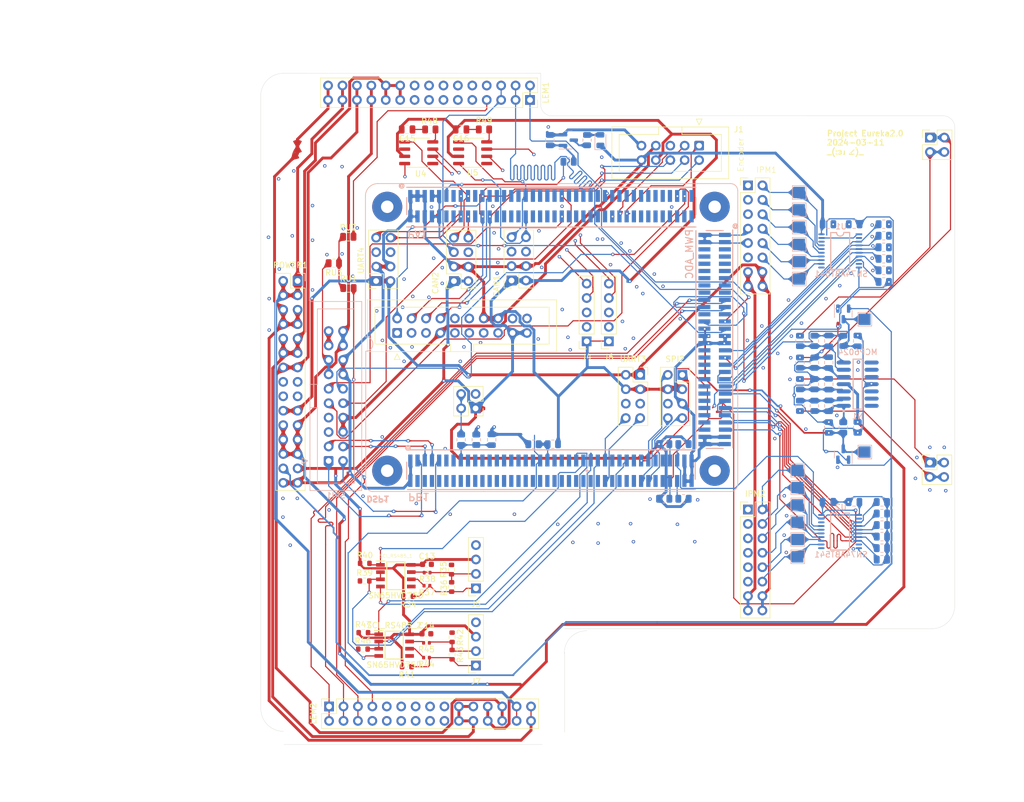
<source format=kicad_pcb>
(kicad_pcb (version 20221018) (generator pcbnew)
  (layers (0 "F.Cu" signal) (1 "In1.Cu" signal) (2 "In2.Cu" signal) (31 "B.Cu" signal) (34 "B.Paste" user) (35 "F.Paste" user) (36 "B.SilkS" user "B.Silkscreen") (37 "F.SilkS" user "F.Silkscreen") (38 "B.Mask" user) (39 "F.Mask" user) (44 "Edge.Cuts" user))
  (net 0 "")
  (net 1 "AGND")
  (net 2 "Net-(C5-Pad2)")
  (net 3 "Net-(C6-Pad2)")
  (net 4 "VDD")
  (net 5 "/DSP_PWM1~{_ENABL}E")
  (net 6 "/DSP_PWM2~{_ENABL}E")
  (net 7 "/DSP_PWM3~{_ENABL}E")
  (net 8 "/DSP_PWM4~{_ENABL}E")
  (net 9 "Net-(C7-Pad1)")
  (net 10 "Net-(C7-Pad2)")
  (net 11 "Net-(C8-Pad1)")
  (net 12 "Net-(C8-Pad2)")
  (net 13 "Net-(D3-K)")
  (net 15 "A+5V")
  (net 16 "/IPM_Temperature1")
  (net 17 "/IPM_Temperature2")
  (net 18 "D+5V")
  (net 25 "/IPM_VDC_BUS1")
  (net 26 "/IPM_VDC_BUS2")
  (net 27 "/DSP_B_CAN_TX")
  (net 28 "/DSP_B_CAN_RX")
  (net 29 "/DSP_A_CAN_TX")
  (net 30 "/DSP_A_CAN_RX")
  (net 32 "/IPM_IU1")
  (net 33 "/IPM_IV1")
  (net 34 "/IPM_IW1")
  (net 35 "/IPM_IU2")
  (net 36 "/IPM_IV2")
  (net 37 "/IPM_IW2")
  (net 38 "/IPM_IU3")
  (net 39 "/IPM_IW3")
  (net 40 "/IPM_IU4")
  (net 41 "/IPM_IW4")
  (net 42 "/QEP1_HALL_U")
  (net 43 "/MQEP1A")
  (net 44 "/QEP1_HALL_V")
  (net 45 "/MQEP1B")
  (net 46 "/QEP1_HALL_W")
  (net 47 "/MQEP1Z")
  (net 48 "PE_GND")
  (net 49 "/MQEP1S")
  (net 50 "/QEP2_HALL_U")
  (net 51 "/MQEP2A")
  (net 52 "/QEP2_HALL_V")
  (net 53 "/MQEP2B")
  (net 54 "/QEP2_HALL_W")
  (net 55 "/MQEP2Z")
  (net 56 "/MQEP2S")
  (net 57 "/QEP3_HALL_U")
  (net 58 "/MQEP3A")
  (net 59 "/QEP3_HALL_V")
  (net 60 "/MQEP3B")
  (net 61 "/QEP3_HALL_W")
  (net 62 "/MQEP3Z")
  (net 63 "/MQEP3S")
  (net 64 "/MUSB_EN")
  (net 65 "/MUSB_DM")
  (net 66 "/MUSB_FLT")
  (net 67 "/MUSB_ID")
  (net 68 "/MUSB_INT")
  (net 69 "/MUSB_VB")
  (net 70 "/MUSB_DP")
  (net 71 "/MUSB_BZ")
  (net 72 "Net-(LEM1-Pad7)")
  (net 73 "12VGND")
  (net 74 "A-5V")
  (net 75 "+12")
  (net 76 "-12")
  (net 78 "/LED1")
  (net 79 "/LED3")
  (net 80 "/UART_SCI_RXDD")
  (net 81 "/UART_SCI_TXDD")
  (net 92 "/~{SPI_A_STE_HS}")
  (net 93 "/SPI_A_CK_HS")
  (net 98 "AVDD")
  (net 99 "/LED2")
  (net 100 "/LED4")
  (net 103 "/ECAP1_IPM_TerminalDutyU1")
  (net 104 "/ECAP2_IPM_TerminalDutyV1")
  (net 105 "/ECAP3_IPM_TerminalDutyW1")
  (net 106 "/ECAP4_IPM_TerminalDutyU2")
  (net 107 "/SPI_A_MO_HS")
  (net 108 "/ECAP5_IPM_TerminalDutyV2")
  (net 109 "/SPI_A_MI_HS")
  (net 110 "/ECAP6_IPM_TerminalDutyW2")
  (net 113 "/SPI_C_MO_HS")
  (net 114 "/SPI_C_MI_HS")
  (net 115 "/SPI_C_CK_HS")
  (net 116 "/~{SPI_C_STE_HS}")
  (net 119 "/DI-1-DSP-3.3V")
  (net 121 "/DI-2-DSP-3.3V")
  (net 129 "/DSP_PWM4_~{FAULT}")
  (net 131 "/DSP_PWM3_~{FAULT}")
  (net 133 "/DSP_PWM2_~{FAULT}")
  (net 135 "/DSP_PWM1_~{FAULT}")
  (net 141 "/UART_SCI_TXDB")
  (net 143 "/BootFromFlash")
  (net 151 "/UART_SCI_RXDB")
  (net 153 "/UART_SCI_RXDA")
  (net 154 "/IPM_IV3")
  (net 155 "/UART_SCI_TXDA")
  (net 156 "/IPM_VDC_BUS3")
  (net 159 "/UART_SCI_RXDC")
  (net 160 "/UART_SCI_TXDC")
  (net 167 "/SPI B MO HS")
  (net 168 "/SPI_B_CK_HS")
  (net 169 "/SPI B MI HS")
  (net 170 "/~{SPI_B_STE_HS}")
  (net 175 "/AD_14")
  (net 176 "/AD_15")
  (net 177 "/ADD4")
  (net 178 "/ADD5")
  (net 179 "/DSP-PWM1A")
  (net 180 "/DSP-PWM1B")
  (net 181 "/DSP-PWM2A")
  (net 182 "/DSP-PWM2B")
  (net 183 "/DSP-PWM3A")
  (net 184 "/DSP-PWM3B")
  (net 185 "/DSP-PWM4A")
  (net 186 "/DSP-PWM4B")
  (net 187 "/DSP-PWM5A")
  (net 188 "/DSP-PWM5B")
  (net 189 "/DSP-PWM6A")
  (net 190 "/DSP-PWM6B")
  (net 191 "/PWM1A_5V")
  (net 192 "/PWM2A_5V")
  (net 193 "/PWM3A_5V")
  (net 194 "/PWM1B_5V")
  (net 195 "/PWM2B_5V")
  (net 196 "/PWM3B_5V")
  (net 197 "/PWM4A_5V")
  (net 198 "/PWM5A_5V")
  (net 199 "/PWM6A_5V")
  (net 200 "/PWM4B_5V")
  (net 201 "/PWM5B_5V")
  (net 202 "/PWM6B_5V")
  (net 203 "/GND_2M1")
  (net 204 "/DC_BUS_2M1")
  (net 205 "/GND_2M2")
  (net 206 "/DC_BUS_2M2")
  (net 207 "D12V1")
  (net 210 "REF_3V")
  (net 211 "Net-(LEM2-Pad7)")
  (net 225 "Net-(Q1-B)")
  (net 226 "Net-(Q1-C)")
  (net 231 "Net-(DI1-Pin_3)")
  (net 232 "/IPM_IV4")
  (net 233 "/IPM_VDC_BUS4")
  (net 234 "/IPM_Temperature4")
  (net 235 "/IPM_Temperature3")
  (net 236 "/DSP-PWM7A")
  (net 237 "/DSP-PWM7B")
  (net 238 "/DSP-PWM8A")
  (net 239 "/DSP-PWM8B")
  (net 240 "/DSP-PWM9A")
  (net 241 "/DSP-PWM9B")
  (net 242 "/DSP-PWM10A")
  (net 243 "/DSP-PWM10B")
  (net 244 "/DSP-PWM11A")
  (net 245 "/DSP-PWM11B")
  (net 246 "/DSP-PWM12A")
  (net 247 "/DSP-PWM12B")
  (net 248 "D12VGND")
  (net 249 "Net-(RU3-Pad2)")
  (net 250 "-5V_ADC")
  (net 251 "/UART_WRB")
  (net 252 "/UART_WRA")
  (net 253 "/RS485_1_A")
  (net 254 "/RS485_1_B")
  (net 255 "/RS485_2_A")
  (net 256 "/RS485_2_B")
  (net 257 "Net-(SCI_RS485_1-A)")
  (net 258 "Net-(SCI_RS485_1-B)")
  (net 259 "Net-(SCI_RS485_2-A)")
  (net 260 "Net-(SCI_RS485_2-B)")
  (net 261 "unconnected-(C1-Pad1)")
  (net 262 "unconnected-(C1-Pad2)")
  (net 263 "/ZR_1")
  (net 264 "/CAN_1H")
  (net 265 "/CAN_1L")
  (net 266 "/ZR_2")
  (net 267 "/CAN_2H")
  (net 268 "/CAN_2L")
  (net 269 "Net-(U4-Rs)")
  (net 270 "Net-(U5-Rs)")
  (footprint "Package_SO:SOIC-8_3.9x4.9mm_P1.27mm" (layer "F.Cu") (at 219.625 80.495)
    (fp_text reference "U4")
    (fp_text value "SN65HVD230")
  )
  (footprint "Package_SO:SOIC-8_3.9x4.9mm_P1.27mm" (layer "F.Cu") (at 229.125 80.495)
    (fp_text reference "U5")
    (fp_text value "SN65HVD230")
  )
  (footprint "Connector_PinSocket_2.54mm:PinSocket_1x05_P2.54mm_Vertical" (layer "F.Cu") (at 249.2 113.7 180)
    (fp_text reference "J4")
    (fp_text value "CAN_1_CONNECT")
  )
  (footprint "Resistor_SMD:R_0805_2012Metric" (layer "F.Cu") (at 207.2237 95.2998)
    (fp_text reference "RU2")
    (fp_text value "DNP" hide)
  )
  (footprint "Resistor_SMD:R_0603_1608Metric" (layer "F.Cu") (at 225.4 153.9 -90)
    (fp_text reference "R35")
    (fp_text value "10K")
  )
  (footprint "Connector_IDC:IDC-Header_2x10_P2.54mm_Vertical" (layer "F.Cu") (at 215.8262 112.2248 90)
    (fp_text reference "INC1" hide)
    (fp_text value "HIF3FC-20PA-2.54DSA" hide)
  )
  (footprint "Resistor_SMD:R_0603_1608Metric" (layer "F.Cu") (at 217.525 171 180)
    (fp_text reference "R41")
    (fp_text value "10K")
  )
  (footprint "Resistor_SMD:R_0805_2012Metric" (layer "F.Cu") (at 204.6737 99.9498 180)
    (fp_text reference "RU3")
    (fp_text value "0R")
  )
  (footprint "Capacitor_SMD:C_0805_2012Metric" (layer "F.Cu") (at 227.075 76.395)
    (fp_text reference "C16")
    (fp_text value "104")
  )
  (footprint "Capacitor_SMD:C_0603_1608Metric" (layer "F.Cu") (at 221.075 152.975)
    (fp_text reference "C13")
    (fp_text value "0.1uF")
  )
  (footprint "Resistor_SMD:R_0603_1608Metric" (layer "F.Cu") (at 225.5 168.875 -90)
    (fp_text reference "R43")
    (fp_text value "120R")
  )
  (footprint "Connector_PinSocket_2.54mm:PinSocket_1x05_P2.54mm_Vertical" (layer "F.Cu") (at 253.1 113.7 180)
    (fp_text reference "J6")
    (fp_text value "CAN_2_CONNECT")
  )
  (footprint "Oshinoko:SOIC127P600X175-8N" (layer "F.Cu") (at 215.6 154.975)
    (fp_text reference "SCI_RS485_1")
    (fp_text value "SN65HVD75D")
  )
  (footprint "Resistor_SMD:R_0603_1608Metric" (layer "F.Cu") (at 210.1 155.9)
    (fp_text reference "R39")
    (fp_text value "10K")
  )
  (footprint "Connector_PinSocket_2.54mm:PinSocket_2x02_P2.54mm_Vertical" (layer "F.Cu") (at 309.608715 135.04918 90)
    (fp_text reference "J2" hide)
    (fp_text value "Conn_01x02_Pin" hide)
  )
  (footprint "Resistor_SMD:R_0805_2012Metric" (layer "F.Cu") (at 221.6625 76.395 180)
    (fp_text reference "R48")
    (fp_text value "4.7k")
  )
  (footprint "Capacitor_SMD:C_0805_2012Metric" (layer "F.Cu") (at 217.575 76.395)
    (fp_text reference "C15")
    (fp_text value "104")
  )
  (footprint "Resistor_SMD:R_0603_1608Metric" (layer "F.Cu") (at 209.8 167.9)
    (fp_text reference "R46")
    (fp_text value "10K")
  )
  (footprint "Resistor_SMD:R_0603_1608Metric" (layer "F.Cu") (at 209.875 165)
    (fp_text reference "R47")
    (fp_text value "10K")
  )
  (footprint "Connector_PinSocket_2.54mm:PinSocket_2x04_P2.54mm_Vertical" (layer "F.Cu") (at 258.6262 119.5998)
    (fp_text reference "UART3")
    (fp_text value "Conn_02x04_Counter_Clockwise" hide)
  )
  (footprint "Resistor_SMD:R_0603_1608Metric" (layer "F.Cu") (at 225.5 165.825 -90)
    (fp_text reference "R42")
    (fp_text value "10K")
  )
  (footprint "Connector_IDC:IDC-Header_2x05_P2.54mm_Vertical" (layer "F.Cu") (at 269 79.2498 -90)
    (fp_text reference "J1")
    (fp_text value "Conn_02x05_Odd_Even" hide)
  )
  (footprint "Connector_PinSocket_2.54mm:PinSocket_2x04_P2.54mm_Vertical" (layer "F.Cu") (at 235.9712 102.9948 180)
    (fp_text reference "CAN1")
    (fp_text value "Conn_02x04_Counter_Clockwise" hide)
  )
  (footprint "Resistor_SMD:R_0402_1005Metric" (layer "F.Cu") (at 220.99 169.4 180)
    (fp_text reference "R44")
    (fp_text value "10R")
  )
  (footprint "Resistor_SMD:R_0805_2012Metric" (layer "F.Cu") (at 207.2487 104.3248)
    (fp_text reference "RU1")
    (fp_text value "DNP" hide)
  )
  (footprint "Connector_PinSocket_2.54mm:PinSocket_2x15_P2.54mm_Vertical" (layer "F.Cu") (at 239.22 71.2 -90)
    (fp_text reference "LEM1")
    (fp_text value "HIF3FC-30PA-2.54DSA" hide)
  )
  (footprint "Connector_PinSocket_2.54mm:PinSocket_2x08_P2.54mm_Vertical" (layer "F.Cu") (at 277.604715 101.4788 180)
    (fp_text reference "IPM1" hide)
    (fp_text value "Conn_02x08_Top_Bottom" hide)
  )
  (footprint "Oshinoko:SOIC127P600X175-8N" (layer "F.Cu") (at 215.3 167.2)
    (fp_text reference "SCI_RS485_2")
    (fp_text value "SN65HVD75D")
  )
  (footprint "Connector_PinSocket_2.54mm:PinSocket_2x15_P2.54mm_Vertical" (layer "F.Cu") (at 198.3012 103.0648)
    (fp_text reference "POWER1")
    (fp_text value "HIF3FC-30PA-2.54DSA" hide)
  )
  (footprint "Connector_PinSocket_2.54mm:PinSocket_1x04_P2.54mm_Vertical" (layer "F.Cu") (at 229.7 170.8 180)
    (fp_text reference "J7")
    (fp_text value "RS485_2_CONNECT")
  )
  (footprint "Connector_PinSocket_2.54mm:PinSocket_2x04_P2.54mm_Vertical" (layer "F.Cu") (at 266.0362 119.6048)
    (fp_text reference "SPI2")
    (fp_text value "Conn_02x04_Counter_Clockwise")
  )
  (footprint "Connector_PinSocket_2.54mm:PinSocket_2x04_P2.54mm_Vertical" (layer "F.Cu") (at 225.8212 103.0948 180)
    (fp_text reference "CAN2")
    (fp_text value "Conn_02x04_Counter_Clockwise" hide)
  )
  (footprint "Capacitor_SMD:C_0603_1608Metric" (layer "F.Cu") (at 220.975 165.2)
    (fp_text reference "C14")
    (fp_text value "0.1uF")
  )
  (footprint "Connector_PinSocket_2.54mm:PinSocket_2x02_P2.54mm_Vertical" (layer "F.Cu") (at 309.644715 77.8238 90)
    (fp_text reference "J3" hide)
    (fp_text value "Conn_01x02_Pin" hide)
  )
  (footprint "Connector_PinSocket_2.54mm:PinSocket_2x15_P2.54mm_Vertical" (layer "F.Cu") (at 203.84 178 90)
    (fp_text reference "LEM2")
    (fp_text value "HIF3FC-30PA-2.54DSA" hide)
  )
  (footprint "Resistor_SMD:R_0603_1608Metric" (layer "F.Cu") (at 210.125 152.8)
    (fp_text reference "R40")
    (fp_text value "10K")
  )
  (footprint "Resistor_SMD:R_0805_2012Metric" (layer "F.Cu") (at 231.1125 76.395 180)
    (fp_text reference "R49")
    (fp_text value "4.7k")
  )
  (footprint "Resistor_SMD:R_0402_1005Metric" (layer "F.Cu") (at 221.07 156.73 180)
    (fp_text reference "R37")
    (fp_text value "10R")
  )
  (footprint "Resistor_SMD:R_0402_1005Metric" (layer "F.Cu") (at 220.99 166.8 180)
    (fp_text reference "R45")
    (fp_text value "10R")
  )
  (footprint "Connector_PinSocket_2.54mm:PinSocket_2x04_P2.54mm_Vertical" (layer "F.Cu") (at 212.1212 103.0798 180)
    (fp_text reference "UART4")
    (fp_text value "Conn_02x04_Counter_Clockwise" hide)
  )
  (footprint "Connector_PinSocket_2.54mm:PinSocket_1x04_P2.54mm_Vertical" (layer "F.Cu") (at 229.7 157.2 180)
    (fp_text reference "J5")
    (fp_text value "RS485_1_CONNECT")
  )
  (footprint "Resistor_SMD:R_0603_1608Metric" (layer "F.Cu") (at 225.42 156.96 -90)
    (fp_text reference "R36")
    (fp_text value "120R")
  )
  (footprint "Connector_PinSocket_2.54mm:PinSocket_2x08_P2.54mm_Vertical" (layer "F.Cu") (at 280.14 143.32)
    (fp_text reference "IPM2")
    (fp_text value "Conn_02x08_Top_Bottom" hide)
  )
  (footprint "Connector_PinSocket_2.54mm:PinSocket_2x02_P2.54mm_Vertical" (layer "F.Cu") (at 229.6362 125.5148 -90)
    (fp_text reference "DI1" hide)
    (fp_text value "Conn_02x02_Counter_Clockwise" hide)
  )
  (footprint "Resistor_SMD:R_0603_1608Metric" (layer "F.Cu") (at 217.775 158.6 180)
    (fp_text reference "R34")
    (fp_text value "10K")
  )
  (footprint "Resistor_SMD:R_0402_1005Metric" (layer "F.Cu") (at 221.1 154.43 180)
    (fp_text reference "R38")
    (fp_text value "10R")
  )
  (footprint "TestPoint:TestPoint_Pad_2.0x2.0mm" (layer "B.Cu") (at 298.1862 133.1998)
    (fp_text reference "VDC_BUS1" hide)
    (fp_text value "TP-黄色测试点" hide)
  )
  (footprint "Capacitor_SMD:C_0805_2012Metric" (layer "B.Cu") (at 291.8362 128.8723 -90)
    (fp_text reference "C10" hide)
    (fp_text value "103" hide)
  )
  (footprint "Resistor_SMD:R_0805_2012Metric" (layer "B.Cu") (at 262.8487 141.4248)
    (fp_text reference "R32" hide)
    (fp_text value "10K" hide)
  )
  (footprint "TestPoint:TestPoint_Pad_2.0x2.0mm" (layer "B.Cu") (at 286.6312 102.7338 180)
    (fp_text reference "TP1" hide)
    (fp_text value "TP-黄色测试点" hide)
  )
  (footprint "Package_TO_SOT_SMD:SOT-23" (layer "B.Cu") (at 294.3762 108.8773 -90)
    (fp_text reference "D2" hide)
    (fp_text value "BAR43S" hide)
  )
  (footprint "Capacitor_SMD:C_0805_2012Metric" (layer "B.Cu") (at 291.693945 93.0818)
    (fp_text reference "C3" hide)
    (fp_text value "104" hide)
  )
  (footprint "TestPoint:TestPoint_Pad_2.0x2.0mm" (layer "B.Cu") (at 286.353292 148.5998 180)
    (fp_text reference "TP4" hide)
    (fp_text value "TP-黄色测试点" hide)
  )
  (footprint "TestPoint:TestPoint_Pad_2.0x2.0mm" (layer "B.Cu") (at 286.6312 90.5418 180)
    (fp_text reference "TP9" hide)
    (fp_text value "TP-黄色测试点" hide)
  )
  (footprint "Resistor_SMD:R_0805_2012Metric" (layer "B.Cu") (at 301.5137 95.1138 180)
    (fp_text reference "R3" hide)
    (fp_text value "4.7k" hide)
  )
  (footprint "Capacitor_SMD:C_0805_2012Metric" (layer "B.Cu") (at 296.9162 113.6323 -90)
    (fp_text reference "C11" hide)
    (fp_text value "103" hide)
  )
  (footprint "Resistor_SMD:R_0805_2012Metric" (layer "B.Cu") (at 301.188792 141.99839 180)
    (fp_text reference "R2" hide)
    (fp_text value "4.7k" hide)
  )
  (footprint "Resistor_SMD:R_0805_2012Metric" (layer "B.Cu") (at 301.5137 93.0818 180)
    (fp_text reference "R1" hide)
    (fp_text value "4.7k" hide)
  )
  (footprint "Capacitor_SMD:C_0805_2012Metric" (layer "B.Cu") (at 296.276547 141.9958)
    (fp_text reference "C2" hide)
    (fp_text value "104" hide)
  )
  (footprint "Resistor_SMD:R_0805_2012Metric" (layer "B.Cu") (at 286.7562 121.2523 90)
    (fp_text reference "R14" hide)
    (fp_text value "0R" hide)
  )
  (footprint "Resistor_SMD:R_0805_2012Metric" (layer "B.Cu") (at 286.7562 113.6323 90)
    (fp_text reference "R15" hide)
    (fp_text value "0R" hide)
  )
  (footprint "TestPoint:TestPoint_Pad_2.0x2.0mm" (layer "B.Cu") (at 286.353292 139.4558 180)
    (fp_text reference "TP10" hide)
    (fp_text value "TP-黄色测试点" hide)
  )
  (footprint "Resistor_SMD:R_0805_2012Metric" (layer "B.Cu") (at 294.3762 128.8723 -90)
    (fp_text reference "R21" hide)
    (fp_text value "1K" hide)
  )
  (footprint "TestPoint:TestPoint_Pad_2.0x2.0mm" (layer "B.Cu") (at 286.6312 93.5898 180)
    (fp_text reference "TP7" hide)
    (fp_text value "TP-黄色测试点" hide)
  )
  (footprint "Resistor_SMD:R_0805_2012Metric" (layer "B.Cu") (at 301.5137 99.1778 180)
    (fp_text reference "R7" hide)
    (fp_text value "4.7k" hide)
  )
  (footprint "TestPoint:TestPoint_Pad_2.0x2.0mm" (layer "B.Cu") (at 286.6312 87.4938 180)
    (fp_text reference "TP11" hide)
    (fp_text value "TP-黄色测试点" hide)
  )
  (footprint "Oshinoko:TSSOP-20" (layer "B.Cu") (at 297.775455 94.42539 180)
    (fp_text reference "U1")
    (fp_text value "SN74ABT541")
  )
  (footprint "Package_TO_SOT_SMD:SOT-23" (layer "B.Cu") (at 245.992868 78.2748)
    (fp_text reference "Q1" hide)
    (fp_text value "FMMT618TA" hide)
  )
  (footprint "Capacitor_SMD:C_0805_2012Metric" (layer "B.Cu") (at 291.8362 117.4423 -90)
    (fp_text reference "C6" hide)
    (fp_text value "102" hide)
  )
  (footprint "Resistor_SMD:R_0805_2012Metric" (layer "B.Cu") (at 286.7562 117.4623 90)
    (fp_text reference "R16" hide)
    (fp_text value "0R" hide)
  )
  (footprint "TestPoint:TestPoint_Pad_2.0x2.0mm" (layer "B.Cu") (at 286.353292 151.6478 180)
    (fp_text reference "TP2" hide)
    (fp_text value "TP-黄色测试点" hide)
  )
  (footprint "Resistor_SMD:R_0805_2012Metric" (layer "B.Cu") (at 301.188792 148.0918 180)
    (fp_text reference "R8" hide)
    (fp_text value "4.7k" hide)
  )
  (footprint "LED_SMD:LED_0805_2012Metric" (layer "B.Cu") (at 251.6112 78.2748 90)
    (fp_text reference "D3" hide)
    (fp_text value "LEDRED" hide)
  )
  (footprint "Capacitor_SMD:C_0805_2012Metric" (layer "B.Cu") (at 291.8362 113.6323 90)
    (fp_text reference "C8" hide)
    (fp_text value "102" hide)
  )
  (footprint "TestPoint:TestPoint_Pad_2.0x2.0mm" (layer "B.Cu") (at 286.353292 136.4078 180)
    (fp_text reference "TP12" hide)
    (fp_text value "TP-黄色测试点" hide)
  )
  (footprint "Resistor_SMD:R_0805_2012Metric" (layer "B.Cu") (at 239.8362 131.8248)
    (fp_text reference "R26" hide)
    (fp_text value "3.3K/1%" hide)
  )
  (footprint "Resistor_SMD:R_0805_2012Metric" (layer "B.Cu") (at 294.3762 113.6323 -90)
    (fp_text reference "R22" hide)
    (fp_text value "1K" hide)
  )
  (footprint "Resistor_SMD:R_0805_2012Metric" (layer "B.Cu") (at 289.2962 125.0623 -90)
    (fp_text reference "R19" hide)
    (fp_text value "10K" hide)
  )
  (footprint "Resistor_SMD:R_0805_2012Metric" (layer "B.Cu") (at 301.5137 103.2418 180)
    (fp_text reference "R11" hide)
    (fp_text value "4.7k" hide)
  )
  (footprint "Resistor_SMD:R_0805_2012Metric" (layer "B.Cu") (at 301.5137 97.1458 180)
    (fp_text reference "R5" hide)
    (fp_text value "4.7K" hide)
  )
  (footprint "Capacitor_SMD:C_0805_2012Metric" (layer "B.Cu") (at 291.670037 141.9958)
    (fp_text reference "C4" hide)
    (fp_text value "104" hide)
  )
  (footprint "Resistor_SMD:R_0805_2012Metric" (layer "B.Cu") (at 246.0197 82.0848 180)
    (fp_text reference "R29" hide)
    (fp_text value "10K" hide)
  )
  (footprint "Resistor_SMD:R_0805_2012Metric" (layer "B.Cu") (at 227.0862 131.0373 90)
    (fp_text reference "R23" hide)
    (fp_text value "100R" hide)
  )
  (footprint "Resistor_SMD:R_0805_2012Metric" (layer "B.Cu") (at 243.2362 131.8248)
    (fp_text reference "R25" hide)
    (fp_text value "1.69K/1%" hide)
  )
  (footprint "Resistor_SMD:R_0805_2012Metric" (layer "B.Cu") (at 289.2962 113.6323 90)
    (fp_text reference "R20" hide)
    (fp_text value "10K" hide)
  )
  (footprint "Resistor_SMD:R_0805_2012Metric" (layer "B.Cu") (at 301.188792 146.0598 180)
    (fp_text reference "R6" hide)
    (fp_text value "4.7K" hide)
  )
  (footprint "Resistor_SMD:R_0805_2012Metric" (layer "B.Cu") (at 242.7212 78.2748 90)
    (fp_text reference "R30" hide)
    (fp_text value "2K" hide)
  )
  (footprint "TestPoint:TestPoint_Pad_2.0x2.0mm" (layer "B.Cu") (at 286.353292 145.5518 180)
    (fp_text reference "TP6" hide)
    (fp_text value "TP-黄色测试点" hide)
  )
  (footprint "1mmlab_pcb_lib:DSP_240_SMD" (layer "B.Cu") (at 285.7072 95.0943 -90)
    (fp_text reference "DSP1")
    (fp_text value "~" hide)
  )
  (footprint "Oshinoko:SOIC14_M" (layer "B.Cu") (at 296.9162 121.2523)
    (fp_text reference "N1")
    (fp_text value "MCP6024")
  )
  (footprint "Resistor_SMD:R_0805_2012Metric" (layer "B.Cu") (at 229.762866 131.0373 90)
    (fp_text reference "R24" hide)
    (fp_text value "1K" hide)
  )
  (footprint "Resistor_SMD:R_0805_2012Metric" (layer "B.Cu") (at 301.188792 144.0278 180)
    (fp_text reference "R4" hide)
    (fp_text value "4.7k" hide)
  )
  (footprint "TestPoint:TestPoint_Pad_2.0x2.0mm" (layer "B.Cu") (at 286.6312 96.6378 180)
    (fp_text reference "TP5" hide)
    (fp_text value "TP-黄色测试点" hide)
  )
  (footprint "Capacitor_SMD:C_0805_2012Metric" (layer "B.Cu") (at 296.9162 128.8723 90)
    (fp_text reference "C9" hide)
    (fp_text value "104" hide)
  )
  (footprint "Resistor_SMD:R_0805_2012Metric" (layer "B.Cu") (at 301.5137 101.2098 180)
    (fp_text reference "R9" hide)
    (fp_text value "4.7k" hide)
  )
  (footprint "Capacitor_SMD:C_0805_2012Metric" (layer "B.Cu") (at 291.8362 125.0623 -90)
    (fp_text reference "C7" hide)
    (fp_text value "102" hide)
  )
  (footprint "Resistor_SMD:R_0805_2012Metric" (layer "B.Cu") (at 249.264534 78.2748 90)
    (fp_text reference "R31" hide)
    (fp_text value "1K" hide)
  )
  (footprint "Oshinoko:TSSOP-20" (layer "B.Cu") (at 297.751547 143.84739 180)
    (fp_text reference "U2")
    (fp_text value "SN74ABT541")
  )
  (footprint "TestPoint:TestPoint_Pad_2.0x2.0mm" (layer "B.Cu") (at 286.6312 99.6858 180)
    (fp_text reference "TP3" hide)
    (fp_text value "TP-黄色测试点" hide)
  )
  (footprint "Resistor_SMD:R_0805_2012Metric" (layer "B.Cu") (at 266.2487 141.4248 180)
    (fp_text reference "R33" hide)
    (fp_text value "10K" hide)
  )
  (footprint "Resistor_SMD:R_0805_2012Metric" (layer "B.Cu") (at 266.2487 131.7998)
    (fp_text reference "R28" hide)
    (fp_text value "10K" hide)
  )
  (footprint "TestPoint:TestPoint_Pad_2.0x2.0mm" (layer "B.Cu") (at 298.1862 109.8223)
    (fp_text reference "VDC_BUS2" hide)
    (fp_text value "TP-黄色测试点" hide)
  )
  (footprint "Resistor_SMD:R_0805_2012Metric" (layer "B.Cu") (at 289.2962 121.2523 -90)
    (fp_text reference "R17" hide)
    (fp_text value "10K" hide)
  )
  (footprint "Capacitor_SMD:C_0805_2012Metric" (layer "B.Cu") (at 232.469534 131.0373 -90)
    (fp_text reference "C12" hide)
    (fp_text value "103" hide)
  )
  (footprint "Capacitor_SMD:C_0805_2012Metric" (layer "B.Cu") (at 291.8362 121.2523 -90)
    (fp_text reference "C5" hide)
    (fp_text value "102" hide)
  )
  (footprint "TestPoint:TestPoint_Pad_2.0x2.0mm" (layer "B.Cu") (at 286.353292 142.5038 180)
    (fp_text reference "TP8" hide)
    (fp_text value "TP-黄色测试点" hide)
  )
  (footprint "Package_TO_SOT_SMD:SOT-23" (layer "B.Cu") (at 294.3762 133.6198 90)
    (fp_text reference "D1" hide)
    (fp_text value "BAR43S" hide)
  )
  (footprint "Resistor_SMD:R_0805_2012Metric" (layer "B.Cu") (at 286.7562 125.0623 -90)
    (fp_text reference "R13" hide)
    (fp_text value "0R" hide)
  )
  (footprint "Resistor_SMD:R_0805_2012Metric" (layer "B.Cu") (at 301.188792 152.1558 180)
    (fp_text reference "R12" hide)
    (fp_text value "4.7k" hide)
  )
  (footprint "Resistor_SMD:R_0805_2012Metric" (layer "B.Cu") (at 289.2962 117.4623 -90)
    (fp_text reference "R18" hide)
    (fp_text value "10K" hide)
  )
  (footprint "Resistor_SMD:R_0805_2012Metric" (layer "B.Cu") (at 262.8487 131.7998 180)
    (fp_text reference "R27" hide)
    (fp_text value "10K" hide)
  )
  (footprint "Capacitor_SMD:C_0805_2012Metric" (layer "B.Cu") (at 296.300455 93.0818)
    (fp_text reference "C1" hide)
    (fp_text value "104" hide)
  )
  (footprint "Connector_IDC:IDC-Header_2x10_P2.54mm_Vertical" (layer "B.Cu") (at 203.7612 134.7598)
    (fp_text reference "SPI1")
    (fp_text value "HIF3FC-20PA-2.54DSA")
  )
  (footprint "Resistor_SMD:R_0805_2012Metric" (layer "B.Cu") (at 301.188792 150.1238 180)
    (fp_text reference "R10" hide)
    (fp_text value "4.7k" hide)
  )
  (gr_line (start 241.094214 66.5) (end 241.094214 72.005786) (stroke (width 0.05)) (layer "Edge.Cuts"))
  (gr_arc (start 195.8 182.378503) (mid 192.986566 181.213019) (end 191.821497 178.399412) (stroke (width 0.05)) (layer "Edge.Cuts"))
  (gr_line (start 245.3 182.539251) (end 245.3 168.460748) (stroke (width 0.05)) (layer "Edge.Cuts"))
  (gr_arc (start 243.094214 74.005786) (mid 241.68 73.42) (end 241.094214 72.005786) (stroke (width 0.05)) (layer "Edge.Cuts"))
  (gr_line (start 314 160.3) (end 314 76) (stroke (width 0.05)) (layer "Edge.Cuts"))
  (gr_line (start 241.4 184.7) (end 195.9 184.7) (stroke (width 0.05)) (layer "Edge.Cuts"))
  (gr_arc (start 314 160.3) (mid 312.828427 163.128427) (end 310 164.3) (stroke (width 0.05)) (layer "Edge.Cuts"))
  (gr_line (start 191.801497 70.619412) (end 191.821497 178.399412) (stroke (width 0.05)) (layer "Edge.Cuts"))
  (gr_line (start 312 74) (end 243.094214 74.005786) (stroke (width 0.05)) (layer "Edge.Cuts"))
  (gr_arc (start 312 74) (mid 313.414214 74.585786) (end 314 76) (stroke (width 0.05)) (layer "Edge.Cuts"))
  (gr_line (start 241.094214 66.5) (end 195.8 66.51) (stroke (width 0.05)) (layer "Edge.Cuts"))
  (gr_arc (start 191.801497 70.619412) (mid 192.933151 67.720524) (end 195.8 66.51) (stroke (width 0.05)) (layer "Edge.Cuts"))
  (gr_line (start 245.3 164.3) (end 310.071573 164.3) (stroke (width 0.05)) (layer "Edge.Cuts"))
  (gr_arc (start 245.278553 168.675405) (mid 246.399996 165.799983) (end 249.278097 164.68548) (stroke (width 0.05)) (layer "Edge.Cuts"))
  (gr_text "Encoder" (at 276.9 83.9 90) (layer "F.SilkS") (effects (font (size 1 1) (thickness 0.1)) (justify left bottom)))
  (gr_text "IPM1" (at 279 84.1) (layer "F.SilkS") (effects (font (size 1 1) (thickness 0.1)) (justify left bottom)))
  (gr_text "Project Eureka2.0\n2024-03-11 \n_(:з」∠)_ " (at 291.4 80.9) (layer "F.SilkS") (effects (font (size 1 1) (thickness 0.2) bold) (justify left bottom)))
  (segment (start 218.525 76.395) (end 220.75 76.395) (width 0.2) (layer "F.Cu") (net 1))
  (segment (start 293.4362 112.6248) (end 290.5612 115.4998) (width 0.2) (layer "F.Cu") (net 1))
  (segment (start 293.4362 111.0498) (end 293.4362 112.6248) (width 0.2) (layer "F.Cu") (net 1))
  (segment (start 293.4362 110.495044) (end 293.4362 111.0498) (width 0.5) (layer "F.Cu") (net 1))
  (segment (start 265.9912 124.7298) (end 266.0362 124.6848) (width 0.5) (layer "F.Cu") (net 1))
  (segment (start 228.025 76.395) (end 230.2 76.395) (width 0.2) (layer "F.Cu") (net 1))
  (via (at 293.4362 111.0498) (size 0.6) (drill 0.3) (layers "F.Cu" "B.Cu") (net 1))
  (via (at 216.7942 107.7058) (size 0.6) (drill 0.3) (layers "F.Cu" "B.Cu") (net 1))
  (via (at 233.5582 99.8318) (size 0.6) (drill 0.3) (layers "F.Cu" "B.Cu") (net 1))
  (via (at 251.1 95.7) (size 0.6) (drill 0.3) (layers "F.Cu" "B.Cu") (net 1))
  (via (at 295.7882 101.7368) (size 0.6) (drill 0.3) (layers "F.Cu" "B.Cu") (net 1))
  (via (at 261.1172 101.8638) (size 0.6) (drill 0.3) (layers "F.Cu" "B.Cu") (net 1))
  (via (at 206.3802 93.8628) (size 0.6) (drill 0.3) (layers "F.Cu" "B.Cu") (net 1))
  (via (at 197 149.6) (size 0.6) (drill 0.3) (layers "F.Cu" "B.Cu") (net 1))
  (via (at 293.2482 126.7558) (size 0.6) (drill 0.3) (layers "F.Cu" "B.Cu") (net 1))
  (via (at 312.1712 132.38) (size 0.6) (drill 0.3) (layers "F.Cu" "B.Cu") (net 1))
  (via (at 252.79 87.65) (size 0.6) (drill 0.3) (layers "F.Cu" "B.Cu") (net 1))
  (via (at 242.4482 75.9558) (size 0.6) (drill 0.3) (layers "F.Cu" "B.Cu") (net 1))
  (via (at 195.7122 144.6628) (size 0.6) (drill 0.3) (layers "F.Cu" "B.Cu") (net 1))
  (via (at 197.6172 83.7028) (size 0.6) (drill 0.3) (layers "F.Cu" "B.Cu") (net 1))
  (via (at 296.1692 150.2508) (size 0.6) (drill 0.3) (layers "F.Cu" "B.Cu") (net 1))
  (via (at 284 140.9) (size 0.6) (drill 0.3) (layers "F.Cu" "B.Cu") (net 1))
  (via (at 233.4312 101.7368) (size 0.6) (drill 0.3) (layers "F.Cu" "B.Cu") (net 1))
  (via (at 287.0252 110.4998) (size 0.6) (drill 0.3) (layers "F.Cu" "B.Cu") (net 1))
  (via (at 244.0992 145.9328) (size 0.6) (drill 0.3) (layers "F.Cu" "B.Cu") (net 1))
  (via (at 284.9932 120.4058) (size 0.6) (drill 0.3) (layers "F.Cu" "B.Cu") (net 1))
  (via (at 284.4 144.4) (size 0.6) (drill 0.3) (layers "F.Cu" "B.Cu") (net 1))
  (via (at 265.6892 109.7378) (size 0.6) (drill 0.3) (layers "F.Cu" "B.Cu") (net 1))
  (via (at 246.7662 149.1078) (size 0.6) (drill 0.3) (layers "F.Cu" "B.Cu") (net 1))
  (via (at 283.9772 147.8378) (size 0.6) (drill 0.3) (layers "F.Cu" "B.Cu") (net 1))
  (via (at 312.4252 140) (size 0.6) (drill 0.3) (layers "F.Cu" "B.Cu") (net 1))
  (via (at 256 115) (size 0.6) (drill 0.3) (layers "F.Cu" "B.Cu") (net 1))
  (via (at 299.4712 95.2598) (size 0.6) (drill 0.3) (layers "F.Cu" "B.Cu") (net 1))
  (via (at 193.1722 95.3868) (size 0.6) (drill 0.3) (layers "F.Cu" "B.Cu") (net 1))
  (via (at 213.2382 113.5478) (size 0.6) (drill 0.3) (layers "F.Cu" "B.Cu") (net 1))
  (via (at 273.5632 112.7858) (size 0.6) (drill 0.3) (layers "F.Cu" "B.Cu") (net 1))
  (via (at 227.5892 114.6908) (size 0.6) (drill 0.3) (layers "F.Cu" "B.Cu") (net 1))
  (via (at 280.0402 111.0078) (size 0.6) (drill 0.3) (layers "F.Cu" "B.Cu") (net 1))
  (via (at 217.0482 117.2308) (size 0.6) (drill 0.3) (layers "F.Cu" "B.Cu") (net 1))
  (via (at 246.3 115.2) (size 0.6) (drill 0.3) (layers "F.Cu" "B.Cu") (net 1))
  (via (at 245.9 113) (size 0.6) (drill 0.3) (layers "F.Cu" "B.Cu") (net 1))
  (via (at 200.9192 104.6578) (size 0.6) (drill 0.3) (layers "F.Cu" "B.Cu") (net 1))
  (via (at 236.4792 144.1548) (size 0.6) (drill 0.3) (layers "F.Cu" "B.Cu") (net 1))
  (via (at 193.2992 106.1818) (size 0.6) (drill 0.3) (layers "F.Cu" "B.Cu") (net 1))
  (via (at 296.9312 118.7548) (size 0.6) (drill 0.3) (layers "F.Cu" "B.Cu") (net 1))
  (via (at 214.6352 114.8178) (size 0.6) (drill 0.3) (layers "F.Cu" "B.Cu") (net 1))
  (via (at 258 104.1) (size 0.6) (drill 0.3) (layers "F.Cu" "B.Cu") (net 1))
  (via (at 268.2292 148.9808) (size 0.6) (drill 0.3) (layers "F.Cu" "B.Cu") (net 1))
  (via (at 282.3262 130.8198) (size 0.6) (drill 0.3) (layers "F.Cu" "B.Cu") (net 1))
  (via (at 291.3432 133.1058) (size 0.6) (drill 0.3) (layers "F.Cu" "B.Cu") (net 1))
  (via (at 262.6412 104.0228) (size 0.6) (drill 0.3) (layers "F.Cu" "B.Cu") (net 1))
  (via (at 293.7562 103.8958) (size 0.6) (drill 0.3) (layers "F.Cu" "B.Cu") (net 1))
  (via (at 222.2552 99.0698) (size 0.6) (drill 0.3) (layers "F.Cu" "B.Cu") (net 1))
  (via (at 302.4262 95.1138) (size 0.6) (drill 0.3) (layers "F.Cu" "B.Cu") (net 1))
  (via (at 219.2072 142.2498) (size 0.6) (drill 0.3) (layers "F.Cu" "B.Cu") (net 1))
  (via (at 253.4 100.2) (size 0.6) (drill 0.3) (layers "F.Cu" "B.Cu") (net 1))
  (via (at 223.768791 103.504392) (size 0.6) (drill 0.3) (layers "F.Cu" "B.Cu") (net 1))
  (via (at 230.5102 113.9288) (size 0.6) (drill 0.3) (layers "F.Cu" "B.Cu") (net 1))
  (via (at 299.5982 96.9108) (size 0.6) (drill 0.3) (layers "F.Cu" "B.Cu") (net 1))
  (via (at 264.1652 90.0528) (size 0.6) (drill 0.3) (layers "F.Cu" "B.Cu") (net 1))
  (via (at 268.7372 141.6148) (size 0.6) (drill 0.3) (layers "F.Cu" "B.Cu") (net 1))
  (via (at 256.7992 97.7998) (size 0.6) (drill 0.3) (layers "F.Cu" "B.Cu") (net 1))
  (via (at 293.3752 107.9598) (size 0.6) (drill 0.3) (layers "F.Cu" "B.Cu") (net 1))
  (via (at 270.6422 112.7858) (size 0.6) (drill 0.3) (layers "F.Cu" "B.Cu") (net 1))
  (via (at 295.2802 141.9958) (size 0.6) (drill 0.3) (layers "F.Cu" "B.Cu") (net 1))
  (via (at 270.6422 114.0558) (size 0.6) (drill 0.3) (layers "F.Cu" "B.Cu") (net 1))
  (via (at 221.419291 105.9468) (size 0.6) (drill 0.3) (layers "F.Cu" "B.Cu") (net 1))
  (via (at 299.5982 101.2288) (size 0.6) (drill 0.3) (layers "F.Cu" "B.Cu") (net 1))
  (via (at 224.2872 132.5978) (size 0.6) (drill 0.3) (layers "F.Cu" "B.Cu") (net 1))
  (via (at 280.2942 118.3738) (size 0.6) (drill 0.3) (layers "F.Cu" "B.Cu") (net 1))
  (via (at 302.4262 97.1458) (size 0.6) (drill 0.3) (layers "F.Cu" "B.Cu") (net 1))
  (via (at 302.4262 93.0818) (size 0.6) (drill 0.3) (layers "F.Cu" "B.Cu") (net 1))
  (via (at 232.6692 89.9258) (size 0.6) (drill 0.3) (layers "F.Cu" "B.Cu") (net 1))
  (via (at 265.1812 145.9328) (size 0.6) (drill 0.3) (layers "F.Cu" "B.Cu") (net 1))
  (via (at 209.8092 140.9798) (size 0.6) (drill 0.3) (layers "F.Cu" "B.Cu") (net 1))
  (via (at 244.8612 89.9258) (size 0.6) (drill 0.3) (layers "F.Cu" "B.Cu") (net 1))
  (via (at 287.7872 129.1688) (size 0.6) (drill 0.3) (layers "F.Cu" "B.Cu") (net 1))
  (via (at 309.6312 139.873) (size 0.6) (drill 0.3) (layers "F.Cu" "B.Cu") (net 1))
  (via (at 257.4342 113.1668) (size 0.6) (drill 0.3) (layers "F.Cu" "B.Cu") (net 1))
  (via (at 309.6312 132.38) (size 0.6) (drill 0.3) (layers "F.Cu" "B.Cu") (net 1))
  (via (at 307.0912 137.841) (size 0.6) (drill 0.3) (layers "F.Cu" "B.Cu") (net 1))
  (via (at 223.7792 100.7208) (size 0.6) (drill 0.3) (layers "F.Cu" "B.Cu") (net 1))
  (via (at 255.5 110.2) (size 0.6) (drill 0.3) (layers "F.Cu" "B.Cu") (net 1))
  (via (at 302.4262 101.2098) (size 0.6) (drill 0.3) (layers "F.Cu" "B.Cu") (net 1))
  (via (at 296.9312 129.8038) (size 0.6) (drill 0.3) (layers "F.Cu" "B.Cu") (net 1))
  (via (at 203.4592 98.4348) (size 0.6) (drill 0.3) (layers "F.Cu" "B.Cu") (net 1))
  (via (at 277.5002 113.5478) (size 0.6) (drill 0.3) (layers "F.Cu" "B.Cu") (net 1))
  (via (at 225.1762 144.1548) (size 0.6) (drill 0.3) (layers "F.Cu" "B.Cu") (net 1))
  (via (at 260.3552 141.4878) (size 0.6) (drill 0.3) (layers "F.Cu" "B.Cu") (net 1))
  (via (at 256.9262 145.8058) (size 0.6) (drill 0.3) (layers "F.Cu" "B.Cu") (net 1))
  (via (at 218.4452 114.6908) (size 0.6) (drill 0.3) (layers "F.Cu" "B.Cu") (net 1))
  (via (at 299.4712 99.0698) (size 0.6) (drill 0.3) (layers "F.Cu" "B.Cu") (net 1))
  (via (at 302.4262 103.2418) (size 0.6) (drill 0.3) (layers "F.Cu" "B.Cu") (net 1))
  (via (at 241.270988 100.686588) (size 0.6) (drill 0.3) (layers "F.Cu" "B.Cu") (net 1))
  (via (at 307.3452 134.158) (size 0.6) (drill 0.3) (layers "F.Cu" "B.Cu") (net 1))
  (via (at 285.2472 112.7858) (size 0.6) (drill 0.3) (layers "F.Cu" "B.Cu") (net 1))
  (via (at 296.9312 112.6588) (size 0.6) (drill 0.3) (layers "F.Cu" "B.Cu") (net 1))
  (via (at 252 95.7) (size 0.6) (drill 0.3) (layers "F.Cu" "B.Cu") (net 1))
  (via (at 244.9 108.1) (size 0.6) (drill 0.3) (layers "F.Cu" "B.Cu") (net 1))
  (via (at 273.4362 114.0558) (size 0.6) (drill 0.3) (layers "F.Cu" "B.Cu") (net 1))
  (via (at 200.9192 89.7988) (size 0.6) (drill 0.3) (layers "F.Cu" "B.Cu") (net 1))
  (via (at 255.2752 96.4028) (size 0.6) (drill 0.3) (layers "F.Cu" "B.Cu") (net 1))
  (via (at 195.7122 141.3608) (size 0.6) (drill 0.3) (layers "F.Cu" "B.Cu") (net 1))
  (via (at 251.8462 81.2898) (size 0.6) (drill 0.3) (layers "F.Cu" "B.Cu") (net 1))
  (via (at 208.0312 102.2448) (size 0.6) (drill 0.3) (layers "F.Cu" "B.Cu") (net 1))
  (via (at 226.9542 117.2308) (size 0.6) (drill 0.3) (layers "F.Cu" "B.Cu") (net 1))
  (via (at 203.0782 82.8138) (size 0.6) (drill 0.3) (layers "F.Cu" "B.Cu") (net 1))
  (via (at 299.4712 93.2278) (size 0.6) (drill 0.3) (layers "F.Cu" "B.Cu") (net 1))
  (via (at 198.2522 141.3608) (size 0.6) (drill 0.3) (layers "F.Cu" "B.Cu") (net 1))
  (via (at 221.8742 90.0528) (size 0.6) (drill 0.3) (layers "F.Cu" "B.Cu") (net 1))
  (via (at 293.3752 135.8998) (size 0.6) (drill 0.3) (layers "F.Cu" "B.Cu") (net 1))
  (via (at 290.5612 115.4998) (size 0.6) (drill 0.3) (layers "F.Cu" "B.Cu") (net 1))
  (via (at 291.8362 127.9223) (size 0.6) (drill 0.3) (layers "F.Cu" "B.Cu") (net 1))
  (via (at 282.8342 115.8338) (size 0.6) (drill 0.3) (layers "F.Cu" "B.Cu") (net 1))
  (via (at 232.9 94.6) (size 0.6) (drill 0.3) (layers "F.Cu" "B.Cu") (net 1))
  (via (at 259.0852 105.2928) (size 0.6) (drill 0.3) (layers "F.Cu" "B.Cu") (net 1))
  (via (at 251.2112 149.2348) (size 0.6) (drill 0.3) (layers "F.Cu" "B.Cu") (net 1))
  (via (at 194.9502 85.0998) (size 0.6) (drill 0.3) (layers "F.Cu" "B.Cu") (net 1))
  (via (at 218.5722 105.8008) (size 0.6) (drill 0.3) (layers "F.Cu" "B.Cu") (net 1))
  (via (at 240.6702 113.2938) (size 0.6) (drill 0.3) (layers "F.Cu" "B.Cu") (net 1))
  (via (at 206.1262 82.9408) (size 0.6) (drill 0.3) (layers "F.Cu" "B.Cu") (net 1))
  (via (at 291.3432 106.1818) (size 0.6) (drill 0.3) (layers "F.Cu" "B.Cu") (net 1))
  (via (at 232.9232 128.7878) (size 0.6) (drill 0.3) (layers "F.Cu" "B.Cu") (net 1))
  (via (at 208.7932 93.7358) (size 0.6) (drill 0.3) (layers "F.Cu" "B.Cu") (net 1))
  (via (at 203.8402 143.3928) (size 0.6) (drill 0.3) (layers "F.Cu" "B.Cu") (net 1))
  (via (at 257.4342 148.9808) (size 0.6) (drill 0.3) (layers "F.Cu" "B.Cu") (net 1))
  (via (at 195.0772 100.9748) (size 0.6) (drill 0.3) (layers "F.Cu" "B.Cu") (net 1))
  (via (at 200.9192 95.8948) (size 0.6) (drill 0.3) (layers "F.Cu" "B.Cu") (net 1))
  (via (at 284.7392 106.4358) (size 0.6) (drill 0.3) (layers "F.Cu" "B.Cu") (net 1))
  (via (at 240.7972 94.2438) (size 0.6) (drill 0.3) (layers "F.Cu" "B.Cu") (net 1))
  (via (at 197.3632 100.2128) (size 0.6) (drill 0.3) (layers "F.Cu" "B.Cu") (net 1))
  (via (at 284.3582 150.8858) (size 0.6) (drill 0.3) (layers "F.Cu" "B.Cu") (net 1))
  (via (at 197.3632 95.1328) (size 0.6) (drill 0.3) (layers "F.Cu" "B.Cu") (net 1))
  (via (at 217.0482 102.7528) (size 0.6) (drill 0.3) (layers "F.Cu" "B.Cu") (net 1))
  (via (at 292.6132 93.1008) (size 0.6) (drill 0.3) (layers "F.Cu" "B.Cu") (net 1))
  (via (at 233.6852 97.4188) (size 0.6) (drill 0.3) (layers "F.Cu" "B.Cu") (net 1))
  (via (at 285.7552 123.1998) (size 0.6) (drill 0.3) (layers "F.Cu" "B.Cu") (net 1))
  (via (at 297.0582 117.3578) (size 0.6) (drill 0.3) (layers "F.Cu" "B.Cu") (net 1))
  (via (at 193.2992 111.719) (size 0.6) (drill 0.3) (layers "F.Cu" "B.Cu") (net 1))
  (via (at 251.2112 145.8058) (size 0.6) (drill 0.3) (layers "F.Cu" "B.Cu") (net 1))
  (via (at 213.208701 130.536301) (size 0.6) (drill 0.3) (layers "F.Cu" "B.Cu") (net 1))
  (via (at 299.3442 121.1678) (size 0.6) (drill 0.3) (layers "F.Cu" "B.Cu") (net 1))
  (via (at 302.4262 99.1778) (size 0.6) (drill 0.3) (layers "F.Cu" "B.Cu") (net 1))
  (via (at 206.1262 98.3078) (size 0.6) (drill 0.3) (layers "F.Cu" "B.Cu") (net 1))
  (via (at 230.1292 128.7878) (size 0.6) (drill 0.3) (layers "F.Cu" "B.Cu") (net 1))
  (via (at 285.1202 116.5958) (size 0.6) (drill 0.3) (layers "F.Cu" "B.Cu") (net 1))
  (via (at 212.2222 108.3408) (size 0.6) (drill 0.3) (layers "F.Cu" "B.Cu") (net 1))
  (segment (start 288.0707 119.1143) (end 286.101694 119.1143) (width 0.2) (layer "B.Cu") (net 1))
  (segment (start 232.469534 130.0873) (end 237.1862 130.0873) (width 0.5) (layer "B.Cu") (net 1))
  (segment (start 296.9312 112.6973) (end 296.9312 112.6588) (width 0.2) (layer "B.Cu") (net 1))
  (segment (start 277.604715 96.3988) (end 270.1048 96.3988) (width 0.2) (layer "B.Cu") (net 1))
  (segment (start 255.8728 76.4728) (end 258.6498 79.2498) (width 0.5) (layer "B.Cu") (net 1))
  (segment (start 267.7212 138.3314) (end 266.4512 138.3314) (width 0.5) (layer "B.Cu") (net 1))
  (segment (start 223.268 91.7385) (end 223.268 88.1385) (width 0.3) (layer "B.Cu") (net 1))
  (segment (start 286.101694 121.4253) (end 288.2107 121.4253) (width 0.2) (layer "B.Cu") (net 1))
  (segment (start 269.9818 96.2758) (end 269.9818 95.0058) (width 0.2) (layer "B.Cu") (net 1))
  (segment (start 276.457715 95.0058) (end 277.604715 93.8588) (width 0.2) (layer "B.Cu") (net 1))
  (segment (start 296.8927 112.6588) (end 297.8682 113.6343) (width 0.2) (layer "B.Cu") (net 1))
  (segment (start 296.9347 129.8038) (end 296.9312 129.8038) (width 0.2) (layer "B.Cu") (net 1))
  (segment (start 296.1392 129.0453) (end 291.206694 129.0453) (width 0.2) (layer "B.Cu") (net 1))
  (segment (start 287.0862 124.8893) (end 285.7937 124.8893) (width 0.2) (layer "B.Cu") (net 1))
  (segment (start 245.907368 76.4728) (end 255.8728 76.4728) (width 0.5) (layer "B.Cu") (net 1))
  (segment (start 302.101292 152.1558) (end 302.101292 150.1238) (width 0.2) (layer "B.Cu") (net 1))
  (segment (start 229.762866 129.154134) (end 230.1292 128.7878) (width 0.5) (layer "B.Cu") (net 1))
  (segment (start 229.762866 130.1248) (end 229.762866 129.154134) (width 0.5) (layer "B.Cu") (net 1))
  (segment (start 270.1048 96.3988) (end 269.9818 96.2758) (width 0.2) (layer "B.Cu") (net 1))
  (segment (start 286.101694 119.1143) (end 285.8292 118.841806) (width 0.2) (layer "B.Cu") (net 1))
  (segment (start 273.5818 114.0558) (end 273.5632 112.7858) (width 0.5) (layer "B.Cu") (net 1))
  (segment (start 297.116547 150.12919) (end 297.116547 150.49419) (width 0.2) (layer "B.Cu") (net 1))
  (segment (start 293.4262 107.9398) (end 293.3752 107.9598) (width 0.2) (layer "B.Cu") (net 1))
  (segment (start 287.6832 125.4863) (end 287.0862 124.8893) (width 0.2) (layer "B.Cu") (net 1))
  (segment (start 237.1862 130.0873) (end 238.9237 131.8248) (width 0.5) (layer "B.Cu") (net 1))
  (segment (start 269 134.0964) (end 269 132.8176) (width 0.5) (layer "B.Cu") (net 1))
  (segment (start 266.4512 138.3314) (end 266.4512 134.7314) (width 0.5) (layer "B.Cu") (net 1))
  (segment (start 301.174292 153.0828) (end 302.101292 152.1558) (width 0.2) (layer "B.Cu") (net 1))
  (segment (start 237.1862 130.0873) (end 237.6287 130.0873) (width 0.5) (layer "B.Cu") (net 1))
  (segment (start 301.146702 141.0438) (end 302.101292 141.99839) (width 0.2) (layer "B.Cu") (net 1))
  (segment (start 295.2802 141.9958) (end 295.326547 141.9958) (width 0.2) (layer "B.Cu") (net 1))
  (segment (start 285.7937 124.8893) (end 285.7552 124.8508) (width 0.2) (layer "B.Cu") (net 1))
  (segment (start 267.7212 134.7314) (end 268.365 134.7314) (width 0.5) (layer "B.Cu") (net 1))
  (segment (start 288.2107 121.4253) (end 289.2962 120.3398) (width 0.2) (layer "B.Cu") (net 1))
  (segment (start 290.8842 129.367794) (end 290.8842 132.7738) (width 0.2) (layer "B.Cu") (net 1))
  (segment (start 290.8842 132.7738) (end 291.2162 133.1058) (width 0.2) (layer "B.Cu") (net 1))
  (segment (start 289.849694 127.9223) (end 287.6832 125.755806) (width 0.2) (layer "B.Cu") (net 1))
  (segment (start 269.9818 131.8358) (end 269.9818 130.5658) (width 0.5) (layer "B.Cu") (net 1))
  (segment (start 285.8292 117.8963) (end 286.4362 117.2893) (width 0.2) (layer "B.Cu") (net 1))
  (segment (start 296.9312 112.6588) (end 296.8927 112.6588) (width 0.2) (layer "B.Cu") (net 1))
  (segment (start 285.7552 123.1998) (end 285.7552 121.771794) (width 0.2) (layer "B.Cu") (net 1))
  (segment (start 292.624945 93.0818) (end 292.6132 93.1008) (width 0.2) (layer "B.Cu") (net 1))
  (segment (start 264.8092 118.3194) (end 264.8092 123.4578) (width 0.5) (layer "B.Cu") (net 1))
  (segment (start 296.278547 141.0438) (end 301.146702 141.0438) (width 0.2) (layer "B.Cu") (net 1))
  (segment (start 291.7787 116.5498) (end 291.8362 116.4923) (width 0.2) (layer "B.Cu") (net 1))
  (segment (start 296.9312 129.8038) (end 296.9312 129.8073) (width 0.2) (layer "B.Cu") (net 1))
  (segment (start 297.8862 121.9823) (end 297.8862 128.8523) (width 0.2) (layer "B.Cu") (net 1))
  (segment (start 245.055368 77.3248) (end 245.907368 76.4728) (width 0.5) (layer "B.Cu") (net 1))
  (segment (start 295.326547 141.9958) (end 296.278547 141.0438) (width 0.2) (layer "B.Cu") (net 1))
  (segment (start 299.705157 153.0828) (end 301.174292 153.0828) (width 0.2) (layer "B.Cu") (net 1))
  (segment (start 287.6832 125.755806) (end 287.6832 125.4863) (width 0.2) (layer "B.Cu") (net 1))
  (segment (start 289.2962 116.5498) (end 291.7787 116.5498) (width 0.2) (layer "B.Cu") (net 1))
  (segment (start 294.8267 134.5573) (end 295.3262 134.5573) (width 0.2) (layer "B.Cu") (net 1))
  (segment (start 269.9338 131.7973) (end 273.5338 131.7973) (width 0.5) (layer "B.Cu") (net 1))
  (segment (start 258.6498 79.2498) (end 258.84 79.2498) (width 0.5) (layer "B.Cu") (net 1))
  (segment (start 302.101292 148.0918) (end 302.101292 141.99839) (width 0.2) (layer "B.Cu") (net 1))
  (segment (start 292.620037 141.9958) (end 295.2802 141.9958) (width 0.2) (layer "B.Cu") (net 1))
  (segment (start 273.5632 112.7858) (end 273.5818 112.7858) (width 0.5) (layer "B.Cu") (net 1))
  (segment (start 297.140455 104.225545) (end 297.140455 100.70719) (width 0.2) (layer "B.Cu") (net 1))
  (segment (start 296.9162 112.6823) (end 296.9312 112.6973) (width 0.2) (layer "B.Cu") (net 1))
  (segment (start 299.3662 121.2523) (end 299.3442 121.1678) (width 0.2) (layer "B.Cu") (net 1))
  (segment (start 232.469534 130.0873) (end 232.469534 129.241466) (width 0.5) (layer "B.Cu") (net 1))
  (segment (start 232.432034 130.1248) (end 232.469534 130.0873) (width 0.5) (layer "B.Cu") (net 1))
  (segment (start 269.0728 114.0558) (end 264.8092 118.3194) (width 0.5) (layer "B.Cu") (net 1))
  (segment (start 297.8862 128.8523) (end 296.9347 129.8038) (width 0.2) (layer "B.Cu") (net 1))
  (segment (start 269.9818 95.0058) (end 276.457715 95.0058) (width 0.2) (layer "B.Cu") (net 1))
  (segment (start 286.4362 117.2893) (end 288.5567 117.2893) (width 0.2) (layer "B.Cu") (net 1))
  (segment (start 288.5567 117.2893) (end 289.2962 116.5498) (width 0.2) (layer "B.Cu") (net 1))
  (segment (start 268.0612 132.9388) (end 268.0612 126.7098) (width 0.5) (layer "B.Cu") (net 1))
  (segment (start 269 132.8176) (end 269.9818 131.8358) (width 0.5) (layer "B.Cu") (net 1))
  (segment (start 302.4262 103.2418) (end 301.442455 104.225545) (width 0.2) (layer "B.Cu") (net 1))
  (segment (start 299.3442 121.1678) (end 298.6162 121.2523) (width 0.2) (layer "B.Cu") (net 1))
  (segment (start 295.326547 134.557647) (end 295.3262 134.5573) (width 0.2) (layer "B.Cu") (net 1))
  (segment (start 269.9818 114.0558) (end 269.0728 114.0558) (width 0.5) (layer "B.Cu") (net 1))
  (segment (start 292.9592 129.0453) (end 291.8362 127.9223) (width 0.2) (layer "B.Cu") (net 1))
  (segment (start 285.7552 121.771794) (end 286.101694 121.4253) (width 0.2) (layer "B.Cu") (net 1))
  (segment (start 268.0612 126.7098) (end 266.0362 124.6848) (width 0.5) (layer "B.Cu") (net 1))
  (segment (start 292.643945 93.0818) (end 292.624945 93.0818) (width 0.2) (layer "B.Cu") (net 1))
  (segment (start 301.442455 104.225545) (end 297.140455 104.225545) (width 0.2) (layer "B.Cu") (net 1))
  (segment (start 267.6732 134.6929) (end 267.6732 133.3268) (width 0.5) (layer "B.Cu") (net 1))
  (segment (start 267.7212 134.7314) (end 267.7117 134.7314) (width 0.5) (layer "B.Cu") (net 1))
  (segment (start 269.9818 114.0558) (end 270.6422 114.0558) (width 0.5) (layer "B.Cu") (net 1))
  (segment (start 297.8682 120.5043) (end 298.6162 121.2523) (width 0.2) (layer "B.Cu") (net 1))
  (segment (start 223.268 95.4616) (end 223.268 91.7385) (width 0.3) (layer "B.Cu") (net 1))
  (segment (start 270.6422 114.0558) (end 273.4362 114.0558) (width 0.5) (layer "B.Cu") (net 1))
  (segment (start 291.2162 133.1058) (end 291.3432 133.1058) (width 0.2) (layer "B.Cu") (net 1))
  (segment (start 291.7987 120.3398) (end 291.8362 120.3023) (width 0.2) (layer "B.Cu") (net 1))
  (segment (start 302.101292 150.1238) (end 302.101292 148.0918) (width 0.2) (layer "B.Cu") (net 1))
  (segment (start 291.206694 129.0453) (end 290.8842 129.367794) (width 0.2) (layer "B.Cu") (net 1))
  (segment (start 289.2962 120.3398) (end 291.7987 120.3398) (width 0.2) (layer "B.Cu") (net 1))
  (segment (start 296.9162 129.8223) (end 296.1392 129.0453) (width 0.2) (layer "B.Cu") (net 1))
  (segment (start 225.8212 98.0148) (end 223.268 95.4616) (width 0.3) (layer "B.Cu") (net 1))
  (segment (start 267.7212 138.3314) (end 267.7212 134.7314) (width 0.5) (layer "B.Cu") (net 1))
  (segment (start 221.998 88.1385) (end 223.268 88.1385) (width 0.3) (layer "B.Cu") (net 1))
  (segment (start 223.268 91.7385) (end 221.998 91.7385) (width 0.3) (layer "B.Cu") (net 1))
  (segment (start 269.9818 112.7858) (end 269.9818 114.0558) (width 0.5) (layer "B.Cu") (net 1))
  (segment (start 289.2962 120.3398) (end 288.0707 119.1143) (width 0.2) (layer "B.Cu") (net 1))
  (segment (start 268.365 134.7314) (end 269 134.0964) (width 0.5) (layer "B.Cu") (net 1))
  (segment (start 232.469534 129.241466) (end 232.9232 128.7878) (width 0.5) (layer "B.Cu") (net 1))
  (segment (start 285.7552 124.8508) (end 285.7552 123.1998) (width 0.2) (layer "B.Cu") (net 1))
  (segment (start 293.3752 133.1058) (end 294.8267 134.5573) (width 0.2) (layer "B.Cu") (net 1))
  (segment (start 245.017868 77.3623) (end 245.055368 77.3248) (width 0.5) (layer "B.Cu") (net 1))
  (segment (start 291.3432 133.1058) (end 293.3752 133.1058) (width 0.2) (layer "B.Cu") (net 1))
  (segment (start 273.4362 114.0558) (end 273.5818 114.0558) (width 0.5) (layer "B.Cu") (net 1))
  (segment (start 297.8682 113.6343) (end 297.8682 120.5043) (width 0.2) (layer "B.Cu") (net 1))
  (segment (start 293.4262 107.9398) (end 297.140455 104.225545) (width 0.2) (layer "B.Cu") (net 1))
  (segment (start 242.2567 76.8978) (end 242.7212 77.3623) (width 0.5) (layer "B.Cu") (net 1))
  (segment (start 267.7117 134.7314) (end 267.6732 134.6929) (width 0.5) (layer "B.Cu") (net 1))
  (segment (start 297.116547 150.49419) (end 299.705157 153.0828) (width 0.2) (layer "B.Cu") (net 1))
  (segment (start 291.8362 127.9223) (end 289.849694 127.9223) (width 0.2) (layer "B.Cu") (net 1))
  (segment (start 285.8292 118.841806) (end 285.8292 117.8963) (width 0.2) (layer "B.Cu") (net 1))
  (segment (start 269.9818 130.5658) (end 273.5818 130.5658) (width 0.5) (layer "B.Cu") (net 1))
  (segment (start 298.6162 121.2523) (end 297.8862 121.9823) (width 0.2) (layer "B.Cu") (net 1))
  (segment (start 292.6132 93.1008) (end 292.662945 93.0818) (width 0.2) (layer "B.Cu") (net 1))
  (segment (start 296.1392 129.0453) (end 292.9592 129.0453) (width 0.2) (layer "B.Cu") (net 1))
  (segment (start 296.9312 129.8073) (end 296.9162 129.8223) (width 0.2) (layer "B.Cu") (net 1))
  (segment (start 267.6732 133.3268) (end 268.0612 132.9388) (width 0.5) (layer "B.Cu") (net 1))
  (segment (start 290.5612 115.4998) (end 290.3462 115.4998) (width 0.2) (layer "B.Cu") (net 1))
  (segment (start 290.3462 115.4998) (end 289.2962 116.5498) (width 0.2) (layer "B.Cu") (net 1))
  (segment (start 242.7212 77.3623) (end 245.017868 77.3623) (width 0.5) (layer "B.Cu") (net 1))
  (segment (start 264.8092 123.4578) (end 266.0362 124.6848) (width 0.5) (layer "B.Cu") (net 1))
  (segment (start 289.2962 122.1648) (end 286.7562 122.1648) (width 0.3) (layer "B.Cu") (net 2))
  (segment (start 291.7987 122.1648) (end 291.8362 122.2023) (width 0.3) (layer "B.Cu") (net 2))
  (segment (start 291.8362 122.2023) (end 294.1462 122.2023) (width 0.3) (layer "B.Cu") (net 2))
  (segment (start 289.2962 122.1648) (end 291.7987 122.1648) (width 0.3) (layer "B.Cu") (net 2))
  (segment (start 294.1462 122.2023) (end 294.4662 122.5223) (width 0.3) (layer "B.Cu") (net 2))
  (segment (start 293.4262 119.9823) (end 294.4662 119.9823) (width 0.3) (layer "B.Cu") (net 3))
  (segment (start 286.7562 118.3748) (end 289.2962 118.3748) (width 0.3) (layer "B.Cu") (net 3))
  (segment (start 289.2962 118.3748) (end 291.8187 118.3748) (width 0.3) (layer "B.Cu") (net 3))
  (segment (start 291.8187 118.3748) (end 291.8362 118.3923) (width 0.3) (layer "B.Cu") (net 3))
  (segment (start 291.8362 118.3923) (end 293.4262 119.9823) (width 0.3) (layer "B.Cu") (net 3))
  (segment (start 224.0332 120.669225) (end 224.0332 120.659798) (width 0.5) (layer "F.Cu") (net 4))
  (segment (start 210.002 153.677) (end 215.177 153.677) (width 0.4) (layer "F.Cu") (net 4))
  (segment (start 216.7 167.8) (end 216.7 171) (width 0.5) (layer "F.Cu") (net 4))
  (segment (start 262.63 78.804559) (end 262.63 80.5398) (width 0.5) (layer "F.Cu") (net 4))
  (segment (start 268.1 85.346241) (end 272.0392 81.407041) (width 0.5) (layer "F.Cu") (net 4))
  (segment (start 209.752 165.902) (end 214.111288 165.902) (width 0.4) (layer "F.Cu") (net 4))
  (segment (start 227.72 74.8) (end 261.782959 74.8) (width 0.5) (layer "F.Cu") (net 4))
  (segment (start 221.155 152.12) (end 220.3 152.975) (width 0.5) (layer "F.Cu") (net 4))
  (segment (start 215.875 77.145) (end 215.875 80.093159) (width 0.5) (layer "F.Cu") (net 4))
  (segment (start 226.125 76.395) (end 224.825 77.695) (width 0.5) (layer "F.Cu") (net 4))
  (segment (start 272.0392 78.2418) (end 271.0232 77.2258) (width 0.5) (layer "F.Cu") (net 4))
  (segment (start 214.802 165.902) (end 216.7 167.8) (width 0.5) (layer "F.Cu") (net 4))
  (segment (start 262.63 80.5398) (end 261.38 81.7898) (width 0.5) (layer "F.Cu") (net 4))
  (segment (start 216.625 75.775) (end 216.625 76.395) (width 0.5) (layer "F.Cu") (net 4))
  (segment (start 220.105 165.295) (end 220.2 165.2) (width 0.5) (layer "F.Cu") (net 4))
  (segment (start 229.6362 127.0638) (end 228.4 128.3) (width 0.5) (layer "F.Cu") (net 4))
  (segment (start 224.0332 120.6598) (end 224.0332 120.659798) (width 0.5) (layer "F.Cu") (net 4))
  (segment (start 214.140288 165.873) (end 214.773 165.873) (width 0.4) (layer "F.Cu") (net 4))
  (segment (start 209.3 143.2) (end 209.3 152.975) (width 0.5) (layer "F.Cu") (net 4))
  (segment (start 221.3 163.8) (end 220.2 164.9) (width 0.5) (layer "F.Cu") (net 4))
  (segment (start 215.177 153.677) (end 216.95 155.45) (width 0.5) (layer "F.Cu") (net 4))
  (segment (start 215.177 153.623) (end 215.73 153.07) (width 0.5) (layer "F.Cu") (net 4))
  (segment (start 215.305 165.295) (end 218.012 165.295) (width 0.5) (layer "F.Cu") (net 4))
  (segment (start 258.550777 134.0544) (end 259.111623 134.0544) (width 0.5) (layer "F.Cu") (net 4))
  (segment (start 216.95 155.45) (end 216.95 158.6) (width 0.5) (layer "F.Cu") (net 4))
  (segment (start 229.6362 125.5148) (end 229.6362 127.0638) (width 0.5) (layer "F.Cu") (net 4))
  (segment (start 256.7992 103.1338) (end 268.1 91.833) (width 0.5) (layer "F.Cu") (net 4))
  (segment (start 214.773 165.873) (end 214.802 165.902) (width 0.4) (layer "F.Cu") (net 4))
  (segment (start 220.2 164.9) (end 220.2 165.2) (width 0.5) (layer "F.Cu") (net 4))
  (segment (start 224.0332 120.659798) (end 224.0332 115.0718) (width 0.5) (layer "F.Cu") (net 4))
  (segment (start 225.56 81.13) (end 226.65 81.13) (width 0.5) (layer "F.Cu") (net 4))
  (segment (start 225.4 133) (end 226.7 134.3) (width 0.5) (layer "F.Cu") (net 4))
  (segment (start 205 136.0848) (end 205 137.4) (width 0.5) (layer "F.Cu") (net 4))
  (segment (start 228.4 128.3) (end 226.4255 128.3) (width 0.5) (layer "F.Cu") (net 4))
  (segment (start 209.3 152.975) (end 210.002 153.677) (width 0.4) (layer "F.Cu") (net 4))
  (segment (start 259.111623 134.0544) (end 259.311623 134.2544) (width 0.5) (layer "F.Cu") (net 4))
  (segment (start 258.305177 134.3) (end 258.550777 134.0544) (width 0.5) (layer "F.Cu") (net 4))
  (segment (start 259.311623 134.2544) (end 259.4816 134.2544) (width 0.5) (layer "F.Cu") (net 4))
  (segment (start 229.7 152.12) (end 221.155 152.12) (width 0.5) (layer "F.Cu") (net 4))
  (segment (start 215.875 80.093159) (end 216.911841 81.13) (width 0.5) (layer "F.Cu") (net 4))
  (segment (start 264.208759 77.2258) (end 262.63 78.804559) (width 0.5) (layer "F.Cu") (net 4))
  (segment (start 220.205 153.07) (end 220.3 152.975) (width 0.5) (layer "F.Cu") (net 4))
  (segment (start 272.0392 81.407041) (end 272.0392 78.2418) (width 0.5) (layer "F.Cu") (net 4))
  (segment (start 218.312 153.07) (end 220.205 153.07) (width 0.5) (layer "F.Cu") (net 4))
  (segment (start 216.625 76.395) (end 215.875 77.145) (width 0.5) (layer "F.Cu") (net 4))
  (segment (start 215.177 153.677) (end 215.177 153.623) (width 0.5) (layer "F.Cu") (net 4))
  (segment (start 229.7 165.72) (end 227.78 163.8) (width 0.5) (layer "F.Cu") (net 4))
  (segment (start 268.1 91.833) (end 268.1 85.346241) (width 0.5) (layer "F.Cu") (net 4))
  (segment (start 227.78 163.8) (end 221.3 163.8) (width 0.5) (layer "F.Cu") (net 4))
  (segment (start 205 136.0848) (end 208.617625 136.0848) (width 0.5) (layer "F.Cu") (net 4))
  (segment (start 198.3012 136.0848) (end 205 136.0848) (width 0.5) (layer "F.Cu") (net 4))
  (segment (start 226.125 76.395) (end 227.72 74.8) (width 0.5) (layer "F.Cu") (net 4))
  (segment (start 209.05 165.2) (end 209.752 165.902) (width 0.4) (layer "F.Cu") (net 4))
  (segment (start 214.802 165.798) (end 215.305 165.295) (width 0.5) (layer "F.Cu") (net 4))
  (segment (start 261.782959 74.8) (end 264.208759 77.2258) (width 0.5) (layer "F.Cu") (net 4))
  (segment (start 224.33 74.6) (end 217.8 74.6) (width 0.5) (layer "F.Cu") (net 4))
  (segment (start 224.825 77.695) (end 224.825 80.395) (width 0.5) (layer "F.Cu") (net 4))
  (segment (start 218.012 162.912) (end 218.012 165.295) (width 0.5) (layer "F.Cu") (net 4))
  (segment (start 216.95 158.6) (end 216.95 161.85) (width 0.5) (layer "F.Cu") (net 4))
  (segment (start 224.825 80.395) (end 225.56 81.13) (width 0.5) (layer "F.Cu") (net 4))
  (segment (start 261.794 81.3758) (end 261.38 81.7898) (width 0.5) (layer "F.Cu") (net 4))
  (segment (start 217.8 74.6) (end 216.625 75.775) (width 0.5) (layer "F.Cu") (net 4))
  (segment (start 224.0332 115.0718) (end 224.7952 114.3098) (width 0.5) (layer "F.Cu") (net 4))
  (segment (start 226.4255 128.3) (end 225.4 129.3255) (width 0.5) (layer "F.Cu") (net 4))
  (segment (start 218.012 165.295) (end 220.105 165.295) (width 0.5) (layer "F.Cu") (net 4))
  (segment (start 226.7 134.3) (end 258.305177 134.3) (width 0.5) (layer "F.Cu") (net 4))
  (segment (start 216.95 161.85) (end 218.012 162.912) (width 0.5) (layer "F.Cu") (net 4))
  (segment (start 208.617625 136.0848) (end 224.0332 120.669225) (width 0.5) (layer "F.Cu") (net 4))
  (segment (start 215.73 153.07) (end 218.312 153.07) (width 0.5) (layer "F.Cu") (net 4))
  (segment (start 226.125 76.395) (end 224.33 74.6) (width 0.5) (layer "F.Cu") (net 4))
  (segment (start 271.0232 77.2258) (end 264.208759 77.2258) (width 0.5) (layer "F.Cu") (net 4))
  (segment (start 259.4816 134.2544) (end 261.9362 131.7998) (width 0.5) (layer "F.Cu") (net 4))
  (segment (start 214.802 165.902) (end 214.802 165.798) (width 0.5) (layer "F.Cu") (net 4))
  (segment (start 225.4 129.3255) (end 225.4 133) (width 0.5) (layer "F.Cu") (net 4))
  (segment (start 216.911841 81.13) (end 217.15 81.13) (width 0.5) (layer "F.Cu") (net 4))
  (segment (start 214.111288 165.902) (end 214.140288 165.873) (width 0.4) (layer "F.Cu") (net 4))
  (via (at 205 137.4) (size 0.6) (drill 0.3) (layers "F.Cu" "B.Cu") (net 4))
  (via (at 261.9362 131.7998) (size 0.6) (drill 0.3) (layers "F.Cu" "B.Cu") (net 4))
  (via (at 256.7992 103.1338) (size 0.6) (drill 0.3) (layers "F.Cu" "B.Cu") (net 4))
  (via (at 209.3 143.2) (size 0.6) (drill 0.3) (layers "F.Cu" "B.Cu") (net 4))
  (via (at 224.7952 114.3098) (size 0.6) (drill 0.3) (layers "F.Cu" "B.Cu") (net 4))
  (via (at 224.0332 120.659798) (size 0.6) (drill 0.3) (layers "F.Cu" "B.Cu") (net 4))
  (segment (start 232.3792 106.5868) (end 235.9712 102.9948) (width 0.5) (layer "B.Cu") (net 4))
  (segment (start 246.5 101.3) (end 255 101.3) (width 0.5) (layer "B.Cu") (net 4))
  (segment (start 256.7992 103.0992) (end 256.7992 103.1338) (width 0.5) (layer "B.Cu") (net 4))
  (segment (start 265.8614 130.5) (end 263.236 130.5) (width 0.5) (layer "B.Cu") (net 4))
  (segment (start 263.1952 133.0588) (end 261.9362 131.7998) (width 0.5) (layer "B.Cu") (net 4))
  (segment (start 236.1462 112.2248) (end 234.8332 110.9118) (width 0.5) (layer "B.Cu") (net 4))
  (segment (start 224.7592 114.2738) (end 224.7592 108.373223) (width 0.5) (layer "B.Cu") (net 4))
  (segment (start 267.1612 131.7998) (end 265.8614 130.5) (width 0.5) (layer "B.Cu") (net 4))
  (segment (start 229.6362 125.5148) (end 236.1462 119.0048) (width 0.5) (layer "B.Cu") (net 4))
  (segment (start 205 138.9) (end 209.3 143.2) (width 0.5) (layer "B.Cu") (net 4))
  (segment (start 234.8332 110.9118) (end 233.097959 110.9118) (width 0.5) (layer "B.Cu") (net 4))
  (segment (start 228.4092 122.4958) (end 228.4092 124.2878) (width 0.5) (layer "B.Cu") (net 4))
  (segment (start 226.573198 120.659798) (end 228.4092 122.4958) (width 0.5) (layer "B.Cu") (net 4))
  (segment (start 263.236 130.5) (end 261.9362 131.7998) (width 0.5) (layer "B.Cu") (net 4))
  (segment (start 263.3114 142.8) (end 261.9362 141.4248) (width 0.5) (layer "B.Cu") (net 4))
  (segment (start 205 137.4) (end 205 138.9) (width 0.5) (layer "B.Cu") (net 4))
  (segment (start 238.5112 102.9948) (end 244.8052 102.9948) (width 0.5) (layer "B.Cu") (net 4))
  (segment (start 224.0332 120.659798) (end 226.573198 120.659798) (width 0.5) (layer "B.Cu") (net 4))
  (segment (start 236.1462 112.2248) (end 238.6862 112.2248) (width 0.5) (layer "B.Cu") (net 4))
  (segment (start 224.7592 108.373223) (end 224.6262 108.240223) (width 0.5) (layer "B.Cu") (net 4))
  (segment (start 244.8052 102.9948) (end 246.5 101.3) (width 0.5) (layer "B.Cu") (net 4))
  (segment (start 233.097959 110.9118) (end 232.3792 110.193041) (width 0.5) (layer "B.Cu") (net 4))
  (segment (start 255 101.3) (end 256.7992 103.0992) (width 0.5) (layer "B.Cu") (net 4))
  (segment (start 238.5112 102.9948) (end 235.9712 102.9948) (width 0.5) (layer "B.Cu") (net 4))
  (segment (start 265.786 142.8) (end 263.3114 142.8) (width 0.5) (layer "B.Cu") (net 4))
  (segment (start 232.3792 110.193041) (end 232.3792 106.5868) (width 0.5) (layer "B.Cu") (net 4))
  (segment (start 263.1952 140.1658) (end 263.1952 133.0588) (width 0.5) (layer "B.Cu") (net 4))
  (segment (start 224.6262 104.2898) (end 225.8212 103.0948) (width 0.5) (layer "B.Cu") (net 4))
  (segment (start 236.1462 119.0048) (end 236.1462 112.2248) (width 0.5) (layer "B.Cu") (net 4))
  (segment (start 267.1612 141.4248) (end 265.786 142.8) (width 0.5) (layer "B.Cu") (net 4))
  (segment (start 261.9362 141.4248) (end 263.1952 140.1658) (width 0.5) (layer "B.Cu") (net 4))
  (segment (start 224.7952 114.3098) (end 224.7592 114.2738) (width 0.5) (layer "B.Cu") (net 4))
  (segment (start 228.3612 103.0948) (end 225.8212 103.0948) (width 0.5) (layer "B.Cu") (net 4))
  (segment (start 224.6262 108.240223) (end 224.6262 104.2898) (width 0.5) (layer "B.Cu") (net 4))
  (segment (start 228.4092 124.2878) (end 229.6362 125.5148) (width 0.5) (layer "B.Cu") (net 4))
  (segment (start 296.829593 94.85719) (end 297.140455 94.85719) (width 0.2) (layer "B.Cu") (net 5))
  (segment (start 290.540465 95.5072) (end 296.179583 95.5072) (width 0.2) (layer "B.Cu") (net 5))
  (segment (start 263.8632 131.9018) (end 263.8632 134.6929) (width 0.2) (layer "B.Cu") (net 5))
  (segment (start 296.179583 95.5072) (end 296.829593 94.85719) (width 0.2) (layer "B.Cu") (net 5))
  (segment (start 290.9688 95.5072) (end 290.540465 95.5072) (width 0.2) (layer "B.Cu") (net 5))
  (segment (start 263.7612 131.7998) (end 263.8632 131.9018) (width 0.2) (layer "B.Cu") (net 5))
  (segment (start 263.7612 134.5814) (end 263.9112 134.7314) (width 0.2) (layer "B.Cu") (net 5))
  (segment (start 286.368472 133.96898) (end 289.1132 136.713708) (width 0.2) (layer "B.Cu") (net 6))
  (segment (start 265.1332 134.6929) (end 265.1332 135.8518) (width 0.2) (layer "B.Cu") (net 6))
  (segment (start 289.1132 136.713708) (end 289.1132 143.967343) (width 0.2) (layer "B.Cu") (net 6))
  (segment (start 297.226547 141.9958) (end 297.226547 144.16919) (width 0.2) (layer "B.Cu") (net 6))
  (segment (start 291.573067 144.27919) (end 297.116547 144.27919) (width 0.2) (layer "B.Cu") (net 6))
  (segment (start 290.516557 144.9292) (end 290.923057 144.9292) (width 0.2) (layer "B.Cu") (net 6))
  (segment (start 265.7352 139.4352) (end 265.9084 139.6084) (width 0.2) (layer "B.Cu") (net 6))
  (segment (start 280.93102 133.96898) (end 286.368472 133.96898) (width 0.2) (layer "B.Cu") (net 6))
  (segment (start 297.226547 144.16919) (end 297.116547 144.27919) (width 0.2) (layer "B.Cu") (net 6))
  (segment (start 290.075057 144.9292) (end 290.516557 144.9292) (width 0.2) (layer "B.Cu") (net 6))
  (segment (start 289.1132 143.967343) (end 290.075057 144.9292) (width 0.2) (layer "B.Cu") (net 6))
  (segment (start 265.7352 136.4538) (end 265.7352 139.4352) (width 0.2) (layer "B.Cu") (net 6))
  (segment (start 275.2916 139.6084) (end 280.93102 133.96898) (width 0.2) (layer "B.Cu") (net 6))
  (segment (start 290.923057 144.9292) (end 291.573067 144.27919) (width 0.2) (layer "B.Cu") (net 6))
  (segment (start 265.9084 139.6084) (end 275.2916 139.6084) (width 0.2) (layer "B.Cu") (net 6))
  (segment (start 265.1332 132.0028) (end 265.1332 134.6929) (width 0.2) (layer "B.Cu") (net 6))
  (segment (start 265.1332 135.8518) (end 265.7352 136.4538) (width 0.2) (layer "B.Cu") (net 6))
  (segment (start 265.3362 131.7998) (end 265.1332 132.0028) (width 0.2) (layer "B.Cu") (net 6))
  (segment (start 263.7612 141.4248) (end 263.8632 141.3228) (width 0.2) (layer "B.Cu") (net 7))
  (segment (start 263.7612 141.4248) (end 263.9112 141.2748) (width 0.2) (layer "B.Cu") (net 7))
  (segment (start 263.8632 141.3228) (end 263.8632 138.2929) (width 0.2) (layer "B.Cu") (net 7))
  (segment (start 263.9112 138.3409) (end 263.8632 138.2929) (width 0.2) (layer "B.Cu") (net 7))
  (segment (start 265.3362 141.4248) (end 265.1332 141.2218) (width 0.2) (layer "B.Cu") (net 8))
  (segment (start 265.3362 138.4959) (end 265.1332 138.2929) (width 0.2) (layer "B.Cu") (net 8))
  (segment (start 265.1332 141.2218) (end 265.1332 138.2929) (width 0.2) (layer "B.Cu") (net 8))
  (segment (start 289.2962 124.1498) (end 286.7562 124.1498) (width 0.3) (layer "B.Cu") (net 9))
  (segment (start 291.8362 124.1123) (end 294.1462 124.1123) (width 0.3) (layer "B.Cu") (net 9))
  (segment (start 294.1462 124.1123) (end 294.4662 123.7923) (width 0.3) (layer "B.Cu") (net 9))
  (segment (start 291.7987 124.1498) (end 291.8362 124.1123) (width 0.3) (layer "B.Cu") (net 9))
  (segment (start 289.2962 124.1498) (end 291.7987 124.1498) (width 0.3) (layer "B.Cu") (net 9))
  (segment (start 294.4662 125.0623) (end 292.7862 125.0623) (width 0.3) (layer "B.Cu") (net 10))
  (segment (start 292.7862 125.0623) (end 291.8362 126.0123) (width 0.3) (layer "B.Cu") (net 10))
  (segment (start 294.4662 127.8698) (end 294.3762 127.9598) (width 0.3) (layer "B.Cu") (net 10))
  (segment (start 289.2962 125.9748) (end 291.7987 125.9748) (width 0.3) (layer "B.Cu") (net 10))
  (segment (start 291.7987 125.9748) (end 291.8362 126.0123) (width 0.3) (layer "B.Cu") (net 10))
  (segment (start 294.4662 125.0623) (end 294.4662 127.8698) (width 0.3) (layer "B.Cu") (net 10))
  (segment (start 292.9892 118.1353) (end 293.5662 118.7123) (width 0.2) (layer "B.Cu") (net 11))
  (segment (start 291.7987 114.5448) (end 291.8362 114.5823) (width 0.2) (layer "B.Cu") (net 11))
  (segment (start 292.9892 115.7353) (end 292.9892 118.1353) (width 0.2) (layer "B.Cu") (net 11))
  (segment (start 293.5662 118.7123) (end 294.4662 118.7123) (width 0.2) (layer "B.Cu") (net 11))
  (segment (start 286.7562 114.5448) (end 289.2962 114.5448) (width 0.2) (layer "B.Cu") (net 11))
  (segment (start 289.2962 114.5448) (end 291.7987 114.5448) (width 0.2) (layer "B.Cu") (net 11))
  (segment (start 291.8362 114.5823) (end 292.9892 115.7353) (width 0.2) (layer "B.Cu") (net 11))
  (segment (start 289.2962 112.7198) (end 291.7987 112.7198) (width 0.2) (layer "B.Cu") (net 12))
  (segment (start 291.7987 112.7198) (end 291.8362 112.6823) (width 0.2) (layer "B.Cu") (net 12))
  (segment (start 294.3387 112.6823) (end 294.3762 112.7198) (width 0.2) (layer "B.Cu") (net 12))
  (segment (start 293.4492 116.4253) (end 294.4662 117.4423) (width 0.2) (layer "B.Cu") (net 12))
  (segment (start 294.3762 112.7198) (end 294.78545 112.7198) (width 0.2) (layer "B.Cu") (net 12))
  (segment (start 291.8362 112.6823) (end 294.3387 112.6823) (width 0.2) (layer "B.Cu") (net 12))
  (segment (start 294.78545 112.7198) (end 294.93595 112.8703) (width 0.2) (layer "B.Cu") (net 12))
  (segment (start 293.4492 113.6468) (end 293.4492 116.4253) (width 0.2) (layer "B.Cu") (net 12))
  (segment (start 294.3762 112.7198) (end 293.4492 113.6468) (width 0.2) (layer "B.Cu") (net 12))
  (segment (start 249.264534 77.3623) (end 251.5862 77.3623) (width 0.3) (layer "B.Cu") (net 13))
  (segment (start 251.5862 77.3623) (end 251.6112 77.3373) (width 0.3) (layer "B.Cu") (net 13))
  (segment (start 207.2692 94.560662) (end 207.2692 84.6756) (width 0.5) (layer "F.Cu") (net 15))
  (segment (start 201.4592 120.000559) (end 203.252959 118.2068) (width 0.5) (layer "F.Cu") (net 15))
  (segment (start 198.3012 128.4648) (end 198.3012 131.0048) (width 0.5) (layer "F.Cu") (net 15))
  (segment (start 201.4592 125.3068) (end 201.4592 120.000559) (width 0.5) (layer "F.Cu") (net 15))
  (segment (start 305.0592 156.9408) (end 298.45 163.55) (width 0.5) (layer "F.Cu") (net 15))
  (segment (start 244.98934 163.55) (end 242.1 166.43934) (width 0.5) (layer "F.Cu") (net 15))
  (segment (start 205.7 145.8478) (end 205.7 168.7) (width 0.5) (layer "F.Cu") (net 15))
  (segment (start 207.2467 96.016438) (end 207.2467 94.583162) (width 0.5) (layer "F.Cu") (net 15))
  (segment (start 235.547 176.747) (end 235.547 181.048241) (width 0.5) (layer "F.Cu") (net 15))
  (segment (start 195.7612 131.0048) (end 195.7612 133.5448) (width 0.5) (layer "F.Cu") (net 15))
  (segment (start 211.28 68.66) (end 211.28 71.2) (width 0.5) (layer "F.Cu") (net 15))
  (segment (start 206.5 145.0478) (end 205.7 145.8478) (width 0.5) (layer "F.Cu") (net 15))
  (segment (start 207.2467 94.583162) (end 207.2692 94.560662) (width 0.5) (layer "F.Cu") (net 15))
  (segment (start 237.8 174.4) (end 235.5 176.7) (width 0.5) (layer "F.Cu") (net 15))
  (segment (start 231.7 174.1) (end 237.5 174.1) (width 0.5) (layer "F.Cu") (net 15))
  (segment (start 198.3012 133.5448) (end 198.3012 131.0048) (width 0.5) (layer "F.Cu") (net 15))
  (segment (start 195.7612 133.5448) (end 198.3012 133.5448) (width 0.5) (layer "F.Cu") (net 15))
  (segment (start 207.2692 110.9318) (end 207.2692 96.038938) (width 0.5) (layer "F.Cu") (net 15))
  (segment (start 205.0742 117.402041) (end 205.0742 115.6668) (width 0.5) (layer "F.Cu") (net 15))
  (segment (start 242.1 166.43934) (end 242.1 170.1) (width 0.5) (layer "F.Cu") (net 15))
  (segment (start 204.269441 118.2068) (end 205.0742 117.402041) (width 0.5) (layer "F.Cu") (net 15))
  (segment (start 231.78 180.54) (end 231.78 178) (width 0.5) (layer "F.Cu") (net 15))
  (segment (start 198.3012 128.4648) (end 201.4592 125.3068) (width 0.5) (layer "F.Cu") (net 15))
  (segment (start 195.7612 128.4648) (end 195.7612 131.0048) (width 0.5) (layer "F.Cu") (net 15))
  (segment (start 242.1 170.1) (end 237.8 174.4) (width 0.5) (layer "F.Cu") (net 15))
  (segment (start 237.5 174.1) (end 237.8 174.4) (width 0.5) (layer "F.Cu") (net 15))
  (segment (start 206.3012 111.8998) (end 207.2692 110.9318) (width 0.5) (layer "F.Cu") (net 15))
  (segment (start 203.252959 118.2068) (end 204.269441 118.2068) (width 0.5) (layer "F.Cu") (net 15))
  (segment (start 234.795241 181.8) (end 233.04 181.8) (width 0.5) (layer "F.Cu") (net 15))
  (segment (start 207.2692 96.038938) (end 207.2467 96.016438) (width 0.5) (layer "F.Cu") (net 15))
  (segment (start 235.547 181.048241) (end 234.795241 181.8) (width 0.5) (layer "F.Cu") (net 15))
  (segment (start 211.28 80.6648) (end 211.28 71.2) (width 0.5) (layer "F.Cu") (net 15))
  (segment (start 207.2692 84.6756) (end 211.28 80.6648) (width 0.5) (layer "F.Cu") (net 15))
  (segment (start 305.0592 136.0653) (end 305.0592 156.9408) (width 0.5) (layer "F.Cu") (net 15))
  (segment (start 233.04 181.8) (end 231.78 180.54) (width 0.5) (layer "F.Cu") (net 15))
  (segment (start 298.45 163.55) (end 244.98934 163.55) (width 0.5) (layer "F.Cu") (net 15))
  (segment (start 296.9162 127.9223) (end 305.0592 136.0653) (width 0.5) (layer "F.Cu") (net 15))
  (segment (start 205.0742 115.6668) (end 206.3012 114.4398) (width 0.5) (layer "F.Cu") (net 15))
  (segment (start 235.5 176.7) (end 235.547 176.747) (width 0.5) (layer "F.Cu") (net 15))
  (via (at 205.7 168.7) (size 0.6) (drill 0.3) (layers "F.Cu" "B.Cu") (net 15))
  (via (at 206.5 145.0478) (size 0.6) (drill 0.3) (layers "F.Cu" "B.Cu") (net 15))
  (via (at 231.7 174.1) (size 0.6) (drill 0.3) (layers "F.Cu" "B.Cu") (net 15))
  (via (at 296.9162 127.9223) (size 0.6) (drill 0.3) (layers "F.Cu" "B.Cu") (net 15))
  (segment (start 295.124333 121.2523) (end 294.4662 121.2523) (width 0.5) (layer "B.Cu") (net 15))
  (segment (start 199.5282 137.5668) (end 199.5282 134.7718) (width 0.5) (layer "B.Cu") (net 15))
  (segment (start 296.9162 127.9223) (end 296.9162 123.044167) (width 0.5) (layer "B.Cu") (net 15))
  (segment (start 205.8 168.7) (end 211.2 174.1) (width 0.5) (layer "B.Cu") (net 15))
  (segment (start 206.5 145.0478) (end 206.5 144.5386) (width 0.5) (layer "B.Cu") (net 15))
  (segment (start 296.9162 123.044167) (end 295.124333 121.2523) (width 0.5) (layer "B.Cu") (net 15))
  (segment (start 206.3012 111.8998) (end 206.3012 114.4398) (width 0.5) (layer "B.Cu") (net 15))
  (segment (start 205.7 168.7) (end 205.8 168.7) (width 0.5) (layer "B.Cu") (net 15))
  (segment (start 211.2 174.1) (end 231.7 174.1) (width 0.5) (layer "B.Cu") (net 15))
  (segment (start 199.5282 134.7718) (end 198.3012 133.5448) (width 0.5) (layer "B.Cu") (net 15))
  (segment (start 206.5 144.5386) (end 199.5282 137.5668) (width 0.5) (layer "B.Cu") (net 15))
  (segment (start 273.1044 125.711339) (end 273.1044 124.519) (width 0.2) (layer "F.Cu") (net 18))
  (segment (start 270.466 121.8806) (end 270.466 126.981339) (width 0.2) (layer "F.Cu") (net 18))
  (segment (start 270.784961 127.3003) (end 272.785439 127.3003) (width 0.2) (layer "F.Cu") (net 18))
  (segment (start 198.3012 138.6248) (end 198.326 138.6) (width 0.5) (layer "F.Cu") (net 18))
  (segment (start 265.149488 122.1448) (end 265.592844 122.588156) (width 0.5) (layer "F.Cu") (net 18))
  (segment (start 273.1044 126.530261) (end 272.785439 126.2113) (width 0.2) (layer "F.Cu") (net 18))
  (segment (start 240.790412 100.009588) (end 250.9 89.9) (width 0.5) (layer "F.Cu") (net 18))
  (segment (start 285.687681 159.923) (end 296.5632 149.047481) (width 0.2) (layer "F.Cu") (net 18))
  (segment (start 296.5632 149.047481) (end 296.5632 145.360899) (width 0.2) (layer "F.Cu") (net 18))
  (segment (start 228.3612 100.5548) (end 231.0662 103.2598) (width 0.5) (layer "F.Cu") (net 18))
  (segment (start 273.1044 124.519) (end 275.0862 126.5008) (width 0.2) (layer "F.Cu") (net 18))
  (segment (start 228.3612 100.5548) (end 238.4112 100.5548) (width 0.5) (layer "F.Cu") (net 18))
  (segment (start 238.4112 100.5548) (end 238.5112 100.4548) (width 0.5) (layer "F.Cu") (net 18))
  (segment (start 272.054961 126.0303) (end 272.785439 126.0303) (width 0.2) (layer "F.Cu") (net 18))
  (segment (start 225.8212 100.5548) (end 228.3612 100.5548) (width 0.5) (layer "F.Cu") (net 18))
  (segment (start 264.4557 133.629561) (end 270.784961 127.3003) (width 0.2) (layer "F.Cu") (net 18))
  (segment (start 240.158493 100.009588) (end 240.790412 100.009588) (width 0.5) (layer "F.Cu") (net 18))
  (segment (start 272.054961 126.2113) (end 272.054961 126.0303) (width 0.2) (layer "F.Cu") (net 18))
  (segment (start 272.785439 127.3003) (end 273.1044 126.981339) (width 0.2) (layer "F.Cu") (net 18))
  (segment (start 205.839 138.6) (end 207.5232 136.9158) (width 0.5) (layer "F.Cu") (net 18))
  (segment (start 276.123 159.923) (end 285.687681 159.923) (width 0.2) (layer "F.Cu") (net 18))
  (segment (start 198.326 138.6) (end 205.839 138.6) (width 0.5) (layer "F.Cu") (net 18))
  (segment (start 231.0662 109.6848) (end 233.6062 109.6848) (width 0.5) (layer "F.Cu") (net 18))
  (segment (start 272.785439 126.2113) (end 272.054961 126.2113) (width 0.2) (layer "F.Cu") (net 18))
  (segment (start 272.785439 126.0303) (end 273.1044 125.711339) (width 0.2) (layer "F.Cu") (net 18))
  (segment (start 267.1132 118.5278) (end 270.466 121.8806) (width 0.2) (layer "F.Cu") (net 18))
  (segment (start 266.0362 122.1448) (end 264.9592 121.0678) (width 0.2) (layer "F.Cu") (net 18))
  (segment (start 195.7612 138.6248) (end 198.3012 138.6248) (width 0.5) (layer "F.Cu") (net 18))
  (segment (start 270.466 126.981339) (end 270.784961 127.3003) (width 0.2) (layer "F.Cu") (net 18))
  (segment (start 249.3 113.66) (end 252.96 113.66) (width 0.2) (layer "F.Cu") (net 18))
  (segment (start 263.3 137.468339) (end 263.685661 137.854) (width 0.2) (layer "F.Cu") (net 18))
  (segment (start 263.4912 122.1398) (end 263.4962 122.1448) (width 0.5) (layer "F.Cu") (net 18))
  (segment (start 273.1044 126.981339) (end 273.1044 126.530261) (width 0.2) (layer "F.Cu") (net 18))
  (segment (start 263.4962 122.1448) (end 265.149488 122.1448) (width 0.5) (layer "F.Cu") (net 18))
  (segment (start 264.136739 137.854) (end 264.4557 137.535039) (width 0.2) (layer "F.Cu") (net 18))
  (segment (start 266.0312 122.1398) (end 266.0362 122.1448) (width 0.5) (layer "F.Cu") (net 18))
  (segment (start 250.9 89.9) (end 251.497423 89.9) (width 0.5) (layer "F.Cu") (net 18))
  (segment (start 212.1212 100.5398) (end 214.6612 100.5398) (width 0.5) (layer "F.Cu") (net 18))
  (segment (start 296.5612 145.358899) (end 296.5612 143.4498) (width 0.2) (layer "F.Cu") (net 18))
  (segment (start 275.0862 126.5008) (end 275.0862 158.8862) (width 0.2) (layer "F.Cu") (net 18))
  (segment (start 258.84 82.557423) (end 258.84 81.7898) (width 0.5) (layer "F.Cu") (net 18))
  (segment (start 264.9592 118.5278) (end 267.1132 118.5278) (width 0.2) (layer "F.Cu") (net 18))
  (segment (start 258.6262 122.1398) (end 263.4912 122.1398) (width 0.5) (layer "F.Cu") (net 18))
  (segment (start 238.5112 100.4548) (end 239.713281 100.4548) (width 0.5) (layer "F.Cu") (net 18))
  (segment (start 239.713281 100.4548) (end 240.158493 100.009588) (width 0.5) (layer "F.Cu") (net 18))
  (segment (start 264.4557 137.535039) (end 264.4557 133.629561) (width 0.2) (layer "F.Cu") (net 18))
  (segment (start 251.497423 89.9) (end 258.84 82.557423) (width 0.5) (layer "F.Cu") (net 18))
  (segment (start 264.9592 121.0678) (end 264.9592 118.5278) (width 0.2) (layer "F.Cu") (net 18))
  (segment (start 275.0862 158.8862) (end 276.123 159.923) (width 0.2) (layer "F.Cu") (net 18))
  (segment (start 231.0662 103.2598) (end 231.0662 109.6848) (width 0.5) (layer "F.Cu") (net 18))
  (segment (start 296.5632 145.360899) (end 296.5612 145.358899) (width 0.2) (layer "F.Cu") (net 18))
  (segment (start 252.96 113.66) (end 253 113.7) (width 0.2) (layer "F.Cu") (net 18))
  (segment (start 263.685661 137.854) (end 264.136739 137.854) (width 0.2) (layer "F.Cu") (net 18))
  (segment (start 206.3012 119.5198) (end 206.3012 116.9798) (width 0.5) (layer "F.Cu") (net 18))
  (via (at 207.5232 136.9158) (size 0.6) (drill 0.3) (layers "F.Cu" "B.Cu") (net 18))
  (via (at 296.5612 143.4498) (size 0.6) (drill 0.3) (layers "F.Cu" "B.Cu") (net 18))
  (segment (start 249.3 118.33) (end 252.2764 118.33) (width 0.5) (layer "B.Cu") (net 18))
  (segment (start 218.1912 138.3314) (end 216.9608 139.5618) (width 0.5) (layer "B.Cu") (net 18))
  (segment (start 213.4342 99.3128) (end 213.4342 94.951559) (width 0.5) (layer "B.Cu") (net 18))
  (segment (start 244.2132 123.4168) (end 244.2132 131.7603) (width 0.5) (layer "B.Cu") (net 18))
  (segment (start 244.2132 131.7603) (end 244.1487 131.8248) (width 0.5) (layer "B.Cu") (net 18))
  (segment (start 216.9608 139.5618) (end 210.1692 139.5618) (width 0.5) (layer "B.Cu") (net 18))
  (segment (start 225.8212 100.5548) (end 226.0812 100.5548) (width 0.5) (layer "B.Cu") (net 18))
  (segment (start 218.188 88.1385) (end 219.458 88.1385) (width 0.5) (layer "B.Cu") (net 18))
  (segment (start 236.654441 108.4578) (end 237.4592 109.262559) (width 0.5) (layer "B.Cu") (net 18))
  (segment (start 218.1912 138.3314) (end 218.1912 134.7314) (width 0.5) (layer "B.Cu") (net 18))
  (segment (start 206.3012 116.9798) (end 213.3482 109.9328) (width 0.5) (layer "B.Cu") (net 18))
  (segment (start 249.3 118.33) (end 249.3 113.66) (width 0.5) (layer "B.Cu") (net 18))
  (segment (start 207.5282 132.814041) (end 207.5282 128.4498) (width 0.5) (layer "B.Cu") (net 18))
  (segment (start 244.2132 123.4168) (end 249.3 118.33) (width 0.5) (layer "B.Cu") (net 18))
  (segment (start 213.3482 101.7668) (end 212.1212 100.5398) (width 0.5) (layer "B.Cu") (net 18))
  (segment (start 290.720037 144.07569) (end 290.516537 144.27919) (width 0.2) (layer "B.Cu") (net 18))
  (segment (start 258.84 81.7898) (end 260.067 80.5628) (width 0.5) (layer "B.Cu") (net 18))
  (segment (start 233.6062 109.6848) (end 234.8332 108.4578) (width 0.5) (layer "B.Cu") (net 18))
  (segment (start 239.194441 110.9978) (end 239.9132 111.716559) (width 0.5) (layer "B.Cu") (net 18))
  (segment (start 290.720037 141.9958) (end 290.720037 144.07569) (width 0.2) (layer "B.Cu") (net 18))
  (segment (start 234.8332 108.4578) (end 236.654441 108.4578) (width 0.5) (layer "B.Cu") (net 18))
  (segment (start 214.6612 100.5398) (end 213.4342 99.3128) (width 0.5) (layer "B.Cu") (net 18))
  (segment (start 237.4592 110.279041) (end 238.177959 110.9978) (width 0.5) (layer "B.Cu") (net 18))
  (segment (start 213.4342 94.951559) (end 214.152959 94.2328) (width 0.5) (layer "B.Cu") (net 18))
  (segment (start 214.152959 94.2328) (end 215.6937 94.2328) (width 0.5) (layer "B.Cu") (net 18))
  (segment (start 290.540445 93.285298) (end 290.743943 93.0818) (width 0.2) (layer "B.Cu") (net 18))
  (segment (start 210.1692 139.5618) (end 207.5232 136.9158) (width 0.5) (layer "B.Cu") (net 18))
  (segment (start 218.188 88.1385) (end 218.188 91.7385) (width 0.5) (layer "B.Cu") (net 18))
  (segment (start 282.4542 80.5628) (end 290.743943 88.852543) (width 0.5) (layer "B.Cu") (net 18))
  (segment (start 254.1887 81.7898) (end 251.6112 79.2123) (width 0.5) (layer "B.Cu") (net 18))
  (segment (start 258.84 81.7898) (end 254.1887 81.7898) (width 0.5) (layer "B.Cu") (net 18))
  (segment (start 220.7312 91.7353) (end 220.728 91.7385) (width 0.2) (layer "B.Cu") (net 18))
  (segment (start 290.743943 88.852543) (end 290.743943 93.0818) (width 0.5) (layer "B.Cu") (net 18))
  (segment (start 238.177959 110.9978) (end 239.194441 110.9978) (width 0.5) (layer "B.Cu") (net 18))
  (segment (start 207.5282 128.4498) (end 207.5282 120.7468) (width 0.5) (layer "B.Cu") (net 18))
  (segment (start 213.3482 109.9328) (end 213.3482 101.7668) (width 0.5) (layer "B.Cu") (net 18))
  (segment (start 219.458 91.7385) (end 218.188 91.7385) (width 0.2) (layer "B.Cu") (net 18))
  (segment (start 296.5612 143.4498) (end 291.345927 143.4498) (width 0.2) (layer "B.Cu") (net 18))
  (segment (start 207.5282 120.7468) (end 207.5282 136.9108) (width 0.5) (layer "B.Cu") (net 18))
  (segment (start 220.728 91.652) (end 220.728 88.1385) (width 0.5) (layer "B.Cu") (net 18))
  (segment (start 290.540445 94.85719) (end 290.540445 93.285298) (width 0.2) (layer "B.Cu") (net 18))
  (segment (start 207.5282 136.9108) (end 207.5232 136.9158) (width 0.5) (layer "B.Cu") (net 18))
  (segment (start 215.6937 94.2328) (end 218.188 91.7385) (width 0.5) (layer "B.Cu") (net 18))
  (segment (start 239.9132 119.1168) (end 242.9862 122.1898) (width 0.5) (layer "B.Cu") (net 18))
  (segment (start 219.458 88.1385) (end 220.728 88.1385) (width 0.5) (layer "B.Cu") (net 18))
  (segment (start 252.2764 118.33) (end 256.0862 122.1398) (width 0.5) (layer "B.Cu") (net 18))
  (segment (start 226.0812 100.5548) (end 226.0862 100.5498) (width 0.5) (layer "B.Cu") (net 18))
  (segment (start 220.728 95.4616) (end 225.8212 100.5548) (width 0.5) (layer "B.Cu") (net 18))
  (segment (start 207.5282 120.7468) (end 206.3012 119.5198) (width 0.5) (layer "B.Cu") (net 18))
  (segment (start 220.728 91.7385) (end 220.728 95.4616) (width 0.5) (layer "B.Cu") (net 18))
  (segment (start 260.067 80.5628) (end 282.4542 80.5628) (width 0.5) (layer "B.Cu") (net 18))
  (segment (start 218.1612 138.3614) (end 218.1912 138.3314) (width 0.5) (layer "B.Cu") (net 18))
  (segment (start 220.68 91.7) (end 220.728 91.652) (width 0.2) (layer "B.Cu") (net 18))
  (segment (start 242.9862 122.1898) (end 244.2132 123.4168) (width 0.5) (layer "B.Cu") (net 18))
  (segment (start 237.4592 109.262559) (end 237.4592 110.279041) (width 0.5) (layer "B.Cu") (net 18))
  (segment (start 239.9132 111.716559) (end 239.9132 119.1168) (width 0.5) (layer "B.Cu") (net 18))
  (segment (start 291.345927 143.4498) (end 290.516537 144.27919) (width 0.2) (layer "B.Cu") (net 18))
  (segment (start 270.0612 120.2748) (end 270.0612 111.5952) (width 0.3) (layer "F.Cu") (net 25))
  (segment (start 283.3422 125.1048) (end 283.3422 125.6308) (width 0.3) (layer "F.Cu") (net 25))
  (segment (start 270.0612 111.5952) (end 269.9818 111.5158) (width 0.3) (layer "F.Cu") (net 25))
  (segment (start 283.3422 125.6308) (end 287.5337 129.8223) (width 0.3) (layer "F.Cu") (net 25))
  (segment (start 272.1112 122.3248) (end 270.0612 120.2748) (width 0.3) (layer "F.Cu") (net 25))
  (segment (start 287.5337 129.8223) (end 291.8362 129.8223) (width 0.3) (layer "F.Cu") (net 25))
  (segment (start 277.9362 122.3248) (end 272.1112 122.3248) (width 0.3) (layer "F.Cu") (net 25))
  (via (at 269.9818 111.5158) (size 0.6) (drill 0.3) (layers "F.Cu" "B.Cu") (net 25))
  (via (at 291.8362 129.8223) (size 0.6) (drill 0.3) (layers "F.Cu" "B.Cu") (net 25))
  (via (at 277.9362 122.3248) (size 0.6) (drill 0.3) (layers "F.Cu" "B.Cu") (net 25))
  (via (at 283.3422 125.1048) (size 0.6) (drill 0.3) (layers "F.Cu" "B.Cu") (net 25))
  (segment (start 294.8937 133.1998) (end 294.3762 132.6823) (width 0.3) (layer "B.Cu") (net 25))
  (segment (start 291.8362 129.8223) (end 291.9862 129.8223) (width 0.3) (layer "B.Cu") (net 25))
  (segment (start 298.1862 133.1998) (end 294.8937 133.1998) (width 0.3) (layer "B.Cu") (net 25))
  (segment (start 291.8362 129.8223) (end 294.3387 129.8223) (width 0.3) (layer "B.Cu") (net 25))
  (segment (start 294.3387 129.8223) (end 294.3762 129.7848) (width 0.3) (layer "B.Cu") (net 25))
  (segment (start 280.0362 122.3248) (end 277.9362 122.3248) (width 0.3) (layer "B.Cu") (net 25))
  (segment (start 282.8162 125.1048) (end 280.0362 122.3248) (width 0.3) (layer "B.Cu") (net 25))
  (segment (start 294.3762 132.6823) (end 294.3762 129.7848) (width 0.3) (layer "B.Cu") (net 25))
  (segment (start 283.3422 125.1048) (end 282.8162 125.1048) (width 0.3) (layer "B.Cu") (net 25))
  (segment (start 276.8862 120.6998) (end 276.8862 108.8248) (width 0.2) (layer "F.Cu") (net 26))
  (segment (start 276.8862 108.8248) (end 276.8612 108.7998) (width 0.2) (layer "F.Cu") (net 26))
  (via (at 276.8862 120.6998) (size 0.6) (drill 0.3) (layers "F.Cu" "B.Cu") (net 26))
  (via (at 276.8612 108.7998) (size 0.6) (drill 0.3) (layers "F.Cu" "B.Cu") (net 26))
  (segment (start 283.7807 113.8053) (end 288.987694 113.8053) (width 0.2) (layer "B.Cu") (net 26))
  (segment (start 294.3762 109.8148) (end 298.1787 109.8148) (width 0.3) (layer "B.Cu") (net 26))
  (segment (start 298.1787 109.8148) (end 298.1862 109.8223) (width 0.3) (layer "B.Cu") (net 26))
  (segment (start 295.3032 112.252794) (end 295.3032 113.6178) (width 0.2) (layer "B.Cu") (net 26))
  (segment (start 295.3032 113.6178) (end 294.3762 114.5448) (width 0.2) (layer "B.Cu") (net 26))
  (segment (start 295.3532 110.7918) (end 295.3532 113.5678) (width 0.3) (layer "B.Cu") (net 26))
  (segment (start 294.3762 114.5448) (end 296.8787 114.5448) (width 0.2) (layer "B.Cu") (net 26))
  (segment (start 288.666694 111.9553) (end 295.005706 111.9553) (width 0.2) (layer "B.Cu") (net 26))
  (segment (start 265.544409 105.8338) (end 274.8588 105.8338) (width 0.2) (layer "B.Cu") (net 26))
  (segment (start 288.3692 112.252794) (end 288.666694 111.9553) (width 0.2) (layer "B.Cu") (net 26))
  (segment (start 274.8588 105.8338) (end 276.8612 107.8362) (width 0.2) (layer "B.Cu") (net 26))
  (segment (start 295.005706 111.9553) (end 295.3032 112.252794) (width 0.2) (layer "B.Cu") (net 26))
  (segment (start 264.5467 107.268091) (end 264.5467 106.831509) (width 0.2) (layer "B.Cu") (net 26))
  (segment (start 288.987694 113.8053) (end 288.3692 113.186806) (width 0.2) (layer "B.Cu") (net 26))
  (segment (start 294.3762 109.8148) (end 295.3532 110.7918) (width 0.3) (layer "B.Cu") (net 26))
  (segment (start 264.984409 107.7058) (end 264.5467 107.268091) (width 0.2) (layer "B.Cu") (net 26))
  (segment (start 276.8612 107.8362) (end 276.8612 108.7998) (width 0.2) (layer "B.Cu") (net 26))
  (segment (start 295.3532 113.5678) (end 294.3762 114.5448) (width 0.3) (layer "B.Cu") (net 26))
  (segment (start 288.3692 113.186806) (end 288.3692 112.252794) (width 0.2) (layer "B.Cu") (net 26))
  (segment (start 264.5467 106.831509) (end 265.544409 105.8338) (width 0.2) (layer "B.Cu") (net 26))
  (segment (start 276.8862 120.6998) (end 283.7807 113.8053) (width 0.2) (layer "B.Cu") (net 26))
  (segment (start 269.9818 107.7058) (end 264.984409 107.7058) (width 0.2) (layer "B.Cu") (net 26))
  (segment (start 296.8787 114.5448) (end 296.9162 114.5823) (width 0.2) (layer "B.Cu") (net 26))
  (segment (start 229 78.8) (end 229.7 79.5) (width 0.2) (layer "F.Cu") (net 27))
  (segment (start 229.7 82.008159) (end 232.791841 85.1) (width 0.2) (layer "F.Cu") (net 27))
  (segment (start 226.65 78.59) (end 226.888159 78.59) (width 0.2) (layer "F.Cu") (net 27))
  (segment (start 237.9 85.6) (end 237.9 85.5735) (width 0.2) (layer "F.Cu") (net 27))
  (segment (start 234.8 85.6) (end 237.9 85.6) (width 0.2) (layer "F.Cu") (net 27))
  (segment (start 234.3 85.1) (end 234.8 85.6) (width 0.2) (layer "F.Cu") (net 27))
  (segment (start 232.791841 85.1) (end 234.3 85.1) (width 0.2) (layer "F.Cu") (net 27))
  (segment (start 229.7 79.5) (end 229.7 82.008159) (width 0.2) (layer "F.Cu") (net 27))
  (segment (start 226.888159 78.59) (end 227.098159 78.8) (width 0.2) (layer "F.Cu") (net 27))
  (segment (start 227.098159 78.8) (end 229 78.8) (width 0.2) (layer "F.Cu") (net 27))
  (via (at 237.9 85.5735) (size 0.6) (drill 0.3) (layers "F.Cu" "B.Cu") (net 27))
  (segment (start 237.8862 88.7603) (end 238.508 88.1385) (width 0.2) (layer "B.Cu") (net 27))
  (segment (start 238.46 86.1335) (end 238.46 88.1) (width 0.2) (layer "B.Cu") (net 27))
  (segment (start 237.9 85.5735) (end 238.46 86.1335) (width 0.2) (layer "B.Cu") (net 27))
  (segment (start 237.8862 93.4598) (end 237.8862 88.7603) (width 0.2) (layer "B.Cu") (net 27))
  (segment (start 235.9712 95.3748) (end 237.8862 93.4598) (width 0.2) (layer "B.Cu") (net 27))
  (segment (start 226.65 82.4) (end 229.55 85.3) (width 0.2) (layer "F.Cu") (net 28))
  (segment (start 229.55 85.3) (end 230.9 85.3) (width 0.2) (layer "F.Cu") (net 28))
  (via (at 230.9 85.3) (size 0.6) (drill 0.3) (layers "F.Cu" "B.Cu") (net 28))
  (segment (start 232.459 85.3) (end 234.048 86.889) (width 0.2) (layer "B.Cu") (net 28))
  (segment (start 234.048 86.889) (end 234.048 95.348) (width 0.2) (layer "B.Cu") (net 28))
  (segment (start 237.4342 96.4518) (end 238.5112 95.3748) (width 0.2) (layer "B.Cu") (net 28))
  (segment (start 230.9 85.3) (end 232.459 85.3) (width 0.2) (layer "B.Cu") (net 28))
  (segment (start 235.1518 96.4518) (end 237.4342 96.4518) (width 0.2) (layer "B.Cu") (net 28))
  (segment (start 238.5112 95.3748) (end 238.5112 91.7417) (width 0.2) (layer "B.Cu") (net 28))
  (segment (start 234.048 95.348) (end 235.1518 96.4518) (width 0.2) (layer "B.Cu") (net 28))
  (segment (start 238.5112 91.7417) (end 238.508 91.7385) (width 0.2) (layer "B.Cu") (net 28))
  (segment (start 227.605 93.691) (end 227.605 88.8815) (width 0.2) (layer "F.Cu") (net 29))
  (segment (start 217.398159 78.6) (end 218.7 78.6) (width 0.2) (layer "F.Cu") (net 29))
  (segment (start 225.7095 85.5) (end 228.348 88.1385) (width 0.2) (layer "F.Cu") (net 29))
  (segment (start 227.605 88.8815) (end 228.348 88.1385) (width 0.2) (layer "F.Cu") (net 29))
  (segment (start 223.691841 85.5) (end 225.7095 85.5) (width 0.2) (layer "F.Cu") (net 29))
  (segment (start 220.2 82.008159) (end 223.691841 85.5) (width 0.2) (layer "F.Cu") (net 29))
  (segment (start 225.8212 95.4748) (end 227.605 93.691) (width 0.2) (layer "F.Cu") (net 29))
  (segment (start 218.7 78.6) (end 220.2 80.1) (width 0.2) (layer "F.Cu") (net 29))
  (segment (start 217.15 78.59) (end 217.388159 78.59) (width 0.2) (layer "F.Cu") (net 29))
  (segment (start 220.2 80.1) (end 220.2 82.008159) (width 0.2) (layer "F.Cu") (net 29))
  (segment (start 217.388159 78.59) (end 217.398159 78.6) (width 0.2) (layer "F.Cu") (net 29))
  (via (at 228.348 88.1385) (size 0.6) (drill 0.3) (layers "F.Cu" "B.Cu") (net 29))
  (segment (start 217.2 84.7) (end 217.2 82.45) (width 0.2) (layer "F.Cu") (net 30))
  (segment (start 228.3612 91.7517) (end 228.348 91.7385) (width 0.2) (layer "F.Cu") (net 30))
  (segment (start 217.2 82.45) (end 217.15 82.4) (width 0.2) (layer "F.Cu") (net 30))
  (segment (start 228.3612 95.4748) (end 228.3612 91.7517) (width 0.2) (layer "F.Cu") (net 30))
  (via (at 228.348 91.7385) (size 0.6) (drill 0.3) (layers "F.Cu" "B.Cu") (net 30))
  (via (at 217.2 84.7) (size 0.6) (drill 0.3) (layers "F.Cu" "B.Cu") (net 30))
  (segment (start 228.3612 91.7517) (end 228.348 91.7385) (width 0.2) (layer "B.Cu") (net 30))
  (segment (start 230.1232 96.8378) (end 234.6992 96.8378) (width 0.2) (layer "F.Cu") (net 32))
  (segment (start 234.6992 96.8378) (end 234.7112 96.8498) (width 0.2) (layer "F.Cu") (net 32))
  (segment (start 230.1112 96.8498) (end 230.1232 96.8378) (width 0.2) (layer "F.Cu") (net 32))
  (via (at 230.1112 96.8498) (size 0.6) (drill 0.3) (layers "F.Cu" "B.Cu") (net 32))
  (via (at 234.7112 96.8498) (size 0.6) (drill 0.3) (layers "F.Cu" "B.Cu") (net 32))
  (segment (start 234.14 71.2) (end 231.44 73.9) (width 0.2) (layer "B.Cu") (net 32))
  (segment (start 223.9 92.977) (end 223.936 92.977) (width 0.2) (layer "B.Cu") (net 32))
  (segment (start 234.7232 96.8378) (end 253.534491 96.8378) (width 0.2) (layer "B.Cu") (net 32))
  (segment (start 223.888 92.977) (end 223.9 92.977) (width 0.2) (layer "B.Cu") (net 32))
  (segment (start 223.936 92.977) (end 223.936 95.112709) (width 0.2) (layer "B.Cu") (net 32))
  (segment (start 231.44 73.9) (end 225 73.9) (width 0.2) (layer "B.Cu") (net 32))
  (segment (start 234.7112 96.8498) (end 234.7232 96.8378) (width 0.2) (layer "B.Cu") (net 32))
  (segment (start 230.0992 96.8378) (end 230.1112 96.8498) (width 0.2) (layer "B.Cu") (net 32))
  (segment (start 223.888 75.012) (end 223.888 92.965) (width 0.2) (layer "B.Cu") (net 32))
  (segment (start 225.661091 96.8378) (end 230.0992 96.8378) (width 0.2) (layer "B.Cu") (net 32))
  (segment (start 234.14 68.66) (end 234.14 71.2) (width 0.2) (layer "B.Cu") (net 32))
  (segment (start 225 73.9) (end 223.888 75.012) (width 0.2) (layer "B.Cu") (net 32))
  (segment (start 253.534491 96.8378) (end 268.841991 112.1453) (width 0.2) (layer "B.Cu") (net 32))
  (segment (start 223.888 92.965) (end 223.9 92.977) (width 0.2) (layer "B.Cu") (net 32))
  (segment (start 223.936 95.112709) (end 225.661091 96.8378) (width 0.2) (layer "B.Cu") (net 32))
  (segment (start 268.841991 112.1453) (end 272.9523 112.1453) (width 0.2) (layer "B.Cu") (net 32))
  (segment (start 272.9523 112.1453) (end 273.5818 111.5158) (width 0.2) (layer "B.Cu") (net 32))
  (segment (start 246.765937 84.082809) (end 246.270963 84.577782) (width 0.2) (layer "B.Cu") (net 33))
  (segment (start 249.134743 85.10811) (end 247.968015 86.274834) (width 0.2) (layer "B.Cu") (net 33))
  (segment (start 236.998769 84.298769) (end 237 84.3) (width 0.2) (layer "B.Cu") (net 33))
  (segment (start 245.8467 82.330294) (end 245.8467 82.739306) (width 0.2) (layer "B.Cu") (net 33))
  (segment (start 262.1543 104.5638) (end 274.8588 104.5638) (width 0.2) (layer "B.Cu") (net 33))
  (segment (start 243.6 82.197994) (end 244.640194 81.1578) (width 0.2) (layer "B.Cu") (net 33))
  (segment (start 246.695227 85.002046) (end 247.861951 83.835318) (width 0.2) (layer "B.Cu") (net 33))
  (segment (start 250.606 93.0155) (end 262.1543 104.5638) (width 0.2) (layer "B.Cu") (net 33))
  (segment (start 250.606 86.8615) (end 250.606 90.4563) (width 0.2) (layer "B.Cu") (net 33))
  (segment (start 236.998769 82.95268) (end 236.998769 84.298769) (width 0.2) (layer "B.Cu") (net 33))
  (segment (start 237 84.3) (end 237 85) (width 0.2) (layer "B.Cu") (net 33))
  (segment (start 249.983268 85.956637) (end 249.983269 85.956636) (width 0.2) (layer "B.Cu") (net 33))
  (segment (start 242.4 85) (end 242.4 83) (width 0.2) (layer "B.Cu") (net 33))
  (segment (start 243 83) (end 243 85) (width 0.2) (layer "B.Cu") (net 33))
  (segment (start 240.6 83) (end 240.6 85) (width 0.2) (layer "B.Cu") (net 33))
  (segment (start 249.73578 86.628386) (end 249.968894 86.8615) (width 0.2) (layer "B.Cu") (net 33))
  (segment (start 241.8 83) (end 241.8 85) (width 0.2) (layer "B.Cu") (net 33))
  (segment (start 277.3882 107.0932) (end 277.3882 109.018091) (width 0.2) (layer "B.Cu") (net 33))
  (segment (start 236.4 85) (end 236.4 83) (width 0.2) (layer "B.Cu") (net 33))
  (segment (start 246.1467 81.730294) (end 246.1467 82.030294) (width 0.2) (layer "B.Cu") (net 33))
  (segment (start 239.4 83) (end 239.4 85) (width 0.2) (layer "B.Cu") (net 33))
  (segment (start 247.543753 85.850572) (end 248.710477 84.683844) (width 0.2) (layer "B.Cu") (net 33))
  (segment (start 246.695228 85.002045) (end 246.695227 85.002046) (width 0.2) (layer "B.Cu") (net 33))
  (segment (start 237.6 85) (end 237.6 83) (width 0.2) (layer "B.Cu") (net 33))
  (segment (start 243.6 85) (end 243.6 82.197994) (width 0.2) (layer "B.Cu") (net 33))
  (segment (start 235.801231 81.543569) (end 235.801231 85.04732) (width 0.2) (layer "B.Cu") (net 33))
  (segment (start 245.8467 82.739306) (end 246.765938 83.658544) (width 0.2) (layer "B.Cu") (net 33))
  (segment (start 249.134742 85.108111) (end 249.134743 85.10811) (width 0.2) (layer "B.Cu") (net 33))
  (segment (start 244.640194 81.1578) (end 245.574206 81.1578) (width 0.2) (layer "B.Cu") (net 33))
  (segment (start 248.392279 86.699098) (end 249.559003 85.53237) (width 0.2) (layer "B.Cu") (net 33))
  (segment (start 270.6108 110.8748) (end 269.9818 110.2458) (width 0.2) (layer "B.Cu") (net 33))
  (segment (start 245.574206 81.1578) (end 245.8467 81.430294) (width 0.2) (layer "B.Cu") (net 33))
  (segment (start 250.606 90.4667) (end 250.606 93.0155) (width 0.2) (layer "B.Cu") (net 33))
  (segment (start 236.68 80.6648) (end 235.801231 81.543569) (width 0.2) (layer "B.Cu") (net 33))
  (segment (start 249.968894 86.8615) (end 250.606 86.8615) (width 0.2) (layer "B.Cu") (net 33))
  (segment (start 275.531491 110.8748) (end 270.6108 110.8748) (width 0.2) (layer "B.Cu") (net 33))
  (segment (start 277.3882 109.018091) (end 275.531491 110.8748) (width 0.2) (layer "B.Cu") (net 33))
  (segment (start 247.543754 85.850571) (end 247.543753 85.850572) (width 0.2) (layer "B.Cu") (net 33))
  (segment (start 248.286217 84.259584) (end 247.119489 85.426308) (width 0.2) (layer "B.Cu") (net 33))
  (segment (start 248.39228 86.699097) (end 248.392279 86.699098) (width 0.2) (layer "B.Cu") (net 33))
  (segment (start 238.8 85) (end 238.8 83) (width 0.2) (layer "B.Cu") (net 33))
  (segment (start 238.2 83) (end 238.2 85) (width 0.2) (layer "B.Cu") (net 33))
  (segment (start 241.2 85) (end 241.2 83) (width 0.2) (layer "B.Cu") (net 33))
  (segment (start 249.983269 85.956636) (end 249.73578 86.204122) (width 0.2) (layer "B.Cu") (net 33))
  (segment (start 236.68 68.66) (end 236.68 71.2) (width 0.2) (layer "B.Cu") (net 33))
  (segment (start 248.286216 84.259585) (end 248.286217 84.259584) (width 0.2) (layer "B.Cu") (net 33))
  (segment (start 236.68 71.2) (end 236.68 80.6648) (width 0.2) (layer "B.Cu") (net 33))
  (segment (start 274.8588 104.5638) (end 277.3882 107.0932) (width 0.2) (layer "B.Cu") (net 33))
  (segment (start 240 85) (end 240 83) (width 0.2) (layer "B.Cu") (net 33))
  (arc (start 246.1467 82.030294) (mid 246.102766 82.13636) (end 245.9967 82.180294) (width 0.2) (layer "B.Cu") (net 33))
  (arc (start 247.968015 86.699098) (mid 248.180148 86.786966) (end 248.39228 86.699097) (width 0.2) (layer "B.Cu") (net 33))
  (arc (start 238.2 85) (mid 238.287868 85.212132) (end 238.5 85.3) (width 0.2) (layer "B.Cu") (net 33))
  (arc (start 237 85) (mid 237.087868 85.212132) (end 237.3 85.3) (width 0.2) (layer "B.Cu") (net 33))
  (arc (start 240 83) (mid 240.087868 82.787868) (end 240.3 82.7) (width 0.2) (layer "B.Cu") (net 33))
  (arc (start 246.270963 84.577782) (mid 246.183095 84.789914) (end 246.270963 85.002046) (width 0.2) (layer "B.Cu") (net 33))
  (arc (start 242.1 85.3) (mid 242.312132 85.212132) (end 242.4 85) (width 0.2) (layer "B.Cu") (net 33))
  (arc (start 245.8467 81.430294) (mid 245.890634 81.53636) (end 245.9967 81.580294) (width 0.2) (layer "B.Cu") (net 33))
  (arc (start 238.5 85.3) (mid 238.712132 85.212132) (end 238.8 85) (width 0.2) (layer "B.Cu") (net 33))
  (arc (start 247.119489 85.426308) (mid 247.031621 85.63844) (end 247.119489 85.850572) (width 0.2) (layer "B.Cu") (net 33))
  (arc (start 248.710477 84.683844) (mid 248.922611 84.595978) (end 249.134743 84.683846) (width 0.2) (layer "B.Cu") (net 33))
  (arc (start 249.983269 85.532372) (mid 250.071136 85.744504) (end 249.983268 85.956637) (width 0.2) (layer "B.Cu") (net 33))
  (arc (start 239.4 85) (mid 239.487868 85.212132) (end 239.7 85.3) (width 0.2) (layer "B.Cu") (net 33))
  (arc (start 238.8 83) (mid 238.887868 82.787868) (end 239.1 82.7) (width 0.2) (layer "B.Cu") (net 33))
  (arc (start 243 85) (mid 243.087868 85.212132) (end 243.3 85.3) (width 0.2) (layer "B.Cu") (net 33))
  (arc (start 239.7 85.3) (mid 239.912132 85.212132) (end 240 85) (width 0.2) (layer "B.Cu") (net 33))
  (arc (start 248.286217 83.83532) (mid 248.374084 84.047452) (end 248.286216 84.259585) (width 0.2) (layer "B.Cu") (net 33))
  (arc (start 245.9967 82.180294) (mid 245.890634 82.224228) (end 245.8467 82.330294) (width 0.2) (layer "B.Cu") (net 33))
  (arc (start 241.8 85) (mid 241.887868 85.212132) (end 242.1 85.3) (width 0.2) (layer "B.Cu") (net 33))
  (arc (start 245.9967 81.580294) (mid 246.102766 81.624228) (end 246.1467 81.730294) (width 0.2) (layer "B.Cu") (net 33))
  (arc (start 239.1 82.7) (mid 239.312132 82.787868) (end 239.4 83) (width 0.2) (layer "B.Cu") (net 33))
  (arc (start 240.9 85.3) (mid 241.112132 85.212132) (end 241.2 85) (width 0.2) (layer "B.Cu") (net 33))
  (arc (start 247.119489 85.850572) (mid 247.331622 85.93844) (end 247.543754 85.850571) (width 0.2) (layer "B.Cu") (net 33))
  (arc (start 235.801231 85.04732) (mid 235.905165 85.228122) (end 236.1 85.3) (width 0.2) (layer "B.Cu") (net 33))
  (arc (start 247.861951 83.835318) (mid 248.074085 83.747452) (end 248.286217 83.83532) (width 0.2) (layer "B.Cu") (net 33))
  (arc (start 242.4 83) (mid 242.487868 82.787868) (end 242.7 82.7) (width 0.2) (layer "B.Cu") (net 33))
  (arc (start 249.73578 86.204122) (mid 249.647912 86.416254) (end 249.73578 86.628386) (width 0.2) (layer "B.Cu") (net 33))
  (arc (start 236.7 82.7) (mid 236.894835 82.771878) (end 236.998769 82.95268) (width 0.2) (layer "B.Cu") (net 33))
  (arc (start 249.559003 85.53237) (mid 249.771137 85.444504) (end 249.983269 85.532372) (width 0.2) (layer "B.Cu") (net 33))
  (arc (start 237.9 82.7) (mid 238.112132 82.787868) (end 238.2 83) (width 0.2) (layer "B.Cu") (net 33))
  (arc (start 236.1 85.3) (mid 236.312132 85.212132) (end 236.4 85) (width 0.2) (layer "B.Cu") (net 33))
  (arc (start 241.2 83) (mid 241.287868 82.787868) (end 241.5 82.7) (width 0.2) (layer "B.Cu") (net 33))
  (arc (start 241.5 82.7) (mid 241.712132 82.787868) (end 241.8 83) (width 0.2) (layer "B.Cu") (net 33))
  (arc (start 246.270963 85.002046) (mid 246.483096 85.089914) (end 246.695228 85.002045) (width 0.2) (layer "B.Cu") (net 33))
  (arc (start 243.3 85.3) (mid 243.512132 85.212132) (end 243.6 85) (width 0.2) (layer "B.Cu") (net 33))
  (arc (start 246.765938 83.658544) (mid 246.853806 83.870677) (end 246.765937 84.082809) (width 0.2) (layer "B.Cu") (net 33))
  (arc (start 249.134743 84.683846) (mid 249.22261 84.895978) (end 249.134742 85.108111) (width 0.2) (layer "B.Cu") (net 33))
  (arc (start 240.3 82.7) (mid 240.512132 82.787868) (end 240.6 83) (width 0.2) (layer "B.Cu") (net 33))
  (arc (start 242.7 82.7) (mid 242.912132 82.787868) (end 243 83) (width 0.2) (layer "B.Cu") (net 33))
  (arc (start 236.4 83) (mid 236.487868 82.787868) (end 236.7 82.7) (width 0.2) (layer "B.Cu") (net 33))
  (arc (start 237.6 83) (mid 237.687868 82.787868) (end 237.9 82.7) (width 0.2) (layer "B.Cu") (net 33))
  (arc (start 247.968015 86.274834) (mid 247.880147 86.486966) (end 247.968015 86.699098) (width 0.2) (layer "B.Cu") (net 33))
  (arc (start 240.6 85) (mid 240.687868 85.212132) (end 240.9 85.3) (width 0.2) (layer "B.Cu") (net 33))
  (arc (start 237.3 85.3) (mid 237.512132 85.212132) (end 237.6 85) (width 0.2) (layer "B.Cu") (net 33))
  (segment (start 277.7612 105.9498) (end 273.5818 110.1292) (width 0.2) (layer "F.Cu") (net 34))
  (segment (start 273.5818 110.1292) (end 273.5818 110.2458) (width 0.2) (layer "F.Cu") (net 34))
  (via (at 277.7612 105.9498) (size 0.6) (drill 0.3) (layers "F.Cu" "B.Cu") (net 34))
  (via (at 273.5818 110.2458) (size 0.6) (drill 0.3) (layers "F.Cu" "B.Cu") (net 34))
  (segment (start 239.22 78.1248) (end 239.543 78.4478) (width 0.2) (layer "B.Cu") (net 34))
  (segment (start 245.553184 78.4478) (end 247.6717 80.566316) (width 0.2) (layer "B.Cu") (net 34))
  (segment (start 251.8112 86.8615) (end 251.8112 93.758252) (width 0.2) (layer "B.Cu") (net 34))
  (segment (start 247.6717 82.722) (end 251.8112 86.8615) (width 0.2) (layer "B.Cu") (net 34))
  (segment (start 239.22 71.2) (end 239.22 68.66) (width 0.2) (layer "B.Cu") (net 34))
  (segment (start 261.308248 103.2553) (end 275.0667 103.2553) (width 0.2) (layer "B.Cu") (net 34))
  (segment (start 239.22 78.1248) (end 239.22 71.2) (width 0.2) (layer "B.Cu") (net 34))
  (segment (start 251.8112 93.758252) (end 261.308248 103.2553) (width 0.2) (layer "B.Cu") (net 34))
  (segment (start 247.6717 80.566316) (end 247.6717 82.722) (width 0.2) (layer "B.Cu") (net 34))
  (segment (start 275.0667 103.2553) (end 277.7612 105.9498) (width 0.2) (layer "B.Cu") (net 34))
  (segment (start 245.553184 78.4478) (end 239.543 78.4478) (width 0.2) (layer "B.Cu") (net 34))
  (segment (start 205.173 141.338) (end 205.173 172.410552) (width 0.2) (layer "F.Cu") (net 35))
  (segment (start 208.92 176.157552) (end 208.92 178) (width 0.2) (layer "F.Cu") (net 35))
  (segment (start 257.681292 116.7) (end 229.811 116.7) (width 0.2) (layer "F.Cu") (net 35))
  (segment (start 208.92 180.54) (end 208.92 178) (width 0.2) (layer "F.Cu") (net 35))
  (segment (start 205.173 172.410552) (end 208.92 176.157552) (width 0.2) (layer "F.Cu") (net 35))
  (segment (start 265.996346 108.384946) (end 257.681292 116.7) (width 0.2) (layer "F.Cu") (net 35))
  (segment (start 229.811 116.7) (end 205.173 141.338) (width 0.2) (layer "F.Cu") (net 35))
  (via (at 265.996346 108.384946) (size 0.6) (drill 0.3) (layers "F.Cu" "B.Cu") (net 35))
  (segment (start 272.9798 108.3078) (end 273.5818 107.7058) (width 0.2) (layer "B.Cu") (net 35))
  (segment (start 266.073492 108.3078) (end 272.9798 108.3078) (width 0.2) (layer "B.Cu") (net 35))
  (segment (start 265.996346 108.384946) (end 266.073492 108.3078) (width 0.2) (layer "B.Cu") (net 35))
  (segment (start 267.1612 106.4748) (end 257.336 116.3) (width 0.2) (layer "F.Cu") (net 36))
  (segment (start 206.38 180.54) (end 206.38 178) (width 0.2) (layer "F.Cu") (net 36))
  (segment (start 203.2212 142.827352) (end 203.2212 144.6628) (width 0.2) (layer "F.Cu") (net 36))
  (segment (start 202.9212 144.9628) (end 202.2212 144.9628) (width 0.2) (layer "F.Cu") (net 36))
  (segment (start 203.2212 146.4628) (end 203.2212 149.4648) (width 0.2) (layer "F.Cu") (net 36))
  (segment (start 202.2212 145.5628) (end 204.2212 145.5628) (width 0.2) (layer "F.Cu") (net 36))
  (segment (start 203.2212 149.4648) (end 203.2212 170.9212) (width 0.2) (layer "F.Cu") (net 36))
  (segment (start 204.2212 146.1628) (end 203.5212 146.1628) (width 0.2) (layer "F.Cu") (net 36))
  (segment (start 229.748552 116.3) (end 203.2212 142.827352) (width 0.2) (layer "F.Cu") (net 36))
  (segment (start 257.336 116.3) (end 229.748552 116.3) (width 0.2) (layer "F.Cu") (net 36))
  (segment (start 206.38 174.08) (end 206.38 178) (width 0.2) (layer "F.Cu") (net 36))
  (segment (start 203.2212 170.9212) (end 206.38 174.08) (width 0.2) (layer "F.Cu") (net 36))
  (segment (start 267.3112 106.4748) (end 267.1612 106.4748) (width 0.2) (layer "F.Cu") (net 36))
  (via (at 267.3112 106.4748) (size 0.6) (drill 0.3) (layers "F.Cu" "B.Cu") (net 36))
  (arc (start 203.5212 146.1628) (mid 203.309068 146.250668) (end 203.2212 146.4628) (width 0.2) (layer "F.Cu") (net 36))
  (arc (start 204.5212 145.8628) (mid 204.433332 146.074932) (end 204.2212 146.1628) (width 0.2) (layer "F.Cu") (net 36))
  (arc (start 203.2212 144.6628) (mid 203.133332 144.874932) (end 202.9212 144.9628) (width 0.2) (layer "F.Cu") (net 36))
  (arc (start 201.9212 145.2628) (mid 202.009068 145.474932) (end 202.2212 145.5628) (width 0.2) (layer "F.Cu") (net 36))
  (arc (start 204.2212 145.5628) (mid 204.433332 145.650668) (end 204.5212 145.8628) (width 0.2) (layer "F.Cu") (net 36))
  (arc (start 202.2212 144.9628) (mid 202.009068 145.050668) (end 201.9212 145.2628) (width 0.2) (layer "F.Cu") (net 36))
  (segment (start 269.9818 106.4358) (end 267.3502 106.4358) (width 0.2) (layer "B.Cu") (net 36))
  (segment (start 267.3502 106.4358) (end 267.3112 106.4748) (width 0.2) (layer "B.Cu") (net 36))
  (segment (start 201.175253 143.667518) (end 201.175251 143.667519) (width 0.2) (layer "F.Cu") (net 37))
  (segment (start 202.102333 143.483771) (end 201.971185 143.614923) (width 0.2) (layer "F.Cu") (net 37))
  (segment (start 200.6812 144.904904) (end 200.6812 170.9812) (width 0.2) (layer "F.Cu") (net 37))
  (segment (start 201.175252 144.410852) (end 200.6812 144.904904) (width 0.2) (layer "F.Cu") (net 37))
  (segment (start 201.227851 143.614921) (end 201.175253 143.667518) (width 0.2) (layer "F.Cu") (net 37))
  (segment (start 265.0737 107.0498) (end 256.3235 115.8) (width 0.2) (layer "F.Cu") (net 37))
  (segment (start 200.6812 170.9812) (end 203.84 174.14) (width 0.2) (layer "F.Cu") (net 37))
  (segment (start 229.786104 115.8) (end 202.102333 143.483771) (width 0.2) (layer "F.Cu") (net 37))
  (segment (start 256.3235 115.8) (end 229.786104 115.8) (width 0.2) (layer "F.Cu") (net 37))
  (segment (start 203.84 174.14) (end 203.84 178) (width 0.2) (layer "F.Cu") (net 37))
  (segment (start 203.84 178) (end 203.84 180.54) (width 0.2) (layer "F.Cu") (net 37))
  (via (at 265.0737 107.0498) (size 0.6) (drill 0.3) (layers "F.Cu" "B.Cu") (net 37))
  (arc (start 201.971185 143.614923) (mid 201.785351 143.691897) (end 201.599518 143.614922) (width 0.2) (layer "F.Cu") (net 37))
  (arc (start 201.599518 143.614922) (mid 201.413685 143.537947) (end 201.227851 143.614921) (width 0.2) (layer "F.Cu") (net 37))
  (arc (start 201.175251 143.667519) (mid 201.098277 143.853353) (end 201.175252 144.039186) (width 0.2) (layer "F.Cu") (net 37))
  (arc (start 201.175252 144.039186) (mid 201.252227 144.225019) (end 201.175252 144.410852) (width 0.2) (layer "F.Cu") (net 37))
  (segment (start 265.0737 107.0498) (end 265.0857 107.0378) (width 0.2) (layer "B.Cu") (net 37))
  (segment (start 265.0857 107.0378) (end 272.9798 107.0378) (width 0.2) (layer "B.Cu") (net 37))
  (segment (start 272.9798 107.0378) (end 273.5818 106.4358) (width 0.2) (layer "B.Cu") (net 37))
  (segment (start 267.6 84.9) (end 267.6 80.6498) (width 0.2) (layer "F.Cu") (net 42))
  (segment (start 256.288 91.211512) (end 256.288 90.564) (width 0.2) (layer "F.Cu") (net 42))
  (segment (start 266.2 86.3) (end 267.6 84.9) (width 0.2) (layer "F.Cu") (net 42))
  (segment (start 260.552 86.3) (end 266.2 86.3) (width 0.2) (layer "F.Cu") (net 42))
  (segment (start 267.6 80.6498) (end 269 79.2498) (width 0.2) (layer "F.Cu") (net 42))
  (segment (start 256.288 90.564) (end 260.552 86.3) (width 0.2) (layer "F.Cu") (net 42))
  (via (at 256.288 91.211512) (size 0.6) (drill 0.3) (layers "F.Cu" "B.Cu") (net 42))
  (segment (start 224.2862 89.8748) (end 220.5862 93.5748) (width 0.2) (layer "F.Cu") (net 43))
  (segment (start 226.0862 89.8748) (end 224.2862 89.8748) (width 0.2) (layer "F.Cu") (net 43))
  (segment (start 235.295552 88.1385) (end 230.888 88.1385) (width 0.2) (layer "F.Cu") (net 43))
  (segment (start 236.534778 86.899274) (end 235.295552 88.1385) (width 0.2) (layer "F.Cu") (net 43))
  (segment (start 250.286726 86.899274) (end 236.534778 86.899274) (width 0.2) (layer "F.Cu") (net 43))
  (segment (start 220.5862 93.5748) (end 218.5362 93.5748) (width 0.2) (layer "F.Cu") (net 43))
  (segment (start 251.8612 85.3248) (end 250.286726 86.899274) (width 0.2) (layer "F.Cu") (net 43))
  (via (at 230.888 88.1385) (size 0.6) (drill 0.3) (layers "F.Cu" "B.Cu") (net 43))
  (via (at 251.8612 85.3248) (size 0.6) (drill 0.3) (layers "F.Cu" "B.Cu") (net 43))
  (via (at 226.0862 89.8748) (size 0.6) (drill 0.3) (layers "F.Cu" "B.Cu") (net 43))
  (via (at 218.5362 93.5748) (size 0.6) (drill 0.3) (layers "F.Cu" "B.Cu") (net 43))
  (segment (start 229.8267 89.8748) (end 230.888 88.8135) (width 0.2) (layer "B.Cu") (net 43))
  (segment (start 226.0862 89.8748) (end 229.8267 89.8748) (width 0.2) (layer "B.Cu") (net 43))
  (segment (start 269 81.86) (end 265.5352 85.3248) (width 0.2) (layer "B.Cu") (net 43))
  (segment (start 265.5352 85.3248) (end 251.8612 85.3248) (width 0.2) (layer "B.Cu") (net 43))
  (segment (start 218.5362 93.5748) (end 217.609519 94.501481) (width 0.2) (layer "B.Cu") (net 43))
  (segment (start 217.609519 100.826481) (end 215.8262 102.6098) (width 0.2) (layer "B.Cu") (net 43))
  (segment (start 230.888 88.8135) (end 230.888 88.1385) (width 0.2) (layer "B.Cu") (net 43))
  (segment (start 217.609519 94.501481) (end 217.609519 100.826481) (width 0.2) (layer "B.Cu") (net 43))
  (segment (start 269 81.7898) (end 269 81.86) (width 0.2) (layer "B.Cu") (net 43))
  (segment (start 215.8262 102.6098) (end 215.8262 109.6848) (width 0.2) (layer "B.Cu") (net 43))
  (segment (start 262.52 81.666691) (end 262.52 82.172909) (width 0.2) (layer "F.Cu") (net 44))
  (segment (start 263.473891 80.7128) (end 262.52 81.666691) (width 0.2) (layer "F.Cu") (net 44))
  (segment (start 255.57 89.102261) (end 255.57 90.012) (width 0.2) (layer "F.Cu") (net 44))
  (segment (start 256.065661 88.6066) (end 255.57 89.102261) (width 0.2) (layer "F.Cu") (net 44))
  (segment (start 262.52 82.172909) (end 256.086309 88.6066) (width 0.2) (layer "F.Cu") (net 44))
  (segment (start 266.46 79.2498) (end 264.997 80.7128) (width 0.2) (layer "F.Cu") (net 44))
  (segment (start 256.086309 88.6066) (end 256.065661 88.6066) (width 0.2) (layer "F.Cu") (net 44))
  (segment (start 264.997 80.7128) (end 263.473891 80.7128) (width 0.2) (layer "F.Cu") (net 44))
  (segment (start 255.57 90.012) (end 255.0212 90.5608) (width 0.2) (layer "F.Cu") (net 44))
  (via (at 255.139844 91.211512) (size 0.6) (drill 0.3) (layers "F.Cu" "B.Cu") (net 44))
  (segment (start 251.8612 84.4998) (end 249.788726 86.572274) (width 0.2) (layer "F.Cu") (net 45))
  (segment (start 221.637582 106.4738) (end 221.5772 106.4738) (width 0.2) (layer "F.Cu") (net 45))
  (segment (start 230.361 91.2115) (end 230.888 91.7385) (width 0.2) (layer "F.Cu") (net 45))
  (segment (start 251.8612 84.109946) (end 251.8612 84.4998) (width 0.2) (layer "F.Cu") (net 45))
  (segment (start 228.3987 104.5623) (end 226.795909 106.165091) (width 0.2) (layer "F.Cu") (net 45))
  (segment (start 221.946291 106.165091) (end 221.637582 106.4738) (width 0.2) (layer "F.Cu") (net 45))
  (segment (start 226.795909 106.165091) (end 221.946291 106.165091) (width 0.2) (layer "F.Cu") (net 45))
  (segment (start 230.361 87.920209) (end 230.361 91.2115) (width 0.2) (layer "F.Cu") (net 45))
  (segment (start 249.788726 86.572274) (end 231.708935 86.572274) (width 0.2) (layer "F.Cu") (net 45))
  (segment (start 231.708935 86.572274) (end 230.361 87.920209) (width 0.2) (layer "F.Cu") (net 45))
  (segment (start 221.5772 106.4738) (end 218.3662 109.6848) (width 0.2) (layer "F.Cu") (net 45))
  (via (at 228.3987 104.5623) (size 0.6) (drill 0.3) (layers "F.Cu" "B.Cu") (net 45))
  (via (at 230.888 91.7385) (size 0.6) (drill 0.3) (layers "F.Cu" "B.Cu") (net 45))
  (via (at 251.8612 84.109946) (size 0.6) (drill 0.3) (layers "F.Cu" "B.Cu") (net 45))
  (segment (start 251.8612 84.109946) (end 264.139854 84.109946) (width 0.2) (layer "B.Cu") (net 45))
  (segment (start 266.46 81.7898) (end 267.060174 81.7898) (width 0.2) (layer "B.Cu") (net 45))
  (segment (start 228.807309 104.1718) (end 230.888 102.091109) (width 0.2) (layer "B.Cu") (net 45))
  (segment (start 228.7892 104.1718) (end 228.807309 104.1718) (width 0.2) (layer "B.Cu") (net 45))
  (segment (start 228.3987 104.5623) (end 228.7892 104.1718) (width 0.2) (layer "B.Cu") (net 45))
  (segment (start 230.888 102.091109) (end 230.888 91.7385) (width 0.2) (layer "B.Cu") (net 45))
  (segment (start 264.139854 84.109946) (end 266.46 81.7898) (width 0.2) (layer "B.Cu") (net 45))
  (segment (start 265.4712 83.6998) (end 266.690357 82.480643) (width 0) (layer "B.Cu") (net 45))
  (via (at 253.748 91.738512) (size 0.6) (drill 0.3) (layers "F.Cu" "B.Cu") (net 46))
  (segment (start 253.748 91.7385) (end 253.748 91.738512) (width 0.2) (layer "B.Cu") (net 46))
  (segment (start 236.670226 87.226274) (end 232.158 91.7385) (width 0.2) (layer "F.Cu") (net 47))
  (segment (start 251.8612 82.909946) (end 252.3882 83.436946) (width 0.2) (layer "F.Cu") (net 47))
  (segment (start 220.9062 109.3248) (end 220.9062 109.6848) (width 0.5) (layer "F.Cu") (net 47))
  (segment (start 223.6472 106.9438) (end 228.0972 106.9438) (width 0.2) (layer "F.Cu") (net 47))
  (segment (start 220.9062 109.6848) (end 223.6472 106.9438) (width 0.2) (layer "F.Cu") (net 47))
  (segment (start 252.3882 83.436946) (end 252.3882 85.543091) (width 0.2) (layer "F.Cu") (net 47))
  (segment (start 252.3882 85.543091) (end 250.705017 87.226274) (width 0.2) (layer "F.Cu") (net 47))
  (segment (start 250.705017 87.226274) (end 236.670226 87.226274) (width 0.2) (layer "F.Cu") (net 47))
  (via (at 251.8612 82.909946) (size 0.6) (drill 0.3) (layers "F.Cu" "B.Cu") (net 47))
  (via (at 228.0972 106.9438) (size 0.6) (drill 0.3) (layers "F.Cu" "B.Cu") (net 47))
  (via (at 232.158 91.7385) (size 0.6) (drill 0.3) (layers "F.Cu" "B.Cu") (net 47))
  (segment (start 232.158 102.883) (end 228.0972 106.9438) (width 0.2) (layer "B.Cu") (net 47))
  (segment (start 263.92 81.7898) (end 263.824309 81.7898) (width 0.2) (layer "B.Cu") (net 47))
  (segment (start 263.824309 81.7898) (end 262.704163 82.909946) (width 0.2) (layer "B.Cu") (net 47))
  (segment (start 262.704163 82.909946) (end 251.8612 82.909946) (width 0.2) (layer "B.Cu") (net 47))
  (segment (start 232.158 91.7385) (end 232.158 102.883) (width 0.2) (layer "B.Cu") (net 47))
  (segment (start 251.473 90.527) (end 252.273 90.527) (width 0.5) (layer "F.Cu") (net 48))
  (segment (start 224.6732 110.9978) (end 234.028441 110.9978) (width 0.5) (layer "F.Cu") (net 48))
  (segment (start 241.947988 100.052012) (end 251.473 90.527) (width 0.5) (layer "F.Cu") (net 48))
  (segment (start 208.5312 127.1398) (end 223.4462 112.2248) (width 0.5) (layer "F.Cu") (net 48))
  (segment (start 260.067 80.5628) (end 261.38 79.2498) (width 0.5) (layer "F.Cu") (net 48))
  (segment (start 252.273 90.527) (end 260.067 82.733) (width 0.5) (layer "F.Cu") (net 48))
  (segment (start 234.9112 110.115041) (end 234.9112 108.7888) (width 0.5) (layer "F.Cu") (net 48))
  (segment (start 234.028441 110.9978) (end 234.9112 110.115041) (width 0.5) (layer "F.Cu") (net 48))
  (segment (start 206.3012 127.1398) (end 208.5312 127.1398) (width 0.5) (layer "F.Cu") (net 48))
  (segment (start 241.947988 101.752012) (end 241.947988 100.052012) (width 0.5) (layer "F.Cu") (net 48))
  (segment (start 223.4462 112.2248) (end 224.6732 110.9978) (width 0.5) (layer "F.Cu") (net 48))
  (segment (start 206.3012 129.6798) (end 206.3012 127.1398) (width 0.5) (layer "F.Cu") (net 48))
  (segment (start 234.9112 108.7888) (end 241.947988 101.752012) (width 0.5) (layer "F.Cu") (net 48))
  (segment (start 260.067 82.733) (end 260.067 80.5628) (width 0.5) (layer "F.Cu") (net 48))
  (segment (start 225.4252 107.7058) (end 226.8272 107.7058) (width 0.2) (layer "F.Cu") (net 49))
  (segment (start 223.4462 109.6848) (end 225.4252 107.7058) (width 0.2) (layer "F.Cu") (net 49))
  (via (at 226.8272 107.7058) (size 0.6) (drill 0.3) (layers "F.Cu" "B.Cu") (net 49))
  (segment (start 231.556 88.7405) (end 231.556 102.231709) (width 0.2) (layer "B.Cu") (net 49))
  (segment (start 232.158 88.1385) (end 231.556 88.7405) (width 0.2) (layer "B.Cu") (net 49))
  (segment (start 228.640909 105.1468) (end 228.640909 105.384091) (width 0.2) (layer "B.Cu") (net 49))
  (segment (start 228.640909 105.384091) (end 226.8272 107.1978) (width 0.2) (layer "B.Cu") (net 49))
  (segment (start 226.8272 107.1978) (end 226.8272 107.7058) (width 0.2) (layer "B.Cu") (net 49))
  (segment (start 231.556 102.231709) (end 228.640909 105.1468) (width 0.2) (layer "B.Cu") (net 49))
  (segment (start 212.3 81.3) (end 208.1362 85.4638) (width 0.2) (layer "F.Cu") (net 72))
  (segment (start 231.6 72.8) (end 231.3 73.1) (width 0.2) (layer "F.Cu") (net 72))
  (segment (start 231.6 71.2) (end 231.6 72.8) (width 0.2) (layer "F.Cu") (net 72))
  (segment (start 214.2 73.1) (end 212.3 75) (width 0.2) (layer "F.Cu") (net 72))
  (segment (start 231.3 73.1) (end 214.2 73.1) (width 0.2) (layer "F.Cu") (net 72))
  (segment (start 208.1362 85.4638) (end 208.1362 95.2998) (width 0.2) (layer "F.Cu") (net 72))
  (segment (start 212.3 75) (end 212.3 81.3) (width 0.2) (layer "F.Cu") (net 72))
  (segment (start 199.5282 111.9978) (end 199.5282 83.7328) (width 0.5) (layer "F.Cu") (net 73))
  (segment (start 226.7 178) (end 229.24 178) (width 0.5) (layer "F.Cu") (net 73))
  (segment (start 213.82 68.66) (end 213.82 71.2) (width 0.5) (layer "F.Cu") (net 73))
  (segment (start 193.9072 176.3072) (end 200.9 183.3) (width 0.5) (layer "F.Cu") (net 73))
  (segment (start 199.5282 83.7328) (end 201.4332 81.8278) (width 0.5) (layer "F.Cu") (net 73))
  (segment (start 212.51 67.35) (end 213.82 68.66) (width 0.5) (layer "F.Cu") (net 73))
  (segment (start 207.47 72.716712) (end 207.47 68.03) (width 0.5) (layer "F.Cu") (net 73))
  (segment (start 195.7612 113.2248) (end 195.7612 115.7648) (width 0.5) (layer "F.Cu") (net 73))
  (segment (start 195.7612 115.7648) (end 198.3012 115.7648) (width 0.5) (layer "F.Cu") (net 73))
  (segment (start 193.9072 118.423559) (end 193.9072 176.3072) (width 0.5) (layer "F.Cu") (net 73))
  (segment (start 229.24 180.54) (end 226.7 180.54) (width 0.5) (layer "F.Cu") (net 73))
  (segment (start 229.24 182.46) (end 229.24 180.54) (width 0.5) (layer "F.Cu") (net 73))
  (segment (start 228.4 183.3) (end 229.24 182.46) (width 0.5) (layer "F.Cu") (net 73))
  (segment (start 201.4332 78.753512) (end 207.47 72.716712) (width 0.5) (layer "F.Cu") (net 73))
  (segment (start 208.15 67.35) (end 212.51 67.35) (width 0.5) (layer "F.Cu") (net 73))
  (segment (start 201.4332 81.8278) (end 201.4332 78.753512) (width 0.5) (layer "F.Cu") (net 73))
  (segment (start 226.7 178) (end 226.7 180.54) (width 0.5) (layer "F.Cu") (net 73))
  (segment (start 198.3012 113.2248) (end 199.5282 111.9978) (width 0.5) (layer "F.Cu") (net 73))
  (segment (start 216.36 71.2) (end 216.36 68.66) (width 0.5) (layer "F.Cu") (net 73))
  (segment (start 196.565959 115.7648) (end 193.9072 118.423559) (width 0.5) (layer "F.Cu") (net 73))
  (segment (start 216.36 68.66) (end 213.82 68.66) (width 0.5) (layer "F.Cu") (net 73))
  (segment (start 198.3012 115.7648) (end 198.3012 113.2248) (width 0.5) (layer "F.Cu") (net 73))
  (segment (start 200.9 183.3) (end 228.4 183.3) (width 0.5) (layer "F.Cu") (net 73))
  (segment (start 207.47 68.03) (end 208.15 67.35) (width 0.5) (layer "F.Cu") (net 73))
  (segment (start 198.3012 115.7648) (end 196.565959 115.7648) (width 0.5) (layer "F.Cu") (net 73))
  (segment (start 200.1552 116.4508) (end 200.1552 83.992512) (width 0.5) (layer "F.Cu") (net 74))
  (segment (start 204.171488 81.428512) (end 208.74 76.86) (width 0.5) (layer "F.Cu") (net 74))
  (segment (start 225.473 180.962241) (end 225.473 177.491759) (width 0.5) (layer "F.Cu") (net 74))
  (segment (start 234.32 178) (end 234.32 180.54) (width 0.5) (layer "F.Cu") (net 74))
  (segment (start 208.74 71.2) (end 208.74 68.66) (width 0.5) (layer "F.Cu") (net 74))
  (segment (start 233.093 176.773) (end 234.32 178) (width 0.5) (layer "F.Cu") (net 74))
  (segment (start 226.191759 176.773) (end 233.093 176.773) (width 0.5) (layer "F.Cu") (net 74))
  (segment (start 194.5342 119.5318) (end 194.5342 171.2342) (width 0.5) (layer "F.Cu") (net 74))
  (segment (start 208.74 76.86) (end 208.74 71.2) (width 0.5) (layer "F.Cu") (net 74))
  (segment (start 202.7192 81.428512) (end 204.171488 81.428512) (width 0.5) (layer "F.Cu") (net 74))
  (segment (start 223.835241 182.6) (end 225.473 180.962241) (width 0.5) (layer "F.Cu") (net 74))
  (segment (start 200.1552 83.992512) (end 202.7192 81.428512) (width 0.5) (layer "F.Cu") (net 74))
  (segment (start 195.7612 118.3048) (end 194.5342 119.5318) (width 0.5) (layer "F.Cu") (net 74))
  (segment (start 200.5 180.9) (end 202.2 182.6) (width 0.5) (layer "F.Cu") (net 74))
  (segment (start 194.5342 171.2342) (end 200.5 177.2) (width 0.5) (layer "F.Cu") (net 74))
  (segment (start 200.5 177.2) (end 200.5 180.9) (width 0.5) (layer "F.Cu") (net 74))
  (segment (start 225.473 177.491759) (end 226.191759 176.773) (width 0.5) (layer "F.Cu") (net 74))
  (segment (start 198.3012 118.3048) (end 200.1552 116.4508) (width 0.5) (layer "F.Cu") (net 74))
  (segment (start 202.2 182.6) (end 223.835241 182.6) (width 0.5) (layer "F.Cu") (net 74))
  (segment (start 195.7612 118.3048) (end 198.3012 118.3048) (width 0.5) (layer "F.Cu") (net 74))
  (segment (start 206.2 72.731) (end 206.2 71.2) (width 0.5) (layer "F.Cu") (net 75))
  (segment (start 198.3012 105.6048) (end 198.3012 103.0648) (width 0.5) (layer "F.Cu") (net 75))
  (segment (start 206.2 68.66) (end 206.2 71.2) (width 0.5) (layer "F.Cu") (net 75))
  (segment (start 236.86 178) (end 236.86 180.54) (width 0.2) (layer "F.Cu") (net 75))
  (segment (start 200.8062 78.1248) (end 206.2 72.731) (width 0.5) (layer "F.Cu") (net 75))
  (segment (start 200.8062 80.6648) (end 200.8062 78.1248) (width 0.5) (layer "F.Cu") (net 75))
  (segment (start 198.3012 105.6048) (end 195.7612 105.6048) (width 0.5) (layer "F.Cu") (net 75))
  (segment (start 198.3012 83.1698) (end 200.8062 80.6648) (width 0.5) (layer "F.Cu") (net 75))
  (segment (start 198.3012 103.0648) (end 198.3012 83.1698) (width 0.5) (layer "F.Cu") (net 75))
  (segment (start 195.7612 103.0648) (end 195.7612 105.6048) (width 0.5) (layer "F.Cu") (net 75))
  (segment (start 209 175.5) (end 234.36 175.5) (width 0.5) (layer "B.Cu") (net 75))
  (segment (start 200.172959 150.6918) (end 200.172959 166.672959) (width 0.5) (layer "B.Cu") (net 75))
  (segment (start 195.7612 105.6048) (end 194.4422 106.9238) (width 0.5) (layer "B.Cu") (net 75))
  (segment (start 234.36 175.5) (end 236.86 178) (width 0.5) (layer "B.Cu") (net 75))
  (segment (start 194.4422 106.9238) (end 194.4422 144.961041) (width 0.5) (layer "B.Cu") (net 75))
  (segment (start 200.172959 166.672959) (end 209 175.5) (width 0.5) (layer "B.Cu") (net 75))
  (segment (start 194.4422 144.961041) (end 200.172959 150.6918) (width 0.5) (layer "B.Cu") (net 75))
  (segment (start 203.66 72.731) (end 203.66 71.2) (width 0.5) (layer "F.Cu") (net 76))
  (segment (start 239.4 182.2) (end 239.4 180.54) (width 0.5) (layer "F.Cu") (net 76))
  (segment (start 195.7612 110.6848) (end 198.3012 110.6848) (width 0.5) (layer "F.Cu") (net 76))
  (segment (start 193.2802 176.9802) (end 200.25 183.95) (width 0.5) (layer "F.Cu") (net 76))
  (segment (start 203.66 68.66) (end 203.66 71.2) (width 0.5) (layer "F.Cu") (net 76))
  (segment (start 239.4 178) (end 239.4 180.54) (width 0.2) (layer "F.Cu") (net 76))
  (segment (start 194.2362 106.6198) (end 194.2362 84.6948) (width 0.5) (layer "F.Cu") (net 76))
  (segment (start 200.25 183.95) (end 237.65 183.95) (width 0.5) (layer "F.Cu") (net 76))
  (segment (start 198.3012 110.6848) (end 198.3012 108.1448) (width 0.5) (layer "F.Cu") (net 76))
  (segment (start 193.2802 113.1658) (end 193.2802 176.9802) (width 0.5) (layer "F.Cu") (net 76))
  (segment (start 195.7612 110.6848) (end 193.2802 113.1658) (width 0.5) (layer "F.Cu") (net 76))
  (segment (start 198.2662 78.1248) (end 203.66 72.731) (width 0.5) (layer "F.Cu") (net 76))
  (segment (start 195.7612 108.1448) (end 194.2362 106.6198) (width 0.5) (layer "F.Cu") (net 76))
  (segment (start 237.65 183.95) (end 239.4 182.2) (width 0.5) (layer "F.Cu") (net 76))
  (segment (start 194.2362 84.6948) (end 198.2662 80.6648) (width 0.5) (layer "F.Cu") (net 76))
  (segment (start 195.7612 108.1448) (end 195.7612 110.6848) (width 0.5) (layer "F.Cu") (net 76))
  (segment (start 198.2662 80.6648) (end 198.2662 78.1248) (width 0.5) (layer "F.Cu") (net 76))
  (segment (start 243.9072 86.1) (end 245.1072 84.9) (width 0.2) (layer "F.Cu") (net 78))
  (segment (start 227.2 86.1) (end 243.9072 86.1) (width 0.2) (layer "F.Cu") (net 78))
  (via (at 245.1072 84.9) (size 0.6) (drill 0.3) (layers "F.Cu" "B.Cu") (net 78))
  (via (at 227.2 86.1) (size 0.6) (drill 0.3) (layers "F.Cu" "B.Cu") (net 78))
  (segment (start 227.1 86.2) (end 227.2 86.1) (width 0.2) (layer "B.Cu") (net 78))
  (segment (start 227.2 86.1) (end 225.34 86.1) (width 0.2) (layer "B.Cu") (net 78))
  (segment (start 224.538 88.1385) (end 224.538 86.902) (width 0.2) (layer "B.Cu") (net 78))
  (segment (start 224.538 86.902) (end 225.24 86.2) (width 0.2) (layer "B.Cu") (net 78))
  (segment (start 225.34 86.1) (end 225.24 86.2) (width 0.2) (layer "B.Cu") (net 78))
  (segment (start 245.1072 84.9) (end 245.1072 82.0848) (width 0.2) (layer "B.Cu") (net 78))
  (segment (start 245.1072 85.0928) (end 245.1072 84.9) (width 0.2) (layer "B.Cu") (net 78))
  (segment (start 225.24 86.2) (end 227.1 86.2) (width 0.2) (layer "B.Cu") (net 78))
  (segment (start 227.078 90.908) (end 227.078 88.1385) (width 0.2) (layer "F.Cu") (net 80))
  (segment (start 212.1212 95.4598) (end 213.1982 94.3828) (width 0.2) (layer "F.Cu") (net 80))
  (segment (start 223.6032 94.3828) (end 227.078 90.908) (width 0.2) (layer "F.Cu") (net 80))
  (segment (start 213.1982 94.3828) (end 223.6032 94.3828) (width 0.2) (layer "F.Cu") (net 80))
  (via (at 227.078 88.1385) (size 0.6) (drill 0.3) (layers "F.Cu" "B.Cu") (net 80))
  (segment (start 214.6612 95.4598) (end 223.3567 95.4598) (width 0.2) (layer "F.Cu") (net 81))
  (segment (start 223.3567 95.4598) (end 227.078 91.7385) (width 0.2) (layer "F.Cu") (net 81))
  (via (at 227.078 91.7385) (size 0.6) (drill 0.3) (layers "F.Cu" "B.Cu") (net 81))
  (segment (start 240.130043 99.212248) (end 246.4612 92.881091) (width 0.2) (layer "F.Cu") (net 92))
  (segment (start 213.8882 109.460248) (end 224.1362 99.212248) (width 0.2) (layer "F.Cu") (net 92))
  (segment (start 210.054309 124.5998) (end 213.8882 120.765909) (width 0.2) (layer "F.Cu") (net 92))
  (segment (start 206.3012 124.5998) (end 210.054309 124.5998) (width 0.2) (layer "F.Cu") (net 92))
  (segment (start 213.8882 120.765909) (end 213.8882 109.460248) (width 0.2) (layer "F.Cu") (net 92))
  (segment (start 246.4612 89.7417) (end 244.858 88.1385) (width 0.2) (layer "F.Cu") (net 92))
  (segment (start 246.4612 92.881091) (end 246.4612 89.7417) (width 0.2) (layer "F.Cu") (net 92))
  (segment (start 224.1362 99.212248) (end 240.130043 99.212248) (width 0.2) (layer "F.Cu") (net 92))
  (via (at 244.858 88.1385) (size 0.6) (drill 0.3) (layers "F.Cu" "B.Cu") (net 92))
  (segment (start 211.0612 120.9828) (end 204.8382 120.9828) (width 0.2) (layer "F.Cu") (net 93))
  (segment (start 228.807309 96.5518) (end 211.4612 96.5518) (width 0.2) (layer "F.Cu") (net 93))
  (segment (start 211.0442 104.1568) (end 211.0612 104.1738) (width 0.2) (layer "F.Cu") (net 93))
  (segment (start 244.858 92.628661) (end 243.811861 93.6748) (width 0.2) (layer "F.Cu") (net 93))
  (segment (start 211.4612 96.5518) (end 211.0442 96.9688) (width 0.2) (layer "F.Cu") (net 93))
  (segment (start 204.8382 120.9828) (end 203.7612 122.0598) (width 0.2) (layer "F.Cu") (net 93))
  (segment (start 244.858 91.7385) (end 244.858 92.628661) (width 0.2) (layer "F.Cu") (net 93))
  (segment (start 211.0612 104.1738) (end 211.0612 120.9828) (width 0.2) (layer "F.Cu") (net 93))
  (segment (start 243.811861 93.6748) (end 231.684309 93.6748) (width 0.2) (layer "F.Cu") (net 93))
  (segment (start 211.0442 96.9688) (end 211.0442 104.1568) (width 0.2) (layer "F.Cu") (net 93))
  (segment (start 231.684309 93.6748) (end 228.807309 96.5518) (width 0.2) (layer "F.Cu") (net 93))
  (via (at 244.858 91.7385) (size 0.6) (drill 0.3) (layers "F.Cu" "B.Cu") (net 93))
  (segment (start 302.890792 151.480582) (end 302.840792 151.430582) (width 0.3) (layer "B.Cu") (net 98))
  (segment (start 292.60181 163.12) (end 302.890792 152.831018) (width 0.3) (layer "B.Cu") (net 98))
  (segment (start 302.890792 149.448582) (end 302.840792 149.398582) (width 0.3) (layer "B.Cu") (net 98))
  (segment (start 196.9822 137.3058) (end 196.9822 138.899619) (width 0.3) (layer "B.Cu") (net 98))
  (segment (start 236.3 172.380761) (end 245.560761 163.12) (width 0.3) (layer "B.Cu") (net 98))
  (segment (start 204.6342 146.551619) (end 204.6342 147.391619) (width 0.3) (layer "B.Cu") (net 98))
  (segment (start 205.123 166.723) (end 210.9 172.5) (width 0.3) (layer "B.Cu") (net 98))
  (segment (start 302.890792 148.767018) (end 302.890792 147.416582) (width 0.3) (layer "B.Cu") (net 98))
  (segment (start 302.840792 144.753018) (end 302.890792 144.703018) (width 0.3) (layer "B.Cu") (net 98))
  (segment (start 302.840792 134.2488) (end 302.840792 112.022892) (width 0.2) (layer "B.Cu") (net 98))
  (segment (start 302.840792 143.302582) (end 302.840792 142.723608) (width 0.3) (layer "B.Cu") (net 98))
  (segment (start 302.890792 141.323172) (end 302.840792 141.273172) (width 0.3) (layer "B.Cu") (net 98))
  (segment (start 302.840792 141.273172) (end 302.840792 134.2488) (width 0.3) (layer "B.Cu") (net 98))
  (segment (start 302.840792 146.785018) (end 302.890792 146.735018) (width 0.3) (layer "B.Cu") (net 98))
  (segment (start 302.890792 147.416582) (end 302.840792 147.366582) (width 0.3) (layer "B.Cu") (net 98))
  (segment (start 302.840792 148.817018) (end 302.890792 148.767018) (width 0.3) (layer "B.Cu") (net 98))
  (segment (start 205.123 148.557181) (end 205.123 166.723) (width 0.3) (layer "B.Cu") (net 98))
  (segment (start 302.840792 142.723608) (end 302.890792 142.673608) (width 0.3) (layer "B.Cu") (net 98))
  (segment (start 294.3907 135.5218) (end 301.567792 135.5218) (width 0.2) (layer "B.Cu") (net 98))
  (segment (start 196.9822 138.899619) (end 204.6342 146.551619) (width 0.3) (layer "B.Cu") (net 98))
  (segment (start 302.890792 150.799018) (end 302.890792 149.448582) (width 0.3) (layer "B.Cu") (net 98))
  (segment (start 293.4262 134.5573) (end 294.3907 135.5218) (width 0.2) (layer "B.Cu") (net 98))
  (segment (start 302.840792 149.398582) (end 302.840792 148.817018) (width 0.3) (layer "B.Cu") (net 98))
  (segment (start 298.7577 107.9398) (end 295.3262 107.9398) (width 0.2) (layer "B.Cu") (net 98))
  (segment (start 210.9 172.5) (end 236.3 172.5) (width 0.3) (layer "B.Cu") (net 98))
  (segment (start 302.840792 145.334582) (end 302.840792 144.753018) (width 0.3) (layer "B.Cu") (net 98))
  (segment (start 302.890792 146.735018) (end 302.890792 145.384582) (width 0.3) (layer "B.Cu") (net 98))
  (segment (start 302.840792 147.366582) (end 302.840792 146.785018) (width 0.3) (layer "B.Cu") (net 98))
  (segment (start 236.3 172.5) (end 236.3 172.380761) (width 0.3) (layer "B.Cu") (net 98))
  (segment (start 302.890792 142.673608) (end 302.890792 141.323172) (width 0.3) (layer "B.Cu") (net 98))
  (segment (start 302.890792 143.352582) (end 302.840792 143.302582) (width 0.3) (layer "B.Cu") (net 98))
  (segment (start 302.840792 112.022892) (end 298.7577 107.9398) (width 0.2) (layer "B.Cu") (net 98))
  (segment (start 195.7612 136.0848) (end 196.9822 137.3058) (width 0.3) (layer "B.Cu") (net 98))
  (segment (start 302.890792 145.384582) (end 302.840792 145.334582) (width 0.3) (layer "B.Cu") (net 98))
  (segment (start 301.567792 135.5218) (end 302.840792 134.2488) (width 0.2) (layer "B.Cu") (net 98))
  (segment (start 302.840792 151.430582) (end 302.840792 150.849018) (width 0.3) (layer "B.Cu") (net 98))
  (segment (start 245.560761 163.12) (end 261.594402 163.12) (width 0.3) (layer "B.Cu") (net 98))
  (segment (start 302.890792 152.831018) (end 302.890792 151.480582) (width 0.3) (layer "B.Cu") (net 98))
  (segment (start 205.461381 148.2188) (end 205.123 148.557181) (width 0.3) (layer "B.Cu") (net 98))
  (segment (start 204.6342 147.391619) (end 205.461381 148.2188) (width 0.3) (layer "B.Cu") (net 98))
  (segment (start 261.594402 163.12) (end 292.60181 163.12) (width 0.3) (layer "B.Cu") (net 98))
  (segment (start 302.890792 144.703018) (end 302.890792 143.352582) (width 0.3) (layer "B.Cu") (net 98))
  (segment (start 302.840792 150.849018) (end 302.890792 150.799018) (width 0.3) (layer "B.Cu") (net 98))
  (segment (start 203.7612 124.5998) (end 205.2242 126.0628) (width 0.2) (layer "F.Cu") (net 107))
  (segment (start 265.7 86.9) (end 265.178 87.422) (width 0.2) (layer "F.Cu") (net 107))
  (segment (start 206.747309 130.7568) (end 224.202309 113.3018) (width 0.2) (layer "F.Cu") (net 107))
  (segment (start 205.2242 126.0628) (end 205.2242 130.125909) (width 0.2) (layer "F.Cu") (net 107))
  (segment (start 267.1 87.4) (end 266.6 86.9) (width 0.2) (layer "F.Cu") (net 107))
  (segment (start 255.4 108.7) (end 255.4 101.7) (width 0.2) (layer "F.Cu") (net 107))
  (segment (start 224.202309 113.3018) (end 234.052309 113.3018) (width 0.2) (layer "F.Cu") (net 107))
  (segment (start 245.9 111) (end 246.817 110.083) (width 0.2) (layer "F.Cu") (net 107))
  (segment (start 246.817 110.083) (end 254.017 110.083) (width 0.2) (layer "F.Cu") (net 107))
  (segment (start 205.2242 130.125909) (end 205.855091 130.7568) (width 0.2) (layer "F.Cu") (net 107))
  (segment (start 255.4 101.7) (end 267.1 90) (width 0.2) (layer "F.Cu") (net 107))
  (segment (start 265.178 87.422) (end 265.178 88.1385) (width 0.2) (layer "F.Cu") (net 107))
  (segment (start 254.017 110.083) (end 255.4 108.7) (width 0.2) (layer "F.Cu") (net 107))
  (segment (start 205.855091 130.7568) (end 206.747309 130.7568) (width 0.2) (layer "F.Cu") (net 107))
  (segment (start 266.6 86.9) (end 265.7 86.9) (width 0.2) (layer "F.Cu") (net 107))
  (segment (start 267.1 90) (end 267.1 87.4) (width 0.2) (layer "F.Cu") (net 107))
  (segment (start 234.6832 112.670909) (end 234.6832 111.778691) (width 0.2) (layer "F.Cu") (net 107))
  (segment (start 234.6832 111.778691) (end 235.461891 111) (width 0.2) (layer "F.Cu") (net 107))
  (segment (start 235.461891 111) (end 245.9 111) (width 0.2) (layer "F.Cu") (net 107))
  (segment (start 234.052309 113.3018) (end 234.6832 112.670909) (width 0.2) (layer "F.Cu") (net 107))
  (via (at 265.178 88.1385) (size 0.6) (drill 0.3) (layers "F.Cu" "B.Cu") (net 107))
  (segment (start 257.536 98.4) (end 266.448 89.488) (width 0.2) (layer "F.Cu") (net 109))
  (segment (start 266.448 89.488) (end 266.448 88.1385) (width 0.2) (layer "F.Cu") (net 109))
  (segment (start 253.8 98.4) (end 257.536 98.4) (width 0.2) (layer "F.Cu") (net 109))
  (via (at 253.8 98.4) (size 0.6) (drill 0.3) (layers "F.Cu" "B.Cu") (net 109))
  (via (at 266.448 88.1385) (size 0.6) (drill 0.3) (layers "F.Cu" "B.Cu") (net 109))
  (segment (start 228.8882 114.1268) (end 228.8882 119.8458) (width 0.2) (layer "B.Cu") (net 109))
  (segment (start 248.2 98.4) (end 244.981476 101.618524) (width 0.2) (layer "B.Cu") (net 109))
  (segment (start 253.8 98.4) (end 248.2 98.4) (width 0.2) (layer "B.Cu") (net 109))
  (segment (start 228.5822 120.1518) (end 228.1382 120.1518) (width 0.2) (layer "B.Cu") (net 109))
  (segment (start 227.1862 112.4248) (end 228.8882 114.1268) (width 0.2) (layer "B.Cu") (net 109))
  (segment (start 235.067476 101.618524) (end 227.1862 109.4998) (width 0.2) (layer "B.Cu") (net 109))
  (segment (start 244.981476 101.618524) (end 235.067476 101.618524) (width 0.2) (layer "B.Cu") (net 109))
  (segment (start 205.855091 118.4428) (end 205.2242 119.073691) (width 0.2) (layer "B.Cu") (net 109))
  (segment (start 205.2242 120.9828) (end 206.3012 122.0598) (width 0.2) (layer "B.Cu") (net 109))
  (segment (start 205.2242 119.073691) (end 205.2242 120.9828) (width 0.2) (layer "B.Cu") (net 109))
  (segment (start 227.1862 109.4998) (end 227.1862 112.4248) (width 0.2) (layer "B.Cu") (net 109))
  (segment (start 226.4292 118.4428) (end 205.855091 118.4428) (width 0.2) (layer "B.Cu") (net 109))
  (segment (start 228.1382 120.1518) (end 226.4292 118.4428) (width 0.2) (layer "B.Cu") (net 109))
  (segment (start 228.8882 119.8458) (end 228.5822 120.1518) (width 0.2) (layer "B.Cu") (net 109))
  (segment (start 220.0322 144.4998) (end 214.5152 144.4998) (width 0.2) (layer "F.Cu") (net 113))
  (segment (start 220.1612 144.3708) (end 220.0322 144.4998) (width 0.2) (layer "F.Cu") (net 113))
  (segment (start 214.5152 144.4998) (end 214.3862 144.3708) (width 0.2) (layer "F.Cu") (net 113))
  (via (at 214.3862 144.3708) (size 0.6) (drill 0.3) (layers "F.Cu" "B.Cu") (net 113))
  (via (at 220.1612 144.3708) (size 0.6) (drill 0.3) (layers "F.Cu" "B.Cu") (net 113))
  (segment (start 214.2072 144.5498) (end 209.16078 144.5498) (width 0.2) (layer "B.Cu") (net 113))
  (segment (start 220.1612 144.3708) (end 220.1112 144.3208) (width 0.2) (layer "B.Cu") (net 113))
  (segment (start 209.16078 144.5498) (end 203.7612 139.15022) (width 0.2) (layer "B.Cu") (net 113))
  (segment (start 214.3862 144.3708) (end 214.2072 144.5498) (width 0.2) (layer "B.Cu") (net 113))
  (segment (start 203.7612 139.15022) (end 203.7612 134.7598) (width 0.2) (layer "B.Cu") (net 113))
  (segment (start 220.1112 135.3814) (end 219.4612 134.7314) (width 0.2) (layer "B.Cu") (net 113))
  (segment (start 220.1112 144.3208) (end 220.1112 135.3814) (width 0.2) (layer "B.Cu") (net 113))
  (segment (start 206.3012 132.2198) (end 211.1812 132.2198) (width 0.2) (layer "F.Cu") (net 114))
  (segment (start 211.1812 132.2198) (end 211.1862 132.2248) (width 0.2) (layer "F.Cu") (net 114))
  (segment (start 215.5612 132.1748) (end 220.7362 132.1748) (width 0.2) (layer "F.Cu") (net 114))
  (via (at 215.5612 132.1748) (size 0.6) (drill 0.3) (layers "F.Cu" "B.Cu") (net 114))
  (via (at 220.7362 132.1748) (size 0.6) (drill 0.3) (layers "F.Cu" "B.Cu") (net 114))
  (via (at 211.1862 132.2248) (size 0.6) (drill 0.3) (layers "F.Cu" "B.Cu") (net 114))
  (segment (start 220.7362 132.1748) (end 220.7312 132.1798) (width 0.2) (layer "B.Cu") (net 114))
  (segment (start 211.1862 132.2248) (end 215.5112 132.2248) (width 0.2) (layer "B.Cu") (net 114))
  (segment (start 215.5112 132.2248) (end 215.5612 132.1748) (width 0.2) (layer "B.Cu") (net 114))
  (segment (start 220.7312 132.1798) (end 220.7312 134.7314) (width 0.2) (layer "B.Cu") (net 114))
  (segment (start 211.1292 131.1428) (end 211.1862 131.1998) (width 0.2) (layer "F.Cu") (net 115))
  (segment (start 221.2862 131.2248) (end 221.9862 131.9248) (width 0.2) (layer "F.Cu") (net 115))
  (segment (start 217.7612 131.2248) (end 221.2862 131.2248) (width 0.2) (layer "F.Cu") (net 115))
  (segment (start 204.8382 131.1428) (end 211.1292 131.1428) (width 0.2) (layer "F.Cu") (net 115))
  (segment (start 203.7612 132.2198) (end 204.8382 131.1428) (width 0.2) (layer "F.Cu") (net 115))
  (via (at 217.7612 131.2248) (size 0.6) (drill 0.3) (layers "F.Cu" "B.Cu") (net 115))
  (via (at 221.9862 131.9248) (size 0.6) (drill 0.3) (layers "F.Cu" "B.Cu") (net 115))
  (via (at 211.1862 131.1998) (size 0.6) (drill 0.3) (layers "F.Cu" "B.Cu") (net 115))
  (segment (start 216.0612 131.1748) (end 217.7112 131.1748) (width 0.2) (layer "B.Cu") (net 115))
  (segment (start 221.9862 131.9248) (end 222.0012 131.9398) (width 0.2) (layer "B.Cu") (net 115))
  (segment (start 216.0362 131.1998) (end 216.0612 131.1748) (width 0.2) (layer "B.Cu") (net 115))
  (segment (start 222.0012 131.9398) (end 222.0012 134.7314) (width 0.2) (layer "B.Cu") (net 115))
  (segment (start 211.1862 131.1998) (end 216.0362 131.1998) (width 0.2) (layer "B.Cu") (net 115))
  (segment (start 217.7112 131.1748) (end 217.7612 131.2248) (width 0.2) (layer "B.Cu") (net 115))
  (segment (start 215.2112 143.6498) (end 222.4862 143.6498) (width 0.2) (layer "F.Cu") (net 116))
  (segment (start 222.4862 143.6498) (end 222.6362 143.7998) (width 0.2) (layer "F.Cu") (net 116))
  (via (at 215.2112 143.6498) (size 0.6) (drill 0.3) (layers "F.Cu" "B.Cu") (net 116))
  (via (at 222.6362 143.7998) (size 0.6) (drill 0.3) (layers "F.Cu" "B.Cu") (net 116))
  (segment (start 222.6032 135.3994) (end 223.2712 134.7314) (width 0.2) (layer "B.Cu") (net 116))
  (segment (start 222.6032 143.7668) (end 222.6032 135.3994) (width 0.2) (layer "B.Cu") (net 116))
  (segment (start 222.6362 143.7998) (end 222.6032 143.7668) (width 0.2) (layer "B.Cu") (net 116))
  (segment (start 206.3012 138.302352) (end 211.654924 143.656076) (width 0.2) (layer "B.Cu") (net 116))
  (segment (start 206.3012 134.7598) (end 206.3012 138.302352) (width 0.2) (layer "B.Cu") (net 116))
  (segment (start 215.1842 143.6228) (end 215.2112 143.6498) (width 0.2) (layer "B.Cu") (net 116))
  (segment (start 211.6882 143.6228) (end 215.1842 143.6228) (width 0.2) (layer "B.Cu") (net 116))
  (segment (start 211.654924 143.656076) (end 211.6882 143.6228) (width 0.2) (layer "B.Cu") (net 116))
  (segment (start 227.0862 131.9498) (end 232.432034 131.9498) (width 0.2) (layer "B.Cu") (net 119))
  (segment (start 227.0862 131.9498) (end 227.0862 134.7264) (width 0.2) (layer "B.Cu") (net 119))
  (segment (start 232.432034 131.9498) (end 232.469534 131.9873) (width 0.2) (layer "B.Cu") (net 119))
  (segment (start 227.0862 134.7264) (end 227.0812 134.7314) (width 0.2) (layer "B.Cu") (net 119))
  (segment (start 210.295 169.105) (end 209.9 169.5) (width 0.2) (layer "F.Cu") (net 141))
  (segment (start 212.588 169.105) (end 210.295 169.105) (width 0.2) (layer "F.Cu") (net 141))
  (via (at 209.9 169.5) (size 0.6) (drill 0.3) (layers "F.Cu" "B.Cu") (net 141))
  (segment (start 207.2 166.8) (end 209.9 169.5) (width 0.2) (layer "B.Cu") (net 141))
  (segment (start 238 141.8) (end 226.785709 141.8) (width 0.2) (layer "B.Cu") (net 141))
  (segment (start 241.0032 134.6929) (end 240.3352 135.3609) (width 0.2) (layer "B.Cu") (net 141))
  (segment (start 226.785709 141.8) (end 221.085709 147.5) (width 0.2) (layer "B.Cu") (net 141))
  (segment (start 207.2 150.9) (end 207.2 166.8) (width 0.2) (layer "B.Cu") (net 141))
  (segment (start 221.085709 147.5) (end 210.7 147.5) (width 0.2) (layer "B.Cu") (net 141))
  (segment (start 240.3352 139.4648) (end 238 141.8) (width 0.2) (layer "B.Cu") (net 141))
  (segment (start 210.7 147.5) (end 207.3 150.9) (width 0.2) (layer "B.Cu") (net 141))
  (segment (start 207.3 150.9) (end 207.2 150.9) (width 0.2) (layer "B.Cu") (net 141))
  (segment (start 241.0512 134.1224) (end 241.0512 134.7314) (width 0.2) (layer "B.Cu") (net 141))
  (segment (start 240.3352 135.3609) (end 240.3352 139.4648) (width 0.2) (layer "B.Cu") (net 141))
  (segment (start 240.0092 133.0804) (end 241.0512 134.1224) (width 0.2) (layer "B.Cu") (net 141))
  (segment (start 240.0092 130.2468) (end 240.0092 133.0804) (width 0.2) (layer "B.Cu") (net 141))
  (segment (start 240.7487 131.8248) (end 242.3237 131.8248) (width 0.2) (layer "B.Cu") (net 143))
  (segment (start 242.3237 131.8248) (end 242.3237 134.7289) (width 0.2) (layer "B.Cu") (net 143))
  (segment (start 242.3237 134.7289) (end 242.3212 134.7314) (width 0.2) (layer "B.Cu") (net 143))
  (segment (start 212.588 165.295) (end 210.795 165.295) (width 0.2) (layer "F.Cu") (net 151))
  (segment (start 212.588 161.182245) (end 212.588 165.295) (width 0.2) (layer "F.Cu") (net 151))
  (segment (start 210.795 165.295) (end 210.7 165.2) (width 0.2) (layer "F.Cu") (net 151))
  (segment (start 214.296745 159.4735) (end 212.588 161.182245) (width 0.2) (layer "F.Cu") (net 151))
  (via (at 214.296745 159.4735) (size 0.6) (drill 0.3) (layers "F.Cu" "B.Cu") (net 151))
  (segment (start 214.296745 159.4735) (end 214.370245 159.4) (width 0.2) (layer "B.Cu") (net 151))
  (segment (start 247.3532 133.6) (end 247.3532 134.6929) (width 0.2) (layer "B.Cu") (net 151))
  (segment (start 249.2252 133.4159) (end 247.5373 133.4159) (width 0.2) (layer "B.Cu") (net 151))
  (segment (start 249.2252 135.9447) (end 249.2252 133.4159) (width 0.2) (layer "B.Cu") (net 151))
  (segment (start 214.370245 159.4) (end 229.7 159.4) (width 0.2) (layer "B.Cu") (net 151))
  (segment (start 248 141.1) (end 248 137.1699) (width 0.2) (layer "B.Cu") (net 151))
  (segment (start 247.5373 133.4159) (end 247.3532 133.6) (width 0.2) (layer "B.Cu") (net 151))
  (segment (start 229.7 159.4) (end 248 141.1) (width 0.2) (layer "B.Cu") (net 151))
  (segment (start 248 137.1699) (end 249.2252 135.9447) (width 0.2) (layer "B.Cu") (net 151))
  (segment (start 211.045 153.07) (end 210.95 152.975) (width 0.2) (layer "F.Cu") (net 153))
  (segment (start 212.888 150.212) (end 212.888 153.07) (width 0.2) (layer "F.Cu") (net 153))
  (segment (start 212.9 150.2) (end 212.888 150.212) (width 0.2) (layer "F.Cu") (net 153))
  (segment (start 212.888 153.07) (end 211.045 153.07) (width 0.2) (layer "F.Cu") (net 153))
  (via (at 212.9 150.2) (size 0.6) (drill 0.3) (layers "F.Cu" "B.Cu") (net 153))
  (segment (start 248.6232 135.3679) (end 247.1911 136.8) (width 0.2) (layer "B.Cu") (net 153))
  (segment (start 244.2 137.1) (end 244.2 139.5151) (width 0.2) (layer "B.Cu") (net 153))
  (segment (start 228.6 145.4) (end 223.8 150.2) (width 0.2) (layer "B.Cu") (net 153))
  (segment (start 223.8 150.2) (end 212.9 150.2) (width 0.2) (layer "B.Cu") (net 153))
  (segment (start 247.1911 136.8) (end 244.5 136.8) (width 0.2) (layer "B.Cu") (net 153))
  (segment (start 244.5 136.8) (end 244.2 137.1) (width 0.2) (layer "B.Cu") (net 153))
  (segment (start 244.2 139.5151) (end 238.3151 145.4) (width 0.2) (layer "B.Cu") (net 153))
  (segment (start 238.3151 145.4) (end 228.6 145.4) (width 0.2) (layer "B.Cu") (net 153))
  (segment (start 212.9 159.7) (end 212.888 159.688) (width 0.2) (layer "F.Cu") (net 155))
  (segment (start 212.888 159.688) (end 212.888 156.88) (width 0.2) (layer "F.Cu") (net 155))
  (via (at 212.9 159.7) (size 0.6) (drill 0.3) (layers "F.Cu" "B.Cu") (net 155))
  (segment (start 231.4 160) (end 214.4 160) (width 0.2) (layer "B.Cu") (net 155))
  (segment (start 214.4 160) (end 213.2 160) (width 0.2) (layer "B.Cu") (net 155))
  (segment (start 213.2 160) (end 212.9 159.7) (width 0.2) (layer "B.Cu") (net 155))
  (segment (start 249.2912 142.1088) (end 231.4 160) (width 0.2) (layer "B.Cu") (net 155))
  (segment (start 249.8932 134.7932) (end 249.9 134.8) (width 0.2) (layer "B.Cu") (net 155))
  (segment (start 249.2912 137.0159) (end 249.2912 142.1088) (width 0.2) (layer "B.Cu") (net 155))
  (segment (start 249.8932 134.6929) (end 249.8932 134.7932) (width 0.2) (layer "B.Cu") (net 155))
  (segment (start 249.9 136.4071) (end 249.2912 137.0159) (width 0.2) (layer "B.Cu") (net 155))
  (segment (start 249.9 134.8) (end 249.9 136.4071) (width 0.2) (layer "B.Cu") (net 155))
  (segment (start 252.4812 130.8248) (end 256.0862 127.2198) (width 0.2) (layer "B.Cu") (net 159))
  (segment (start 252.4812 134.7314) (end 252.4812 130.8248) (width 0.2) (layer "B.Cu") (net 159))
  (segment (start 252.4812 138.3314) (end 253.1492 137.6634) (width 0.2) (layer "B.Cu") (net 160))
  (segment (start 253.1492 137.6634) (end 253.1492 132.6968) (width 0.2) (layer "B.Cu") (net 160))
  (segment (start 253.1492 132.6968) (end 258.6262 127.2198) (width 0.2) (layer "B.Cu") (net 160))
  (segment (start 267.1132 127.670909) (end 260.052709 134.7314) (width 0.2) (layer "F.Cu") (net 167))
  (segment (start 267.1132 120.6818) (end 267.1132 127.670909) (width 0.2) (layer "F.Cu") (net 167))
  (segment (start 260.052709 134.7314) (end 258.8312 134.7314) (width 0.2) (layer "F.Cu") (net 167))
  (segment (start 266.0362 119.6048) (end 267.1132 120.6818) (width 0.2) (layer "F.Cu") (net 167))
  (via (at 258.8312 134.7314) (size 0.6) (drill 0.3) (layers "F.Cu" "B.Cu") (net 167))
  (segment (start 259.3 137.8626) (end 258.8312 138.3314) (width 0.2) (layer "B.Cu") (net 168))
  (segment (start 260.7212 135.7788) (end 259.3 137.2) (width 0.2) (layer "B.Cu") (net 168))
  (segment (start 263.4962 127.2248) (end 263.4962 128.3398) (width 0.2) (layer "B.Cu") (net 168))
  (segment (start 260.7212 131.1148) (end 260.7212 135.7788) (width 0.2) (layer "B.Cu") (net 168))
  (segment (start 259.3 137.2) (end 259.3 137.8626) (width 0.2) (layer "B.Cu") (net 168))
  (segment (start 263.4962 128.3398) (end 260.7212 131.1148) (width 0.2) (layer "B.Cu") (net 168))
  (segment (start 262.4112 120.6898) (end 262.4112 128.962352) (width 0.2) (layer "B.Cu") (net 169))
  (segment (start 263.4962 119.6048) (end 262.4112 120.6898) (width 0.2) (layer "B.Cu") (net 169))
  (segment (start 260.1012 131.272352) (end 260.1012 134.7314) (width 0.2) (layer "B.Cu") (net 169))
  (segment (start 262.4112 128.962352) (end 260.1012 131.272352) (width 0.2) (layer "B.Cu") (net 169))
  (segment (start 261.1967 132.6119) (end 261.9912 133.4064) (width 0.2) (layer "B.Cu") (net 170))
  (segment (start 261.9912 135.8698) (end 260.6 137.261) (width 0.2) (layer "B.Cu") (net 170))
  (segment (start 260.6 137.261) (end 260.6 137.8326) (width 0.2) (layer "B.Cu") (net 170))
  (segment (start 266.0362 127.2248) (end 265.117194 127.2248) (width 0.2) (layer "B.Cu") (net 170))
  (segment (start 260.6 137.8326) (end 260.1012 138.3314) (width 0.2) (layer "B.Cu") (net 170))
  (segment (start 261.1967 131.145294) (end 261.1967 132.6119) (width 0.2) (layer "B.Cu") (net 170))
  (segment (start 265.117194 127.2248) (end 261.1967 131.145294) (width 0.2) (layer "B.Cu") (net 170))
  (segment (start 261.9912 133.4064) (end 261.9912 135.8698) (width 0.2) (layer "B.Cu") (net 170))
  (segment (start 296.051337 96.15719) (end 276.882727 115.3258) (width 0.2) (layer "B.Cu") (net 179))
  (segment (start 297.52581 96.15719) (end 297.140455 96.15719) (width 0.2) (layer "B.Cu") (net 179))
  (segment (start 300.6012 93.0818) (end 297.52581 96.15719) (width 0.2) (layer "B.Cu") (net 179))
  (segment (start 276.882727 115.3258) (end 273.5818 115.3258) (width 0.2) (layer "B.Cu") (net 179))
  (segment (start 297.140455 96.15719) (end 296.051337 96.15719) (width 0.2) (layer "B.Cu") (net 179))
  (segment (start 273.6858 116.6998) (end 273.5818 116.5958) (width 0.2) (layer "F.Cu") (net 180))
  (segment (start 273.6862 116.6998) (end 273.6858 116.6998) (width 0.2) (layer "F.Cu") (net 180))
  (segment (start 275.4362 118.4498) (end 273.6862 116.6998) (width 0.2) (layer "F.Cu") (net 180))
  (via (at 275.4362 118.4498) (size 0.6) (drill 0.3) (layers "F.Cu" "B.Cu") (net 180))
  (via (at 273.5818 116.5958) (size 0.6) (drill 0.3) (layers "F.Cu" "B.Cu") (net 180))
  (segment (start 295.9288 98.1072) (end 297.140455 98.1072) (width 0.2) (layer "B.Cu") (net 180))
  (segment (start 275.5862 118.4498) (end 295.9288 98.1072) (width 0.2) (layer "B.Cu") (net 180))
  (segment (start 300.6012 99.1778) (end 299.5306 98.1072) (width 0.2) (layer "B.Cu") (net 180))
  (segment (start 275.4362 118.4498) (end 275.5862 118.4498) (width 0.2) (layer "B.Cu") (net 180))
  (segment (start 299.5306 98.1072) (end 297.140455 98.1072) (width 0.2) (layer "B.Cu") (net 180))
  (segment (start 300.6012 95.1138) (end 298.9078 96.8072) (width 0.2) (layer "B.Cu") (net 181))
  (segment (start 274.805175 117.8658) (end 273.5818 117.8658) (width 0.2) (layer "B.Cu") (net 181))
  (segment (start 298.9078 96.8072) (end 297.140455 96.8072) (width 0.2) (layer "B.Cu") (net 181))
  (segment (start 295.863775 96.8072) (end 274.805175 117.8658) (width 0.2) (layer "B.Cu") (net 181))
  (segment (start 297.140455 96.8072) (end 295.863775 96.8072) (width 0.2) (layer "B.Cu") (net 181))
  (segment (start 274.8588 121.0078) (end 272.3048 121.0078) (width 0.2) (layer "B.Cu") (net 182))
  (segment (start 296.80379 98.75721) (end 274.8588 120.7022) (width 0.2) (layer "B.Cu") (net 182))
  (segment (start 272.3048 119.8038) (end 272.9728 119.1358) (width 0.2) (layer "B.Cu") (net 182))
  (segment (start 298.14861 98.75721) (end 297.140455 98.75721) (width 0.2) (layer "B.Cu") (net 182))
  (segment (start 300.6012 101.2098) (end 298.14861 98.75721) (width 0.2) (layer "B.Cu") (net 182))
  (segment (start 272.3048 121.0078) (end 272.3048 119.8038) (width 0.2) (layer "B.Cu") (net 182))
  (segment (start 297.140455 98.75721) (end 296.80379 98.75721) (width 0.2) (layer "B.Cu") (net 182))
  (segment (start 272.9728 119.1358) (end 273.5818 119.1358) (width 0.2) (layer "B.Cu") (net 182))
  (segment (start 274.8588 120.7022) (end 274.8588 121.0078) (width 0.2) (layer "B.Cu") (net 182))
  (segment (start 274.2568 120.4058) (end 273.5818 120.4058) (width 0.2) (layer "B.Cu") (net 183))
  (segment (start 300.28982 97.45718) (end 297.140455 97.45718) (width 0.2) (layer "B.Cu") (net 183))
  (segment (start 274.940623 118.1928) (end 274.8588 118.1928) (width 0.2) (layer "B.Cu") (net 183))
  (segment (start 295.676243 97.45718) (end 274.940623 118.1928) (width 0.2) (layer "B.Cu") (net 183))
  (segment (start 297.140455 97.45718) (end 295.676243 97.45718) (width 0.2) (layer "B.Cu") (net 183))
  (segment (start 274.8588 119.8038) (end 274.2568 120.4058) (width 0.2) (layer "B.Cu") (net 183))
  (segment (start 300.6012 97.1458) (end 300.28982 97.45718) (width 0.2) (layer "B.Cu") (net 183))
  (segment (start 274.8588 118.1928) (end 274.8588 119.8038) (width 0.2) (layer "B.Cu") (net 183))
  (segment (start 297.938955 100.579555) (end 297.938955 99.79919) (width 0.2) (layer "B.Cu") (net 184))
  (segment (start 297.938955 99.79919) (end 297.546955 99.40719) (width 0.2) (layer "B.Cu") (net 184))
  (segment (start 275.1858 120.9252) (end 275.1858 121.3218) (width 0.2) (layer "B.Cu") (net 184))
  (segment (start 297.546955 99.40719) (end 297.140455 99.40719) (width 0.2) (layer "B.Cu") (net 184))
  (segment (start 297.140455 99.40719) (end 296.70381 99.40719) (width 0.2) (layer "B.Cu") (net 184))
  (segment (start 300.6012 103.2418) (end 297.938955 100.579555) (width 0.2) (layer "B.Cu") (net 184))
  (segment (start 274.8318 121.6758) (end 273.5818 121.6758) (width 0.2) (layer "B.Cu") (net 184))
  (segment (start 275.1858 121.3218) (end 274.8318 121.6758) (width 0.2) (layer "B.Cu") (net 184))
  (segment (start 296.70381 99.40719) (end 275.1858 120.9252) (width 0.2) (layer "B.Cu") (net 184))
  (segment (start 285.0462 128.189519) (end 285.0462 134.58919) (width 0.2) (layer "F.Cu") (net 185))
  (segment (start 282.762981 125.9063) (end 285.0462 128.189519) (width 0.2) (layer "F.Cu") (net 185))
  (segment (start 282.6677 125.9063) (end 282.762981 125.9063) (width 0.2) (layer "F.Cu") (net 185))
  (segment (start 285.0462 134.58919) (end 296.0362 145.57919) (width 0.2) (layer "F.Cu") (net 185))
  (via (at 296.0362 145.57919) (size 0.6) (drill 0.3) (layers "F.Cu" "B.Cu") (net 185))
  (via (at 282.6677 125.9063) (size 0.6) (drill 0.3) (layers "F.Cu" "B.Cu") (net 185))
  (segment (start 279.7072 122.9458) (end 273.5818 122.9458) (width 0.2) (layer "B.Cu") (net 185))
  (segment (start 297.116547 145.57919) (end 296.0362 145.57919) (width 0.2) (layer "B.Cu") (net 185))
  (segment (start 297.915047 144.359635) (end 297.915047 145.18719) (width 0.2) (layer "B.Cu") (net 185))
  (segment (start 297.915047 145.18719) (end 297.523047 145.57919) (width 0.2) (layer "B.Cu") (net 185))
  (segment (start 282.6677 125.9063) (end 279.7072 122.9458) (width 0.2) (layer "B.Cu") (net 185))
  (segment (start 300.276292 141.99839) (end 297.915047 144.359635) (width 0.2) (layer "B.Cu") (net 185))
  (segment (start 297.523047 145.57919) (end 297.116547 145.57919) (width 0.2) (layer "B.Cu") (net 185))
  (segment (start 295.940929 147.5292) (end 284.0652 135.653471) (width 0.2) (layer "F.Cu") (net 186))
  (segment (start 284.0652 129.158529) (end 283.306481 128.39981) (width 0.2) (layer "F.Cu") (net 186))
  (segment (start 284.0652 135.653471) (end 284.0652 129.158529) (width 0.2) (layer "F.Cu") (net 186))
  (segment (start 283.306481 128.39981) (end 283.2112 128.39981) (width 0.2) (layer "F.Cu") (net 186))
  (segment (start 296.0362 147.5292) (end 295.940929 147.5292) (width 0.2) (layer "F.Cu") (net 186))
  (via (at 283.2112 128.39981) (size 0.6) (drill 0.3) (layers "F.Cu" "B.Cu") (net 186))
  (via (at 296.0362 147.5292) (size 0.6) (drill 0.3) (layers "F.Cu" "B.Cu") (net 186))
  (segment (start 299.713692 147.5292) (end 297.116547 147.5292) (width 0.2) (layer "B.Cu") (net 186))
  (segment (start 297.116547 147.5292) (end 296.0362 147.5292) (width 0.2) (layer "B.Cu") (net 186))
  (segment (start 300.276292 148.0918) (end 299.713692 147.5292) (width 0.2) (layer "B.Cu") (net 186))
  (segment (start 273.5818 124.2158) (end 272.9728 124.2158) (width 0.2) (layer "B.Cu") (net 186))
  (segment (start 272.2568 124.9318) (end 272.2568 125.9368) (width 0.2) (layer "B.Cu") (net 186))
  (segment (start 272.9728 124.2158) (end 272.2568 124.9318) (width 0.2) (layer "B.Cu") (net 186))
  (segment (start 272.2568 125.9368) (end 272.4353 126.1153) (width 0.2) (layer "B.Cu") (net 186))
  (segment (start 272.4353 126.1153) (end 280.92669 126.1153) (width 0.2) (layer "B.Cu") (net 186))
  (segment (start 280.92669 126.1153) (end 283.2112 128.39981) (width 0.2) (layer "B.Cu") (net 186))
  (segment (start 282.461852 126.7558) (end 282.962501 126.7558) (width 0.2) (layer "F.Cu") (net 187))
  (segment (start 282.962501 126.7558) (end 284.7192 128.512499) (width 0.2) (layer "F.Cu") (net 187))
  (segment (start 295.820309 146.2292) (end 296.0362 146.2292) (width 0.2) (layer "F.Cu") (net 187))
  (segment (start 284.7192 135.128091) (end 295.820309 146.2292) (width 0.2) (layer "F.Cu") (net 187))
  (segment (start 284.7192 128.512499) (end 284.7192 135.128091) (width 0.2) (layer "F.Cu") (net 187))
  (via (at 282.461852 126.7558) (size 0.6) (drill 0.3) (layers "F.Cu" "B.Cu") (net 187))
  (via (at 296.0362 146.2292) (size 0.6) (drill 0.3) (layers "F.Cu" "B.Cu") (net 187))
  (segment (start 297.116547 146.2292) (end 296.0362 146.2292) (width 0.2) (layer "B.Cu") (net 187))
  (segment (start 273.5818 125.4858) (end 281.191852 125.4858) (width 0.2) (layer "B.Cu") (net 187))
  (segment (start 273.5818 125.4858) (end 273.5632 125.4858) (width 0.2) (layer "B.Cu") (net 187))
  (segment (start 298.074892 146.2292) (end 297.116547 146.2292) (width 0.2) (layer "B.Cu") (net 187))
  (segment (start 281.191852 125.4858) (end 282.461852 126.7558) (width 0.2) (layer "B.Cu") (net 187))
  (segment (start 300.276292 144.0278) (end 298.074892 146.2292) (width 0.2) (layer "B.Cu") (net 187))
  (segment (start 283.490697 129.204297) (end 283.7382 129.4518) (width 0.2) (layer "F.Cu") (net 188))
  (segment (start 283.7382 129.4518) (end 283.7382 137.1848) (width 0.2) (layer "F.Cu") (net 188))
  (segment (start 283.2112 129.204297) (end 283.490697 129.204297) (width 0.2) (layer "F.Cu") (net 188))
  (segment (start 294.73261 148.17921) (end 296.0362 148.17921) (width 0.2) (layer "F.Cu") (net 188))
  (segment (start 283.7382 137.1848) (end 294.73261 148.17921) (width 0.2) (layer "F.Cu") (net 188))
  (via (at 296.0362 148.17921) (size 0.6) (drill 0.3) (layers "F.Cu" "B.Cu") (net 188))
  (via (at 283.2112 129.204297) (size 0.6) (drill 0.3) (layers "F.Cu" "B.Cu") (net 188))
  (segment (start 297.116547 148.17921) (end 296.0362 148.17921) (width 0.2) (layer "B.Cu") (net 188))
  (segment (start 283.2112 129.204297) (end 283.2112 129.145101) (width 0.2) (layer "B.Cu") (net 188))
  (segment (start 275.1458 127.6448) (end 274.2183 126.7173) (width 0.2) (layer "B.Cu") (net 188))
  (segment (start 300.276292 150.1238) (end 298.331702 148.17921) (width 0.2) (layer "B.Cu") (net 188))
  (segment (start 283.2112 129.145101) (end 281.710899 127.6448) (width 0.2) (layer "B.Cu") (net 188))
  (segment (start 274.2183 126.7173) (end 273.5338 126.7173) (width 0.2) (layer "B.Cu") (net 188))
  (segment (start 297.116547 148.17921) (end 297.1362 148.17921) (width 0.2) (layer "B.Cu") (net 188))
  (segment (start 281.710899 127.6448) (end 275.1458 127.6448) (width 0.2) (layer "B.Cu") (net 188))
  (segment (start 298.331702 148.17921) (end 297.116547 148.17921) (width 0.2) (layer "B.Cu") (net 188))
  (segment (start 295.940889 146.87918) (end 296.0362 146.87918) (width 0.2) (layer "F.Cu") (net 189))
  (segment (start 284.3922 128.835519) (end 284.3922 135.330491) (width 0.2) (layer "F.Cu") (net 189))
  (segment (start 282.98719 127.87281) (end 283.429491 127.87281) (width 0.2) (layer "F.Cu") (net 189))
  (segment (start 282.0722 128.7878) (end 282.98719 127.87281) (width 0.2) (layer "F.Cu") (net 189))
  (segment (start 284.3922 135.330491) (end 295.940889 146.87918) (width 0.2) (layer "F.Cu") (net 189))
  (segment (start 283.429491 127.87281) (end 284.3922 128.835519) (width 0.2) (layer "F.Cu") (net 189))
  (via (at 282.0722 128.7878) (size 0.6) (drill 0.3) (layers "F.Cu" "B.Cu") (net 189))
  (via (at 296.0362 146.87918) (size 0.6) (drill 0.3) (layers "F.Cu" "B.Cu") (net 189))
  (segment (start 299.456912 146.87918) (end 297.116547 146.87918) (width 0.2) (layer "B.Cu") (net 189))
  (segment (start 300.276292 146.0598) (end 299.456912 146.87918) (width 0.2) (layer "B.Cu") (net 189))
  (segment (start 281.3102 128.0258) (end 273.5723 128.0258) (width 0.2) (layer "B.Cu") (net 189))
  (segment (start 297.116547 146.87918) (end 296.0362 146.87918) (width 0.2) (layer "B.Cu") (net 189))
  (segment (start 273.5723 128.0258) (end 273.5338 127.9873) (width 0.2) (layer "B.Cu") (net 189))
  (segment (start 282.0722 128.7878) (end 281.3102 128.0258) (width 0.2) (layer "B.Cu") (net 189))
  (segment (start 283.2117 130.0273) (end 283.2112 130.0278) (width 0.2) (layer "F.Cu") (net 190))
  (segment (start 291.5162 149.12919) (end 291.5162 149.82919) (width 0.2) (layer "F.Cu") (net 190))
  (segment (start 292.1162 149.82919) (end 292.1162 149.12919) (width 0.2) (layer "F.Cu") (net 190))
  (segment (start 293.3162 148.82919) (end 293.3162 147.97919) (width 0.2) (layer "F.Cu") (net 190))
  (segment (start 293.3162 149.82919) (end 293.3162 148.82919) (width 0.2) (layer "F.Cu") (net 190))
  (segment (start 292.7162 147.82919) (end 292.7162 148.82919) (width 0.2) (layer "F.Cu") (net 190))
  (segment (start 292.7162 148.82919) (end 292.7162 149.82919) (width 0.2) (layer "F.Cu") (net 190))
  (segment (start 294.868503 148.82919) (end 296.0362 148.82919) (width 0.2) (layer "F.Cu") (net 190))
  (segment (start 294.2162 148.82919) (end 294.868503 148.82919) (width 0.2) (layer "F.Cu") (net 190))
  (segment (start 283.2112 130.0278) (end 283.2112 141.4838) (width 0.2) (layer "F.Cu") (net 190))
  (segment (start 292.1162 149.12919) (end 292.1162 147.82919) (width 0.2) (layer "F.Cu") (net 190))
  (segment (start 283.2112 141.4838) (end 290.55659 148.82919) (width 0.2) (layer "F.Cu") (net 190))
  (segment (start 290.55659 148.82919) (end 291.2162 148.82919) (width 0.2) (layer "F.Cu") (net 190))
  (segment (start 293.9162 147.97919) (end 293.9162 148.52919) (width 0.2) (layer "F.Cu") (net 190))
  (via (at 283.2117 130.0273) (size 0.6) (drill 0.3) (layers "F.Cu" "B.Cu") (net 190))
  (via (at 296.0362 148.82919) (size 0.6) (drill 0.3) (layers "F.Cu" "B.Cu") (net 190))
  (arc (start 291.2162 148.82919) (mid 291.428332 148.917058) (end 291.5162 149.12919) (width 0.2) (layer "F.Cu") (net 190))
  (arc (start 291.5162 149.82919) (mid 291.604068 150.041322) (end 291.8162 150.12919) (width 0.2) (layer "F.Cu") (net 190))
  (arc (start 292.1162 147.82919) (mid 292.204068 147.617058) (end 292.4162 147.52919) (width 0.2) (layer "F.Cu") (net 190))
  (arc (start 293.3162 147.97919) (mid 293.404068 147.767058) (end 293.6162 147.67919) (width 0.2) (layer "F.Cu") (net 190))
  (arc (start 293.9162 148.52919) (mid 294.004068 148.741322) (end 294.2162 148.82919) (width 0.2) (layer "F.Cu") (net 190))
  (arc (start 292.4162 147.52919) (mid 292.628332 147.617058) (end 292.7162 147.82919) (width 0.2) (layer "F.Cu") (net 190))
  (arc (start 291.8162 150.12919) (mid 292.028332 150.041322) (end 292.1162 149.82919) (width 0.2) (layer "F.Cu") (net 190))
  (arc (start 292.7162 149.82919) (mid 292.804068 150.041322) (end 293.0162 150.12919) (width 0.2) (layer "F.Cu") (net 190))
  (arc (start 293.6162 147.67919) (mid 293.828332 147.767058) (end 293.9162 147.97919) (width 0.2) (layer "F.Cu") (net 190))
  (arc (start 293.0162 150.12919) (mid 293.228332 150.041322) (end 293.3162 149.82919) (width 0.2) (layer "F.Cu") (net 190))
  (segment (start 300.276292 152.1558) (end 300.276292 151.582435) (width 0.2) (layer "B.Cu") (net 190))
  (segment (start 273.5723 129.2958) (end 273.5338 129.2573) (width 0.2) (layer "B.Cu") (net 190))
  (segment (start 297.523047 148.82919) (end 297.116547 148.82919) (width 0.2) (layer "B.Cu") (net 190))
  (segment (start 283.2117 130.0273) (end 282.566409 130.0273) (width 0.2) (layer "B.Cu") (net 190))
  (segment (start 281.834909 129.2958) (end 273.5723 129.2958) (width 0.2) (layer "B.Cu") (net 190))
  (segment (start 282.566409 130.0273) (end 281.834909 129.2958) (width 0.2) (layer "B.Cu") (net 190))
  (segment (start 297.116547 148.82919) (end 296.0362 148.82919) (width 0.2) (layer "B.Cu") (net 190))
  (segment (start 300.276292 151.582435) (end 297.523047 148.82919) (width 0.2) (layer "B.Cu") (net 190))
  (segment (start 289.741945 96.41518) (end 290.133965 96.8072) (width 0.2) (layer "B.Cu") (net 191))
  (segment (start 289.741945 90.604545) (end 289.741945 96.41518) (width 0.2) (layer "B.Cu") (net 191))
  (segment (start 286.6312 87.4938) (end 289.741945 90.604545) (width 0.2) (layer "B.Cu") (net 191))
  (segment (start 286.6312 87.4938) (end 281.399715 87.4938) (width 0.2) (layer "B.Cu") (net 191))
  (segment (start 290.133965 96.8072) (end 290.540465 96.8072) (width 0.2) (layer "B.Cu") (net 191))
  (segment (start 281.399715 87.4938) (end 280.144715 86.2388) (width 0.2) (layer "B.Cu") (net 191))
  (segment (start 286.6312 90.5418) (end 281.907715 90.5418) (width 0.2) (layer "B.Cu") (net 192))
  (segment (start 289.414945 93.325545) (end 289.414945 96.73816) (width 0.2) (layer "B.Cu") (net 192))
  (segment (start 289.414945 96.73816) (end 290.133965 97.45718) (width 0.2) (layer "B.Cu") (net 192))
  (segment (start 290.133965 97.45718) (end 290.540465 97.45718) (width 0.2) (layer "B.Cu") (net 192))
  (segment (start 281.907715 90.5418) (end 280.144715 88.7788) (width 0.2) (layer "B.Cu") (net 192))
  (segment (start 286.6312 90.5418) (end 289.414945 93.325545) (width 0.2) (layer "B.Cu") (net 192))
  (segment (start 282.415715 93.5898) (end 280.144715 91.3188) (width 0.2) (layer "B.Cu") (net 193))
  (segment (start 286.6312 93.5898) (end 286.70745 93.66605) (width 0.2) (layer "B.Cu") (net 193))
  (segment (start 290.133965 98.1072) (end 290.540465 98.1072) (width 0.2) (layer "B.Cu") (net 193))
  (segment (start 289.087945 96.046545) (end 289.087945 97.06118) (width 0.2) (layer "B.Cu") (net 193))
  (segment (start 286.6312 93.5898) (end 282.415715 93.5898) (width 0.2) (layer "B.Cu") (net 193))
  (segment (start 289.087945 97.06118) (end 290.133965 98.1072) (width 0.2) (layer "B.Cu") (net 193))
  (segment (start 286.6312 93.5898) (end 289.087945 96.046545) (width 0.2) (layer "B.Cu") (net 193))
  (segment (start 286.6312 96.6378) (end 282.923715 96.6378) (width 0.2) (layer "B.Cu") (net 194))
  (segment (start 282.923715 96.6378) (end 280.144715 93.8588) (width 0.2) (layer "B.Cu") (net 194))
  (segment (start 286.6312 96.6378) (end 288.75061 98.75721) (width 0.2) (layer "B.Cu") (net 194))
  (segment (start 288.75061 98.75721) (end 290.540465 98.75721) (width 0.2) (layer "B.Cu") (net 194))
  (segment (start 286.6312 99.6858) (end 283.431715 99.6858) (width 0.2) (layer "B.Cu") (net 195))
  (segment (start 283.431715 99.6858) (end 280.144715 96.3988) (width 0.2) (layer "B.Cu") (net 195))
  (segment (start 286.90981 99.40719) (end 290.540465 99.40719) (width 0.2) (layer "B.Cu") (net 195))
  (segment (start 286.6312 99.6858) (end 286.90981 99.40719) (width 0.2) (layer "B.Cu") (net 195))
  (segment (start 286.6312 99.6858) (end 286.63895 99.67805) (width 0.2) (layer "B.Cu") (net 195))
  (segment (start 289.3078 100.0572) (end 290.540465 100.0572) (width 0.2) (layer "B.Cu") (net 196))
  (segment (start 286.6312 102.7338) (end 289.3078 100.0572) (width 0.2) (layer "B.Cu") (net 196))
  (segment (start 286.6312 102.7338) (end 283.939715 102.7338) (width 0.2) (layer "B.Cu") (net 196))
  (segment (start 283.939715 102.7338) (end 280.144715 98.9388) (width 0.2) (layer "B.Cu") (net 196))
  (segment (start 282.9922 136.4078) (end 280.144715 139.255285) (width 0.2) (layer "B.Cu") (net 197))
  (segment (start 289.1656 146.2292) (end 290.516557 146.2292) (width 0.2) (layer "B.Cu") (net 197))
  (segment (start 280.144715 139.255285) (end 280.144715 143.22) (width 0.2) (layer "B.Cu") (net 197))
  (segment (start 286.353292 136.4078) (end 282.9922 136.4078) (width 0.2) (layer "B.Cu") (net 197))
  (segment (start 286.353292 136.4078) (end 288.7862 138.840708) (width 0.2) (layer "B.Cu") (net 197))
  (segment (start 288.7862 138.840708) (end 288.7862 145.8498) (width 0.2) (layer "B.Cu") (net 197))
  (segment (start 288.7862 145.8498) (end 289.1656 146.2292) (width 0.2) (layer "B.Cu") (net 197))
  (segment (start 286.353292 139.4558) (end 284.2442 139.4558) (width 0.2) (layer "B.Cu") (net 198))
  (segment (start 282.8 140.9) (end 282.8 143.104715) (width 0.2) (layer "B.Cu") (net 198))
  (segment (start 284.2442 139.4558) (end 282.8 140.9) (width 0.2) (layer "B.Cu") (net 198))
  (segment (start 286.353292 139.4558) (end 288.3862 141.488708) (width 0.2) (layer "B.Cu") (net 198))
  (segment (start 288.3862 146.0248) (end 289.24058 146.87918) (width 0.2) (layer "B.Cu") (net 198))
  (segment (start 289.24058 146.87918) (end 290.516557 146.87918) (width 0.2) (layer "B.Cu") (net 198))
  (segment (start 282.8 143.104715) (end 280.144715 145.76) (width 0.2) (layer "B.Cu") (net 198))
  (segment (start 288.3862 141.488708) (end 288.3862 146.0248) (width 0.2) (layer "B.Cu") (net 198))
  (segment (start 289.3406 147.5292) (end 290.516557 147.5292) (width 0.2) (layer "B.Cu") (net 199))
  (segment (start 288.0112 144.161708) (end 288.0112 146.1998) (width 0.2) (layer "B.Cu") (net 199))
  (segment (start 288.0112 146.1998) (end 289.3406 147.5292) (width 0.2) (layer "B.Cu") (net 199))
  (segment (start 286.353292 142.5038) (end 284.1962 142.5038) (width 0.2) (layer "B.Cu") (net 199))
  (segment (start 286.353292 142.5038) (end 288.0112 144.161708) (width 0.2) (layer "B.Cu") (net 199))
  (segment (start 282.5 145.944715) (end 280.144715 148.3) (width 0.2) (layer "B.Cu") (net 199))
  (segment (start 282.5 144.2) (end 282.5 145.944715) (width 0.2) (layer "B.Cu") (net 199))
  (segment (start 284.1962 142.5038) (end 282.5 144.2) (width 0.2) (layer "B.Cu") (net 199))
  (segment (start 286.353292 145.5518) (end 284.4482 145.5518) (width 0.2) (layer "B.Cu") (net 200))
  (segment (start 286.353292 145.5518) (end 288.980702 148.17921) (width 0.2) (layer "B.Cu") (net 200))
  (segment (start 281.76 150.84) (end 280.144715 150.84) (width 0.2) (layer "B.Cu") (net 200))
  (segment (start 288.980702 148.17921) (end 290.516557 148.17921) (width 0.2) (layer "B.Cu") (net 200))
  (segment (start 282.5 147.5) (end 282.5 150.1) (width 0.2) (layer "B.Cu") (net 200))
  (segment (start 284.4482 145.5518) (end 282.5 147.5) (width 0.2) (layer "B.Cu") (net 200))
  (segment (start 282.5 150.1) (end 281.76 150.84) (width 0.2) (layer "B.Cu") (net 200))
  (segment (start 280.92 153.38) (end 280.144715 153.38) (width 0.2) (layer "B.Cu") (net 201))
  (segment (start 290.287167 148.5998) (end 290.516557 148.82919) (width 0.2) (layer "B.Cu") (net 201))
  (segment (start 283.4 149.3) (end 283.4 150.9) (width 0.2) (layer "B.Cu") (net 201))
  (segment (start 286.353292 148.5998) (end 284.1002 148.5998) (width 0.2) (layer "B.Cu") (net 201))
  (segment (start 283.4 150.9) (end 280.92 153.38) (width 0.2) (layer "B.Cu") (net 201))
  (segment (start 284.1002 148.5998) (end 283.4 149.3) (width 0.2) (layer "B.Cu") (net 201))
  (segment (start 286.353292 148.5998) (end 290.287167 148.5998) (width 0.2) (layer "B.Cu") (net 201))
  (segment (start 280.144715 155.54962) (end 280.144715 155.92) (width 0.2) (layer "B.Cu") (net 202))
  (segment (start 288.521892 149.4792) (end 290.516557 149.4792) (width 0.2) (layer "B.Cu") (net 202))
  (segment (start 286.353292 151.6478) (end 288.521892 149.4792) (width 0.2) (layer "B.Cu") (net 202))
  (segment (start 286.353292 151.6478) (end 284.046535 151.6478) (width 0.2) (layer "B.Cu") (net 202))
  (segment (start 284.046535 151.6478) (end 280.144715 155.54962) (width 0.2) (layer "B.Cu") (net 202))
  (segment (start 306.393 134.393) (end 298 126) (width 0.2) (layer "F.Cu") (net 203))
  (segment (start 306.412535 134.393) (end 306.393 134.393) (width 0.2) (layer "F.Cu") (net 203))
  (segment (start 298 126) (end 286.7814 126) (width 0.2) (layer "F.Cu") (net 203))
  (segment (start 286.7814 126) (end 286.7562 125.9748) (width 0.2) (layer "F.Cu") (net 203))
  (segment (start 309.608715 137.58918) (end 306.412535 134.393) (width 0.2) (layer "F.Cu") (net 203))
  (via (at 286.7562 125.9748) (size 0.6) (drill 0.3) (layers "F.Cu" "B.Cu") (net 203))
  (segment (start 309.608715 137.58918) (end 312.148715 137.58918) (width 0.2) (layer "B.Cu") (net 203))
  (segment (start 309.608715 135.04918) (end 307 132.440465) (width 0.2) (layer "F.Cu") (net 204))
  (segment (start 303.317535 120.3398) (end 286.7562 120.3398) (width 0.2) (layer "F.Cu") (net 204))
  (segment (start 307 124.022265) (end 303.317535 120.3398) (width 0.2) (layer "F.Cu") (net 204))
  (segment (start 307 132.440465) (end 307 124.022265) (width 0.2) (layer "F.Cu") (net 204))
  (via (at 286.7562 120.3398) (size 0.6) (drill 0.3) (layers "F.Cu" "B.Cu") (net 204))
  (segment (start 309.608715 135.04918) (end 312.148715 135.04918) (width 0.2) (layer "B.Cu") (net 204))
  (segment (start 300.906291 105.9) (end 293.576 105.9) (width 0.2) (layer "F.Cu") (net 205))
  (segment (start 309.644715 97.161576) (end 300.906291 105.9) (width 0.2) (layer "F.Cu") (net 205))
  (segment (start 309.644715 80.3638) (end 309.644715 97.161576) (width 0.2) (layer "F.Cu") (net 205))
  (segment (start 293.576 105.9) (end 286.7562 112.7198) (width 0.2) (layer "F.Cu") (net 205))
  (via (at 286.7562 112.7198) (size 0.6) (drill 0.3) (layers "F.Cu" "B.Cu") (net 205))
  (segment (start 309.644715 80.3638) (end 312.184715 80.3638) (width 0.2) (layer "B.Cu") (net 205))
  (segment (start 312.184715 77.8238) (end 313.261715 78.9008) (width 0.2) (layer "F.Cu") (net 206))
  (segment (start 313.261715 78.9008) (end 313.261715 94.007024) (width 0.2) (layer "F.Cu") (net 206))
  (segment (start 290.718939 116.5498) (end 286.7562 116.5498) (width 0.2) (layer "F.Cu") (net 206))
  (segment (start 313.261715 94.007024) (end 290.718939 116.5498) (width 0.2) (layer "F.Cu") (net 206))
  (via (at 286.7562 116.5498) (size 0.6) (drill 0.3) (layers "F.Cu" "B.Cu") (net 206))
  (segment (start 286.7562 116.5498) (end 286.7562 116.1723) (width 0.3) (layer "B.Cu") (net 206))
  (segment (start 309.644715 77.8238) (end 312.184715 77.8238) (width 0.2) (layer "B.Cu") (net 206))
  (segment (start 212.1212 103.0798) (end 214.6612 103.0798) (width 0.5) (layer "F.Cu") (net 207))
  (segment (start 200.8322 123.3938) (end 200.8322 106.1498) (width 0.5) (layer "F.Cu") (net 207))
  (segment (start 278.917715 100.2518) (end 280.144715 101.4788) (width 0.5) (layer "F.Cu") (net 207))
  (segment (start 195.7612 125.9248) (end 198.3012 125.9248) (width 0.5) (layer "F.Cu") (net 207))
  (segment (start 228.3862 119.5998) (end 258.6262 119.5998) (width 0.5) (layer "F.Cu") (net 207))
  (segment (start 281.371715 105.2458) (end 281.371715 157.233) (width 0.5) (layer "F.Cu") (net 207))
  (segment (start 280.144715 104.0188) (end 281.371715 105.2458) (width 0.5) (layer "F.Cu") (net 207))
  (segment (start 258.6262 118.2498) (end 276.6242 100.2518) (width 0.5) (layer "F.Cu") (net 207))
  (segment (start 276.6242 100.2518) (end 278.917715 100.2518) (width 0.5) (layer "F.Cu") (net 207))
  (segment (start 195.7702 125.9248) (end 195.8392 125.9938) (width 0.5) (layer "F.Cu") (net 207))
  (segment (start 228.3612 119.6248) (end 228.3862 119.5998) (width 0.5) (layer "F.Cu") (net 207))
  (segment (start 258.6262 119.5998) (end 258.6262 118.2498) (width 0.5) (layer "F.Cu") (net 207))
  (segment (start 195.7612 125.9248) (end 195.7702 125.9248) (width 0.5) (layer "F.Cu") (net 207))
  (segment (start 280.144715 101.4788) (end 280.144715 104.0188) (width 0.5) (layer "F.Cu") (net 207))
  (segment (start 198.3012 125.9248) (end 200.8322 123.3938) (width 0.5) (layer "F.Cu") (net 207))
  (segment (start 281.371715 157.233) (end 280.144715 158.46) (width 0.5) (layer "F.Cu") (net 207))
  (via (at 200.8322 106.1498) (size 0.6) (drill 0.3) (layers "F.Cu" "B.Cu") (net 207))
  (via (at 228.3612 119.6248) (size 0.6) (drill 0.3) (layers "F.Cu" "B.Cu") (net 207))
  (segment (start 214.3612 112.9498) (end 214.3612 103.3798) (width 0.5) (layer "B.Cu") (net 207))
  (segment (start 203.9022 103.0798) (end 212.1212 103.0798) (width 0.5) (layer "B.Cu") (net 207))
  (segment (start 228.3612 119.6248) (end 226.7022 117.9658) (width 0.5) (layer "B.Cu") (net 207))
  (segment (start 200.8322 106.1498) (end 203.9022 103.0798) (width 0.5) (layer "B.Cu") (net 207))
  (segment (start 214.3612 103.3798) (end 214.6612 103.0798) (width 0.5) (layer "B.Cu") (net 207))
  (segment (start 226.7022 117.9658) (end 219.3772 117.9658) (width 0.5) (layer "B.Cu") (net 207))
  (segment (start 280.144715 158.73) (end 280.144715 161.27) (width 0.5) (layer "B.Cu") (net 207))
  (segment (start 219.3772 117.9658) (end 214.3612 112.9498) (width 0.5) (layer "B.Cu") (net 207))
  (segment (start 205.5862 99.9498) (end 205.5862 103.5748) (width 0.2) (layer "F.Cu") (net 210))
  (segment (start 205.5862 96.0248) (end 206.3112 95.2998) (width 0.2) (layer "F.Cu") (net 210))
  (segment (start 205.5862 103.5748) (end 206.3362 104.3248) (width 0.2) (layer "F.Cu") (net 210))
  (segment (start 205.5862 99.9498) (end 205.5862 96.0248) (width 0.2) (layer "F.Cu") (net 210))
  (segment (start 208.1612 120.448746) (end 208.168754 120.4563) (width 0.2) (layer "F.Cu") (net 211))
  (segment (start 206.7 148.988448) (end 206.7 170.8) (width 0.2) (layer "F.Cu") (net 211))
  (segment (start 211.46 175.56) (end 211.46 178) (width 0.2) (layer "F.Cu") (net 211))
  (segment (start 207.2502 148.438248) (end 206.7 148.988448) (width 0.2) (layer "F.Cu") (net 211))
  (segment (start 210.068412 138.561588) (end 207.2502 141.3798) (width 0.2) (layer "F.Cu") (net 211))
  (segment (start 208.1612 104.3248) (end 208.1612 120.448746) (width 0.2) (layer "F.Cu") (net 211))
  (segment (start 206.7 170.8) (end 211.46 175.56) (width 0.2) (layer "F.Cu") (net 211))
  (segment (start 210.068412 137.6544) (end 210.068412 138.561588) (width 0.2) (layer "F.Cu") (net 211))
  (segment (start 207.2502 141.3798) (end 207.2502 148.438248) (width 0.2) (layer "F.Cu") (net 211))
  (via (at 208.168754 120.4563) (size 0.6) (drill 0.3) (layers "F.Cu" "B.Cu") (net 211))
  (via (at 210.068412 137.6544) (size 0.6) (drill 0.3) (layers "F.Cu" "B.Cu") (net 211))
  (segment (start 208.168754 120.4563) (end 208.168754 135.754742) (width 0.2) (layer "B.Cu") (net 211))
  (segment (start 208.168754 135.754742) (end 210.068412 137.6544) (width 0.2) (layer "B.Cu") (net 211))
  (segment (start 246.9322 81.101632) (end 245.055368 79.2248) (width 0.3) (layer "B.Cu") (net 225))
  (segment (start 246.9322 82.0848) (end 246.9322 81.101632) (width 0.3) (layer "B.Cu") (net 225))
  (segment (start 242.7212 79.1873) (end 245.017868 79.1873) (width 0.3) (layer "B.Cu") (net 225))
  (segment (start 245.017868 79.1873) (end 245.055368 79.2248) (width 0.3) (layer "B.Cu") (net 225))
  (segment (start 249.264534 79.1873) (end 247.842868 79.1873) (width 0.3) (layer "B.Cu") (net 226))
  (segment (start 247.842868 79.1873) (end 246.930368 78.2748) (width 0.3) (layer "B.Cu") (net 226))
  (segment (start 227.0962 122.9748) (end 227.0962 130.1148) (width 0.2) (layer "B.Cu") (net 231))
  (segment (start 227.0962 130.1148) (end 227.0862 130.1248) (width 0.2) (layer "B.Cu") (net 231))
  (segment (start 278.831715 157.233) (end 278.831715 105.2458) (width 0.5) (layer "F.Cu") (net 248))
  (segment (start 277.604715 158.46) (end 278.831715 157.233) (width 0.5) (layer "F.Cu") (net 248))
  (segment (start 277.604715 104.0188) (end 277.604715 101.4788) (width 0.5) (layer "F.Cu") (net 248))
  (segment (start 278.831715 105.2458) (end 277.604715 104.0188) (width 0.5) (layer "F.Cu") (net 248))
  (segment (start 277.604715 158.73) (end 277.604715 161.27) (width 0.5) (layer "B.Cu") (net 248))
  (segment (start 203.7612 99.9498) (end 202.6842 101.0268) (width 0.2) (layer "F.Cu") (net 249))
  (segment (start 202.6842 115.9028) (end 203.7612 116.9798) (width 0.2) (layer "F.Cu") (net 249))
  (segment (start 202.6842 101.0268) (end 202.6842 115.9028) (width 0.2) (layer "F.Cu") (net 249))
  (segment (start 203.7612 116.9798) (end 203.7612 119.5198) (width 0.2) (layer "B.Cu") (net 249))
  (segment (start 203.7612 111.8998) (end 203.7612 114.4398) (width 0.5) (layer "F.Cu") (net 250))
  (segment (start 212.588 167.835) (end 210.69 167.835) (width 0.2) (layer "F.Cu") (net 251))
  (segment (start 212.653 166.5) (end 212.588 166.565) (width 0.2) (layer "F.Cu") (net 251))
  (segment (start 214.4 166.5) (end 212.653 166.5) (width 0.2) (layer "F.Cu") (net 251))
  (segment (start 210.69 167.835) (end 210.625 167.9) (width 0.2) (layer "F.Cu") (net 251))
  (segment (start 212.588 166.565) (end 212.588 167.835) (width 0.2) (layer "F.Cu") (net 251))
  (via (at 214.4 166.5) (size 0.6) (drill 0.3) (layers "F.Cu" "B.Cu") (net 251))
  (segment (start 214.9 166.5) (end 214.4 166.5) (width 0.2) (layer "B.Cu") (net 251))
  (segment (start 250.4952 136.0359) (end 250.4952 142.2048) (width 0.2) (layer "B.Cu") (net 251))
  (segment (start 251.1632 135.3679) (end 250.4952 136.0359) (width 0.2) (layer "B.Cu") (net 251))
  (segment (start 231.9 160.8) (end 220.6 160.8) (width 0.2) (layer "B.Cu") (net 251))
  (segment (start 220.6 160.8) (end 214.9 166.5) (width 0.2) (layer "B.Cu") (net 251))
  (segment (start 250.4952 142.2048) (end 231.9 160.8) (width 0.2) (layer "B.Cu") (net 251))
  (segment (start 251.1632 134.6929) (end 251.1632 135.3679) (width 0.2) (layer "B.Cu") (net 251))
  (segment (start 212.888 154.34) (end 212.888 155.61) (width 0.2) (layer "F.Cu") (net 252))
  (segment (start 211.215 155.61) (end 212.888 155.61) (width 0.2) (layer "F.Cu") (net 252))
  (segment (start 210.925 155.9) (end 211.215 155.61) (width 0.2) (layer "F.Cu") (net 252))
  (segment (start 210.9 157.9) (end 210.9 155.925) (width 0.2) (layer "F.Cu") (net 252))
  (segment (start 210.9 155.925) (end 210.925 155.9) (width 0.2) (layer "F.Cu") (net 252))
  (via (at 210.9 157.9) (size 0.6) (drill 0.3) (layers "F.Cu" "B.Cu") (net 252))
  (segment (start 256.2432 134.6929) (end 255.6412 135.2949) (width 0.2) (layer "B.Cu") (net 252))
  (segment (start 232.5751 161.3) (end 220.6 161.3) (width 0.2) (layer "B.Cu") (net 252))
  (segment (start 255.6412 135.8588) (end 254.3712 137.1288) (width 0.2) (layer "B.Cu") (net 252))
  (segment (start 214.7 167.2) (end 208.6 167.2) (width 0.2) (layer "B.Cu") (net 252))
  (segment (start 208.6 167.2) (end 208 166.6) (width 0.2) (layer "B.Cu") (net 252))
  (segment (start 254.3712 137.1288) (end 254.3712 139.5039) (width 0.2) (layer "B.Cu") (net 252))
  (segment (start 208 160.8) (end 210.9 157.9) (width 0.2) (layer "B.Cu") (net 252))
  (segment (start 254.3712 139.5039) (end 232.5751 161.3) (width 0.2) (layer "B.Cu") (net 252))
  (segment (start 255.6412 135.2949) (end 255.6412 135.8588) (width 0.2) (layer "B.Cu") (net 252))
  (segment (start 220.6 161.3) (end 214.7 167.2) (width 0.2) (layer "B.Cu") (net 252))
  (segment (start 208 166.6) (end 208 160.8) (width 0.2) (layer "B.Cu") (net 252))
  (segment (start 221.58 156.73) (end 219.71 158.6) (width 0.2) (layer "F.Cu") (net 253))
  (segment (start 221.58 156.73) (end 222.635 157.785) (width 0.2) (layer "F.Cu") (net 253))
  (segment (start 228 157.2) (end 229.7 157.2) (width 0.2) (layer "F.Cu") (net 253))
  (segment (start 227.415 157.785) (end 228 157.2) (width 0.2) (layer "F.Cu") (net 253))
  (segment (start 219.71 158.6) (end 218.6 158.6) (width 0.2) (layer "F.Cu") (net 253))
  (segment (start 222.635 157.785) (end 225.42 157.785) (width 0.2) (layer "F.Cu") (net 253))
  (segment (start 225.42 157.785) (end 227.415 157.785) (width 0.2) (layer "F.Cu") (net 253))
  (segment (start 225.105 154.43) (end 225.4 154.725) (width 0.2) (layer "F.Cu") (net 254))
  (segment (start 221.61 154.43) (end 225.105 154.43) (width 0.2) (layer "F.Cu") (net 254))
  (segment (start 225.465 154.66) (end 229.7 154.66) (width 0.2) (layer "F.Cu") (net 254))
  (segment (start 225.4 154.725) (end 225.465 154.66) (width 0.2) (layer "F.Cu") (net 254))
  (segment (start 225.42 156.135) (end 225.42 154.745) (width 0.2) (layer "F.Cu") (net 254))
  (segment (start 225.42 154.745) (end 225.4 154.725) (width 0.2) (layer "F.Cu") (net 254))
  (segment (start 221.5 169.4) (end 225.2 169.4) (width 0.2) (layer "F.Cu") (net 255))
  (segment (start 221.5 169.4) (end 221.5 170.8) (width 0.2) (layer "F.Cu") (net 255))
  (segment (start 221.5 170.8) (end 221.3 171) (width 0.2) (layer "F.Cu") (net 255))
  (segment (start 225.2 169.4) (end 225.5 169.7) (width 0.2) (layer "F.Cu") (net 255))
  (segment (start 225.5 169.7) (end 226.6 170.8) (width 0.2) (layer "F.Cu") (net 255))
  (segment (start 226.6 170.8) (end 229.7 170.8) (width 0.2) (layer "F.Cu") (net 255))
  (segment (start 221.3 171) (end 218.35 171) (width 0.2) (layer "F.Cu") (net 255))
  (segment (start 225.5 168.05) (end 225.5 166.65) (width 0.2) (layer "F.Cu") (net 256))
  (segment (start 225.71 168.26) (end 229.7 168.26) (width 0.2) (layer "F.Cu") (net 256))
  (segment (start 221.65 166.65) (end 225.5 166.65) (width 0.2) (layer "F.Cu") (net 256))
  (segment (start 221.5 166.8) (end 221.65 166.65) (width 0.2) (layer "F.Cu") (net 256))
  (segment (start 225.5 168.05) (end 225.71 168.26) (width 0.2) (layer "F.Cu") (net 256))
  (segment (start 219.44 155.61) (end 220.56 156.73) (width 0.2) (layer "F.Cu") (net 257))
  (segment (start 218.312 155.61) (end 219.44 155.61) (width 0.2) (layer "F.Cu") (net 257))
  (segment (start 218.312 154.34) (end 221.04 154.34) (width 0.2) (layer "F.Cu") (net 258))
  (segment (start 221.04 154.34) (end 221.1 154.4) (width 0.2) (layer "F.Cu") (net 258))
  (segment (start 218.915 167.835) (end 220.48 169.4) (width 0.2) (layer "F.Cu") (net 259))
  (segment (start 218.012 167.835) (end 218.915 167.835) (width 0.2) (layer "F.Cu") (net 259))
  (segment (start 218.012 166.565) (end 220.245 166.565) (width 0.2) (layer "F.Cu") (net 260))
  (segment (start 220.245 166.565) (end 220.48 166.8) (width 0.2) (layer "F.Cu") (net 260))
  (via (at 295.4072 93.1008) (size 0.6) (drill 0.3) (layers "F.Cu" "B.Cu") (net 261))
  (segment (start 295.331455 93.0818) (end 295.4072 93.1008) (width 0.2) (layer "B.Cu") (net 261))
  (segment (start 295.4072 93.1008) (end 295.369455 93.0818) (width 0.2) (layer "B.Cu") (net 261))
  (segment (start 295.369455 93.0818) (end 295.350455 93.0818) (width 0.2) (layer "B.Cu") (net 261))
  (via (at 271.7112 125.0498) (size 0.6) (drill 0.3) (layers "F.Cu" "B.Cu") (net 262))
  (segment (start 293.7532 110.621509) (end 293.9632 110.831509) (width 0.2) (layer "B.Cu") (net 262))
  (segment (start 275.5362 121.304509) (end 275.5362 121.9414) (width 0.2) (layer "B.Cu") (net 262))
  (segment (start 291.470945 92.592055) (end 291.470945 95.005055) (width 0.2) (layer "B.Cu") (net 262))
  (segment (start 293.7532 108.887616) (end 293.7532 110.621509) (width 0.2) (layer "B.Cu") (net 262))
  (segment (start 293.9532 108.687616) (end 293.7532 108.887616) (width 0.2) (layer "B.Cu") (net 262))
  (segment (start 302.509461 104.552545) (end 297.275903 104.552545) (width 0.2) (layer "B.Cu") (net 262))
  (segment (start 302.541206 91.8028) (end 303.1657 92.427294) (width 0.2) (layer "B.Cu") (net 262))
  (segment (start 285.263909 111.5768) (end 275.5362 121.304509) (width 0.2) (layer "B.Cu") (net 262))
  (segment (start 275.5362 121.9414) (end 275.1338 122.3438) (width 0.2) (layer "B.Cu") (net 262))
  (segment (start 293.9632 111.268091) (end 293.654491 111.5768) (width 0.2) (layer "B.Cu") (net 262))
  (segment (start 293.9632 110.831509) (end 293.9632 111.268091) (width 0.2) (layer "B.Cu") (net 262))
  (segment (start 293.9532 107.875248) (end 293.9532 108.687616) (width 0.2) (layer "B.Cu") (net 262))
  (segment (start 275.1338 122.3438) (end 272.4172 122.3438) (width 0.2) (layer "B.Cu") (net 262))
  (segment (start 303.1657 92.427294) (end 303.1657 103.896306) (width 0.2) (layer "B.Cu") (net 262))
  (segment (start 293.654491 111.5768) (end 285.263909 111.5768) (width 0.2) (layer "B.Cu") (net 262))
  (segment (start 291.9332 92.1298) (end 291.470945 92.592055) (width 0.2) (layer "B.Cu") (net 262))
  (segment (start 297.275903 104.552545) (end 293.9532 107.875248) (width 0.2) (layer "B.Cu") (net 262))
  (segment (start 297.250455 93.0818) (end 296.298455 92.1298) (width 0.2) (layer "B.Cu") (net 262))
  (segment (start 298.529455 91.8028) (end 297.250455 93.0818) (width 0.2) (layer "B.Cu") (net 262))
  (segment (start 271.7112 123.0498) (end 271.7112 125.0498) (width 0.2) (layer "B.Cu") (net 262))
  (segment (start 296.298455 92.1298) (end 291.9332 92.1298) (width 0.2) (layer "B.Cu") (net 262))
  (segment (start 302.541206 91.8028) (end 298.529455 91.8028) (width 0.2) (layer "B.Cu") (net 262))
  (segment (start 272.4172 122.3438) (end 271.7112 123.0498) (width 0.2) (layer "B.Cu") (net 262))
  (segment (start 303.1657 103.896306) (end 302.509461 104.552545) (width 0.2) (layer "B.Cu") (net 262))
  (segment (start 250.277 104.177) (end 250.3 104.2) (width 0.2) (layer "F.Cu") (net 264))
  (segment (start 222.338159 79.86) (end 226.478159 84) (width 0.2) (layer "F.Cu") (net 264))
  (segment (start 222.1 79.86) (end 222.338159 79.86) (width 0.2) (layer "F.Cu") (net 264))
  (segment (start 250.3 104.2) (end 250.3 104.98) (width 0.2) (layer "F.Cu") (net 264))
  (segment (start 250.277 102.177) (end 250.277 104.177) (width 0.2) (layer "F.Cu") (net 264))
  (segment (start 245.7 97.6) (end 250.277 102.177) (width 0.2) (layer "F.Cu") (net 264))
  (segment (start 250.3 104.98) (end 249.2 106.08) (width 0.2) (layer "F.Cu") (net 264))
  (segment (start 226.478159 84) (end 226.7 84) (width 0.2) (layer "F.Cu") (net 264))
  (via (at 245.7 97.6) (size 0.6) (drill 0.3) (layers "F.Cu" "B.Cu") (net 264))
  (via (at 226.7 84) (size 0.6) (drill 0.3) (layers "F.Cu" "B.Cu") (net 264))
  (segment (start 222.1 81.13) (end 222.338159 81.13) (width 0.2) (layer "F.Cu") (net 265))
  (segment (start 222.338159 81.13) (end 225.408159 84.2) (width 0.2) (layer "F.Cu") (net 265))
  (segment (start 225.408159 84.2) (end 225.5 84.2) (width 0.2) (layer "F.Cu") (net 265))
  (segment (start 244.4 98.8) (end 244.46 98.8) (width 0.2) (layer "F.Cu") (net 265))
  (segment (start 244.46 98.8) (end 249.2 103.54) (width 0.2) (layer "F.Cu") (net 265))
  (via (at 244.4 98.8) (size 0.6) (drill 0.3) (layers "F.Cu" "B.Cu") (net 265))
  (via (at 225.5 84.2) (size 0.6) (drill 0.3) (layers "F.Cu" "B.Cu") (net 265))
  (segment (start 231.6 79.86) (end 238.96 79.86) (width 0.2) (layer "F.Cu") (net 267))
  (segment (start 254.177 105.003) (end 253.1 106.08) (width 0.2) (layer "F.Cu") (net 267))
  (segment (start 248.1 96.4) (end 254.177 102.477) (width 0.2) (layer "F.Cu") (net 267))
  (segment (start 254.177 102.477) (end 254.177 105.003) (width 0.2) (layer "F.Cu") (net 267))
  (segment (start 248.1 95) (end 248.1 96.4) (width 0.2) (layer "F.Cu") (net 267))
  (segment (start 238.96 79.86) (end 239.9 80.8) (width 0.2) (layer "F.Cu") (net 267))
  (via (at 248.1 95) (size 0.6) (drill 0.3) (layers "F.Cu" "B.Cu") (net 267))
  (via (at 239.9 80.8) (size 0.6) (drill 0.3) (layers "F.Cu" "B.Cu") (net 267))
  (segment (start 231.93 81.13) (end 234.4 83.6) (width 0.2) (layer "F.Cu") (net 268))
  (segment (start 231.6 81.13) (end 231.93 81.13) (width 0.2) (layer "F.Cu") (net 268))
  (segment (start 250.9887 100.5) (end 251 100.5) (width 0.2) (layer "F.Cu") (net 268))
  (segment (start 253.1 102.6) (end 253.1 103.54) (width 0.2) (layer "F.Cu") (net 268))
  (segment (start 251 100.5) (end 253.1 102.6) (width 0.2) (layer "F.Cu") (net 268))
  (segment (start 247.2 96) (end 247.2 96.7113) (width 0.2) (layer "F.Cu") (net 268))
  (segment (start 247.2 96.7113) (end 250.9887 100.5) (width 0.2) (layer "F.Cu") (net 268))
  (via (at 247.2 96) (size 0.6) (drill 0.3) (layers "F.Cu" "B.Cu") (net 268))
  (via (at 234.4 83.6) (size 0.6) (drill 0.3) (layers "F.Cu" "B.Cu") (net 268))
  (segment (start 222.575 78.115) (end 222.1 78.59) (width 0.2) (layer "F.Cu") (net 269))
  (segment (start 222.575 76.395) (end 222.575 78.115) (width 0.2) (layer "F.Cu") (net 269))
  (segment (start 232.025 78.165) (end 231.6 78.59) (width 0.2) (layer "F.Cu") (net 270))
  (segment (start 232.025 76.395) (end 232.025 78.165) (width 0.2) (layer "F.Cu") (net 270))
)
</source>
